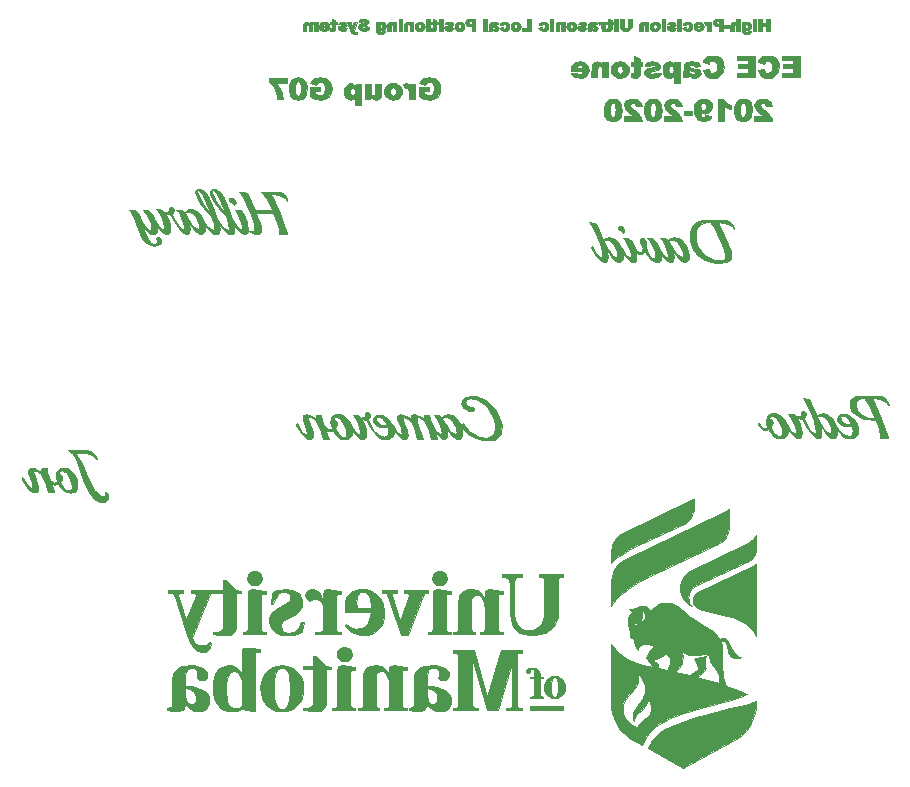
<source format=gbr>
G04 #@! TF.GenerationSoftware,KiCad,Pcbnew,(5.1.4)-1*
G04 #@! TF.CreationDate,2020-01-10T00:36:40-06:00*
G04 #@! TF.ProjectId,Capstone,43617073-746f-46e6-952e-6b696361645f,rev?*
G04 #@! TF.SameCoordinates,Original*
G04 #@! TF.FileFunction,Legend,Bot*
G04 #@! TF.FilePolarity,Positive*
%FSLAX46Y46*%
G04 Gerber Fmt 4.6, Leading zero omitted, Abs format (unit mm)*
G04 Created by KiCad (PCBNEW (5.1.4)-1) date 2020-01-10 00:36:40*
%MOMM*%
%LPD*%
G04 APERTURE LIST*
%ADD10C,0.001000*%
G04 APERTURE END LIST*
D10*
G36*
X120333090Y-97330405D02*
G01*
X120071260Y-97330405D01*
X120071260Y-97437203D01*
X119957570Y-97342119D01*
X119818390Y-97313869D01*
X119679890Y-97344876D01*
X119596520Y-97437204D01*
X119475940Y-97340052D01*
X119341590Y-97313869D01*
X119236690Y-97331439D01*
X119157620Y-97384149D01*
X119108010Y-97473550D01*
X119091480Y-97602568D01*
X119091480Y-98062144D01*
X119372600Y-98062144D01*
X119372600Y-97645288D01*
X119391890Y-97571563D01*
X119423590Y-97543141D01*
X119506960Y-97542624D01*
X119542100Y-97569495D01*
X119564840Y-97616176D01*
X119572420Y-98062144D01*
X119853540Y-98062144D01*
X119859050Y-97593611D01*
X119890060Y-97549514D01*
X119941730Y-97532288D01*
X119985660Y-97541418D01*
X120020980Y-97568806D01*
X120044230Y-97617038D01*
X120051980Y-98062144D01*
X120333100Y-98062144D01*
X120333090Y-97330405D01*
G37*
X120333090Y-97330405D02*
X120071260Y-97330405D01*
X120071260Y-97437203D01*
X119957570Y-97342119D01*
X119818390Y-97313869D01*
X119679890Y-97344876D01*
X119596520Y-97437204D01*
X119475940Y-97340052D01*
X119341590Y-97313869D01*
X119236690Y-97331439D01*
X119157620Y-97384149D01*
X119108010Y-97473550D01*
X119091480Y-97602568D01*
X119091480Y-98062144D01*
X119372600Y-98062144D01*
X119372600Y-97645288D01*
X119391890Y-97571563D01*
X119423590Y-97543141D01*
X119506960Y-97542624D01*
X119542100Y-97569495D01*
X119564840Y-97616176D01*
X119572420Y-98062144D01*
X119853540Y-98062144D01*
X119859050Y-97593611D01*
X119890060Y-97549514D01*
X119941730Y-97532288D01*
X119985660Y-97541418D01*
X120020980Y-97568806D01*
X120044230Y-97617038D01*
X120051980Y-98062144D01*
X120333100Y-98062144D01*
X120333090Y-97330405D01*
G36*
X120465370Y-97765865D02*
G01*
X121027610Y-97765865D01*
X121026950Y-97631506D01*
X120750650Y-97631507D01*
X120765810Y-97561743D01*
X120794750Y-97515062D01*
X120835570Y-97488707D01*
X120887770Y-97479922D01*
X120947890Y-97493186D01*
X120994570Y-97532977D01*
X121026950Y-97631506D01*
X121027610Y-97765865D01*
X120991090Y-97866462D01*
X120944240Y-97902119D01*
X120884980Y-97914004D01*
X120806440Y-97893334D01*
X120757520Y-97847170D01*
X120481220Y-97872663D01*
X120551160Y-97967403D01*
X120634180Y-98031137D01*
X120743220Y-98066794D01*
X120891190Y-98078680D01*
X121021070Y-98068517D01*
X121119950Y-98038028D01*
X121196260Y-97984801D01*
X121258440Y-97907803D01*
X121299270Y-97810479D01*
X121312880Y-97697652D01*
X121285490Y-97542451D01*
X121203330Y-97419978D01*
X121072250Y-97340396D01*
X120899470Y-97313869D01*
X120758910Y-97325754D01*
X120651430Y-97361411D01*
X120571330Y-97419633D01*
X120512940Y-97499215D01*
X120477280Y-97603084D01*
X120465370Y-97765865D01*
G37*
X120465370Y-97765865D02*
X121027610Y-97765865D01*
X121026950Y-97631506D01*
X120750650Y-97631507D01*
X120765810Y-97561743D01*
X120794750Y-97515062D01*
X120835570Y-97488707D01*
X120887770Y-97479922D01*
X120947890Y-97493186D01*
X120994570Y-97532977D01*
X121026950Y-97631506D01*
X121027610Y-97765865D01*
X120991090Y-97866462D01*
X120944240Y-97902119D01*
X120884980Y-97914004D01*
X120806440Y-97893334D01*
X120757520Y-97847170D01*
X120481220Y-97872663D01*
X120551160Y-97967403D01*
X120634180Y-98031137D01*
X120743220Y-98066794D01*
X120891190Y-98078680D01*
X121021070Y-98068517D01*
X121119950Y-98038028D01*
X121196260Y-97984801D01*
X121258440Y-97907803D01*
X121299270Y-97810479D01*
X121312880Y-97697652D01*
X121285490Y-97542451D01*
X121203330Y-97419978D01*
X121072250Y-97340396D01*
X120899470Y-97313869D01*
X120758910Y-97325754D01*
X120651430Y-97361411D01*
X120571330Y-97419633D01*
X120512940Y-97499215D01*
X120477280Y-97603084D01*
X120465370Y-97765865D01*
G36*
X121565050Y-97052041D02*
G01*
X121565050Y-97330405D01*
X121410710Y-97330405D01*
X121410710Y-97535044D01*
X121565050Y-97535044D01*
X121556090Y-97856816D01*
X121537140Y-97874386D01*
X121421040Y-97862328D01*
X121400370Y-98055943D01*
X121594670Y-98078680D01*
X121749010Y-98051808D01*
X121822740Y-97970504D01*
X121840310Y-97898502D01*
X121846170Y-97535044D01*
X121949520Y-97535044D01*
X121949520Y-97330405D01*
X121846170Y-97330405D01*
X121846170Y-97196046D01*
X121565050Y-97052041D01*
G37*
X121565050Y-97052041D02*
X121565050Y-97330405D01*
X121410710Y-97330405D01*
X121410710Y-97535044D01*
X121565050Y-97535044D01*
X121556090Y-97856816D01*
X121537140Y-97874386D01*
X121421040Y-97862328D01*
X121400370Y-98055943D01*
X121594670Y-98078680D01*
X121749010Y-98051808D01*
X121822740Y-97970504D01*
X121840310Y-97898502D01*
X121846170Y-97535044D01*
X121949520Y-97535044D01*
X121949520Y-97330405D01*
X121846170Y-97330405D01*
X121846170Y-97196046D01*
X121565050Y-97052041D01*
G36*
X122815620Y-97859572D02*
G01*
X122537260Y-97833389D01*
X122489020Y-97904358D01*
X122406340Y-97925717D01*
X122318830Y-97901602D01*
X122294720Y-97856816D01*
X122326410Y-97809962D01*
X122650250Y-97734170D01*
X122702440Y-97704715D01*
X122774970Y-97605151D01*
X122784620Y-97542623D01*
X122774110Y-97475271D01*
X122742590Y-97417911D01*
X122626830Y-97340051D01*
X122429080Y-97313868D01*
X122236160Y-97333850D01*
X122132110Y-97395862D01*
X122062520Y-97509550D01*
X122328480Y-97535733D01*
X122362930Y-97484056D01*
X122442860Y-97462007D01*
X122512450Y-97479233D01*
X122533810Y-97519885D01*
X122506250Y-97560537D01*
X122178280Y-97629439D01*
X122074240Y-97710054D01*
X122037720Y-97825120D01*
X122076300Y-97948455D01*
X122125400Y-98002371D01*
X122196880Y-98044228D01*
X122293860Y-98070583D01*
X122420810Y-98079368D01*
X122592550Y-98065071D01*
X122706760Y-98022180D01*
X122776350Y-97952933D01*
X122815620Y-97859572D01*
G37*
X122815620Y-97859572D02*
X122537260Y-97833389D01*
X122489020Y-97904358D01*
X122406340Y-97925717D01*
X122318830Y-97901602D01*
X122294720Y-97856816D01*
X122326410Y-97809962D01*
X122650250Y-97734170D01*
X122702440Y-97704715D01*
X122774970Y-97605151D01*
X122784620Y-97542623D01*
X122774110Y-97475271D01*
X122742590Y-97417911D01*
X122626830Y-97340051D01*
X122429080Y-97313868D01*
X122236160Y-97333850D01*
X122132110Y-97395862D01*
X122062520Y-97509550D01*
X122328480Y-97535733D01*
X122362930Y-97484056D01*
X122442860Y-97462007D01*
X122512450Y-97479233D01*
X122533810Y-97519885D01*
X122506250Y-97560537D01*
X122178280Y-97629439D01*
X122074240Y-97710054D01*
X122037720Y-97825120D01*
X122076300Y-97948455D01*
X122125400Y-98002371D01*
X122196880Y-98044228D01*
X122293860Y-98070583D01*
X122420810Y-98079368D01*
X122592550Y-98065071D01*
X122706760Y-98022180D01*
X122776350Y-97952933D01*
X122815620Y-97859572D01*
G36*
X123709970Y-97330405D02*
G01*
X123413690Y-97330405D01*
X123262800Y-97817542D01*
X123122930Y-97330405D01*
X122846630Y-97330405D01*
X123186830Y-98224407D01*
X123237990Y-98292965D01*
X123330150Y-98342574D01*
X123460540Y-98359111D01*
X123647950Y-98342574D01*
X123670000Y-98146893D01*
X123534950Y-98166185D01*
X123455030Y-98143448D01*
X123402660Y-98062143D01*
X123709970Y-97330405D01*
G37*
X123709970Y-97330405D02*
X123413690Y-97330405D01*
X123262800Y-97817542D01*
X123122930Y-97330405D01*
X122846630Y-97330405D01*
X123186830Y-98224407D01*
X123237990Y-98292965D01*
X123330150Y-98342574D01*
X123460540Y-98359111D01*
X123647950Y-98342574D01*
X123670000Y-98146893D01*
X123534950Y-98166185D01*
X123455030Y-98143448D01*
X123402660Y-98062143D01*
X123709970Y-97330405D01*
G36*
X124684240Y-97727969D02*
G01*
X124387270Y-97709366D01*
X124348000Y-97819609D01*
X124289430Y-97865601D01*
X124210190Y-97880932D01*
X124107530Y-97849926D01*
X124071010Y-97776890D01*
X124105460Y-97706610D01*
X124162650Y-97676466D01*
X124441190Y-97594300D01*
X124558150Y-97525398D01*
X124624290Y-97438410D01*
X124646340Y-97330406D01*
X124635150Y-97254786D01*
X124601550Y-97183645D01*
X124544880Y-97121633D01*
X124465820Y-97074780D01*
X124358160Y-97044807D01*
X124217080Y-97034816D01*
X124046550Y-97052903D01*
X123922180Y-97107163D01*
X123840880Y-97200181D01*
X123800920Y-97335917D01*
X124095130Y-97353143D01*
X124113390Y-97294232D01*
X124144740Y-97253924D01*
X124248090Y-97222919D01*
X124330080Y-97246345D01*
X124357640Y-97302156D01*
X124334900Y-97345564D01*
X123937340Y-97472344D01*
X123860690Y-97522642D01*
X123808490Y-97583965D01*
X123778000Y-97654762D01*
X123767840Y-97733482D01*
X123781280Y-97826844D01*
X123821580Y-97912627D01*
X123886000Y-97984802D01*
X123971790Y-98037339D01*
X124080830Y-98068862D01*
X124215010Y-98079370D01*
X124433090Y-98054565D01*
X124512410Y-98023559D01*
X124571920Y-97980151D01*
X124649620Y-97867496D01*
X124684240Y-97727969D01*
G37*
X124684240Y-97727969D02*
X124387270Y-97709366D01*
X124348000Y-97819609D01*
X124289430Y-97865601D01*
X124210190Y-97880932D01*
X124107530Y-97849926D01*
X124071010Y-97776890D01*
X124105460Y-97706610D01*
X124162650Y-97676466D01*
X124441190Y-97594300D01*
X124558150Y-97525398D01*
X124624290Y-97438410D01*
X124646340Y-97330406D01*
X124635150Y-97254786D01*
X124601550Y-97183645D01*
X124544880Y-97121633D01*
X124465820Y-97074780D01*
X124358160Y-97044807D01*
X124217080Y-97034816D01*
X124046550Y-97052903D01*
X123922180Y-97107163D01*
X123840880Y-97200181D01*
X123800920Y-97335917D01*
X124095130Y-97353143D01*
X124113390Y-97294232D01*
X124144740Y-97253924D01*
X124248090Y-97222919D01*
X124330080Y-97246345D01*
X124357640Y-97302156D01*
X124334900Y-97345564D01*
X123937340Y-97472344D01*
X123860690Y-97522642D01*
X123808490Y-97583965D01*
X123778000Y-97654762D01*
X123767840Y-97733482D01*
X123781280Y-97826844D01*
X123821580Y-97912627D01*
X123886000Y-97984802D01*
X123971790Y-98037339D01*
X124080830Y-98068862D01*
X124215010Y-98079370D01*
X124433090Y-98054565D01*
X124512410Y-98023559D01*
X124571920Y-97980151D01*
X124649620Y-97867496D01*
X124684240Y-97727969D01*
G36*
X125553090Y-97330405D02*
G01*
X125290580Y-97330405D01*
X125290580Y-98021491D01*
X125319510Y-98184789D01*
X125397360Y-98286074D01*
X125520700Y-98341885D01*
X125691580Y-98359111D01*
X125877610Y-98342574D01*
X125994740Y-98292965D01*
X126056240Y-98215622D01*
X126075360Y-98078680D01*
X125803190Y-98109686D01*
X125771500Y-98162051D01*
X125693640Y-98183411D01*
X125640760Y-98175315D01*
X125603380Y-98151027D01*
X125580650Y-98106585D01*
X125573060Y-97927096D01*
X125646280Y-97831150D01*
X125606840Y-97801695D01*
X125579970Y-97751741D01*
X125580310Y-97611353D01*
X125608210Y-97559849D01*
X125649550Y-97527810D01*
X125699160Y-97517130D01*
X125747570Y-97526948D01*
X125785290Y-97556403D01*
X125809060Y-97607908D01*
X125816990Y-97685251D01*
X125808550Y-97754325D01*
X125783230Y-97803073D01*
X125744130Y-97831495D01*
X125646280Y-97831150D01*
X125573060Y-97927096D01*
X125655750Y-97998065D01*
X125795620Y-98032516D01*
X125928260Y-98000477D01*
X126032640Y-97904359D01*
X126080700Y-97798767D01*
X126096720Y-97663891D01*
X126076050Y-97513340D01*
X126014040Y-97403442D01*
X125918610Y-97336262D01*
X125797690Y-97313869D01*
X125657130Y-97342808D01*
X125553090Y-97438582D01*
X125553090Y-97330405D01*
G37*
X125553090Y-97330405D02*
X125290580Y-97330405D01*
X125290580Y-98021491D01*
X125319510Y-98184789D01*
X125397360Y-98286074D01*
X125520700Y-98341885D01*
X125691580Y-98359111D01*
X125877610Y-98342574D01*
X125994740Y-98292965D01*
X126056240Y-98215622D01*
X126075360Y-98078680D01*
X125803190Y-98109686D01*
X125771500Y-98162051D01*
X125693640Y-98183411D01*
X125640760Y-98175315D01*
X125603380Y-98151027D01*
X125580650Y-98106585D01*
X125573060Y-97927096D01*
X125646280Y-97831150D01*
X125606840Y-97801695D01*
X125579970Y-97751741D01*
X125580310Y-97611353D01*
X125608210Y-97559849D01*
X125649550Y-97527810D01*
X125699160Y-97517130D01*
X125747570Y-97526948D01*
X125785290Y-97556403D01*
X125809060Y-97607908D01*
X125816990Y-97685251D01*
X125808550Y-97754325D01*
X125783230Y-97803073D01*
X125744130Y-97831495D01*
X125646280Y-97831150D01*
X125573060Y-97927096D01*
X125655750Y-97998065D01*
X125795620Y-98032516D01*
X125928260Y-98000477D01*
X126032640Y-97904359D01*
X126080700Y-97798767D01*
X126096720Y-97663891D01*
X126076050Y-97513340D01*
X126014040Y-97403442D01*
X125918610Y-97336262D01*
X125797690Y-97313869D01*
X125657130Y-97342808D01*
X125553090Y-97438582D01*
X125553090Y-97330405D01*
G36*
X127004850Y-97330405D02*
G01*
X126743720Y-97330405D01*
X126743720Y-97449605D01*
X126625200Y-97345564D01*
X126479140Y-97313868D01*
X126375440Y-97331266D01*
X126297240Y-97383459D01*
X126247630Y-97471309D01*
X126231090Y-97597055D01*
X126231090Y-98062143D01*
X126512900Y-98062143D01*
X126519270Y-97601017D01*
X126569050Y-97540900D01*
X126656210Y-97543311D01*
X126692720Y-97572250D01*
X126716500Y-97626166D01*
X126724420Y-98062143D01*
X127004850Y-98062143D01*
X127004850Y-97330405D01*
G37*
X127004850Y-97330405D02*
X126743720Y-97330405D01*
X126743720Y-97449605D01*
X126625200Y-97345564D01*
X126479140Y-97313868D01*
X126375440Y-97331266D01*
X126297240Y-97383459D01*
X126247630Y-97471309D01*
X126231090Y-97597055D01*
X126231090Y-98062143D01*
X126512900Y-98062143D01*
X126519270Y-97601017D01*
X126569050Y-97540900D01*
X126656210Y-97543311D01*
X126692720Y-97572250D01*
X126716500Y-97626166D01*
X126724420Y-98062143D01*
X127004850Y-98062143D01*
X127004850Y-97330405D01*
G36*
X127465810Y-97330405D02*
G01*
X127185380Y-97330405D01*
X127185380Y-98062143D01*
X127465810Y-98062143D01*
X127465810Y-97330405D01*
G37*
X127465810Y-97330405D02*
X127185380Y-97330405D01*
X127185380Y-98062143D01*
X127465810Y-98062143D01*
X127465810Y-97330405D01*
G36*
X127465810Y-97052041D02*
G01*
X127185380Y-97052041D01*
X127185380Y-97242900D01*
X127465810Y-97242900D01*
X127465810Y-97052041D01*
G37*
X127465810Y-97052041D02*
X127185380Y-97052041D01*
X127185380Y-97242900D01*
X127465810Y-97242900D01*
X127465810Y-97052041D01*
G36*
X128418720Y-97330405D02*
G01*
X128157580Y-97330405D01*
X128157580Y-97449605D01*
X128039070Y-97345564D01*
X127893000Y-97313868D01*
X127789310Y-97331266D01*
X127711100Y-97383459D01*
X127661490Y-97471309D01*
X127644950Y-97597055D01*
X127644950Y-98062143D01*
X127926760Y-98062143D01*
X127933130Y-97601017D01*
X127982910Y-97540900D01*
X128070070Y-97543311D01*
X128106590Y-97572250D01*
X128130360Y-97626166D01*
X128138280Y-98062143D01*
X128418720Y-98062143D01*
X128418720Y-97330405D01*
G37*
X128418720Y-97330405D02*
X128157580Y-97330405D01*
X128157580Y-97449605D01*
X128039070Y-97345564D01*
X127893000Y-97313868D01*
X127789310Y-97331266D01*
X127711100Y-97383459D01*
X127661490Y-97471309D01*
X127644950Y-97597055D01*
X127644950Y-98062143D01*
X127926760Y-98062143D01*
X127933130Y-97601017D01*
X127982910Y-97540900D01*
X128070070Y-97543311D01*
X128106590Y-97572250D01*
X128130360Y-97626166D01*
X128138280Y-98062143D01*
X128418720Y-98062143D01*
X128418720Y-97330405D01*
G36*
X129395750Y-97698341D02*
G01*
X129367510Y-97545724D01*
X129282760Y-97422734D01*
X129149950Y-97341085D01*
X128977520Y-97313869D01*
X128874340Y-97321836D01*
X128708290Y-97385570D01*
X128645410Y-97441337D01*
X128577720Y-97555887D01*
X128555150Y-97694207D01*
X128583230Y-97847859D01*
X128667460Y-97971193D01*
X128800620Y-98051808D01*
X128976840Y-98078680D01*
X128975450Y-97889199D01*
X128920330Y-97877658D01*
X128876230Y-97843035D01*
X128846780Y-97782918D01*
X128846780Y-97612041D01*
X128876230Y-97553647D01*
X128920160Y-97518507D01*
X128973380Y-97506793D01*
X129029370Y-97518679D01*
X129074670Y-97554336D01*
X129104650Y-97613591D01*
X129114640Y-97697652D01*
X129104820Y-97782746D01*
X129075360Y-97842346D01*
X129030400Y-97877486D01*
X128975450Y-97889199D01*
X128976840Y-98078680D01*
X129136340Y-98056287D01*
X129262090Y-97989108D01*
X129362340Y-97860950D01*
X129395750Y-97698341D01*
G37*
X129395750Y-97698341D02*
X129367510Y-97545724D01*
X129282760Y-97422734D01*
X129149950Y-97341085D01*
X128977520Y-97313869D01*
X128874340Y-97321836D01*
X128708290Y-97385570D01*
X128645410Y-97441337D01*
X128577720Y-97555887D01*
X128555150Y-97694207D01*
X128583230Y-97847859D01*
X128667460Y-97971193D01*
X128800620Y-98051808D01*
X128976840Y-98078680D01*
X128975450Y-97889199D01*
X128920330Y-97877658D01*
X128876230Y-97843035D01*
X128846780Y-97782918D01*
X128846780Y-97612041D01*
X128876230Y-97553647D01*
X128920160Y-97518507D01*
X128973380Y-97506793D01*
X129029370Y-97518679D01*
X129074670Y-97554336D01*
X129104650Y-97613591D01*
X129114640Y-97697652D01*
X129104820Y-97782746D01*
X129075360Y-97842346D01*
X129030400Y-97877486D01*
X128975450Y-97889199D01*
X128976840Y-98078680D01*
X129136340Y-98056287D01*
X129262090Y-97989108D01*
X129362340Y-97860950D01*
X129395750Y-97698341D01*
G36*
X129822250Y-97330405D02*
G01*
X129541820Y-97330405D01*
X129541820Y-98062143D01*
X129822250Y-98062143D01*
X129822250Y-97330405D01*
G37*
X129822250Y-97330405D02*
X129541820Y-97330405D01*
X129541820Y-98062143D01*
X129822250Y-98062143D01*
X129822250Y-97330405D01*
G36*
X129822250Y-97052041D02*
G01*
X129541820Y-97052041D01*
X129541820Y-97242900D01*
X129822250Y-97242900D01*
X129822250Y-97052041D01*
G37*
X129822250Y-97052041D02*
X129541820Y-97052041D01*
X129541820Y-97242900D01*
X129822250Y-97242900D01*
X129822250Y-97052041D01*
G36*
X130119910Y-97052041D02*
G01*
X130119910Y-97330405D01*
X129965570Y-97330405D01*
X129965570Y-97535044D01*
X130119910Y-97535044D01*
X130110950Y-97856816D01*
X130092000Y-97874386D01*
X129975900Y-97862328D01*
X129955230Y-98055943D01*
X130149530Y-98078680D01*
X130303880Y-98051808D01*
X130377600Y-97970504D01*
X130395170Y-97898502D01*
X130401030Y-97535044D01*
X130504390Y-97535044D01*
X130504390Y-97330405D01*
X130401030Y-97330405D01*
X130401030Y-97196046D01*
X130119910Y-97052041D01*
G37*
X130119910Y-97052041D02*
X130119910Y-97330405D01*
X129965570Y-97330405D01*
X129965570Y-97535044D01*
X130119910Y-97535044D01*
X130110950Y-97856816D01*
X130092000Y-97874386D01*
X129975900Y-97862328D01*
X129955230Y-98055943D01*
X130149530Y-98078680D01*
X130303880Y-98051808D01*
X130377600Y-97970504D01*
X130395170Y-97898502D01*
X130401030Y-97535044D01*
X130504390Y-97535044D01*
X130504390Y-97330405D01*
X130401030Y-97330405D01*
X130401030Y-97196046D01*
X130119910Y-97052041D01*
G36*
X130919170Y-97330405D02*
G01*
X130638740Y-97330405D01*
X130638740Y-98062143D01*
X130919170Y-98062143D01*
X130919170Y-97330405D01*
G37*
X130919170Y-97330405D02*
X130638740Y-97330405D01*
X130638740Y-98062143D01*
X130919170Y-98062143D01*
X130919170Y-97330405D01*
G36*
X130919170Y-97052041D02*
G01*
X130638740Y-97052041D01*
X130638740Y-97242900D01*
X130919170Y-97242900D01*
X130919170Y-97052041D01*
G37*
X130919170Y-97052041D02*
X130638740Y-97052041D01*
X130638740Y-97242900D01*
X130919170Y-97242900D01*
X130919170Y-97052041D01*
G36*
X131841770Y-97859572D02*
G01*
X131563410Y-97833389D01*
X131515180Y-97904358D01*
X131432500Y-97925717D01*
X131344990Y-97901602D01*
X131320880Y-97856816D01*
X131352560Y-97809962D01*
X131676400Y-97734170D01*
X131728590Y-97704715D01*
X131801120Y-97605151D01*
X131810760Y-97542623D01*
X131800260Y-97475271D01*
X131768740Y-97417911D01*
X131652980Y-97340051D01*
X131455230Y-97313868D01*
X131262300Y-97333850D01*
X131158270Y-97395862D01*
X131088670Y-97509550D01*
X131354630Y-97535733D01*
X131389090Y-97484056D01*
X131469010Y-97462007D01*
X131538600Y-97479233D01*
X131559960Y-97519885D01*
X131532400Y-97560537D01*
X131204430Y-97629439D01*
X131100390Y-97710054D01*
X131063870Y-97825120D01*
X131102460Y-97948455D01*
X131151550Y-98002371D01*
X131223040Y-98044228D01*
X131320010Y-98070583D01*
X131446960Y-98079368D01*
X131618700Y-98065071D01*
X131732910Y-98022180D01*
X131802500Y-97952933D01*
X131841770Y-97859572D01*
G37*
X131841770Y-97859572D02*
X131563410Y-97833389D01*
X131515180Y-97904358D01*
X131432500Y-97925717D01*
X131344990Y-97901602D01*
X131320880Y-97856816D01*
X131352560Y-97809962D01*
X131676400Y-97734170D01*
X131728590Y-97704715D01*
X131801120Y-97605151D01*
X131810760Y-97542623D01*
X131800260Y-97475271D01*
X131768740Y-97417911D01*
X131652980Y-97340051D01*
X131455230Y-97313868D01*
X131262300Y-97333850D01*
X131158270Y-97395862D01*
X131088670Y-97509550D01*
X131354630Y-97535733D01*
X131389090Y-97484056D01*
X131469010Y-97462007D01*
X131538600Y-97479233D01*
X131559960Y-97519885D01*
X131532400Y-97560537D01*
X131204430Y-97629439D01*
X131100390Y-97710054D01*
X131063870Y-97825120D01*
X131102460Y-97948455D01*
X131151550Y-98002371D01*
X131223040Y-98044228D01*
X131320010Y-98070583D01*
X131446960Y-98079368D01*
X131618700Y-98065071D01*
X131732910Y-98022180D01*
X131802500Y-97952933D01*
X131841770Y-97859572D01*
G36*
X132769190Y-97698341D02*
G01*
X132740940Y-97545724D01*
X132656190Y-97422734D01*
X132523380Y-97341085D01*
X132350950Y-97313869D01*
X132247770Y-97321836D01*
X132081720Y-97385570D01*
X132018850Y-97441337D01*
X131951150Y-97555887D01*
X131928590Y-97694207D01*
X131956660Y-97847859D01*
X132040900Y-97971193D01*
X132174050Y-98051808D01*
X132350270Y-98078680D01*
X132348880Y-97889199D01*
X132293760Y-97877658D01*
X132249670Y-97843035D01*
X132220210Y-97782918D01*
X132220210Y-97612041D01*
X132249670Y-97553647D01*
X132293590Y-97518507D01*
X132346820Y-97506793D01*
X132402800Y-97518679D01*
X132448100Y-97554336D01*
X132478080Y-97613591D01*
X132488070Y-97697652D01*
X132478250Y-97782746D01*
X132448790Y-97842346D01*
X132403830Y-97877486D01*
X132348880Y-97889199D01*
X132350270Y-98078680D01*
X132509780Y-98056287D01*
X132635520Y-97989108D01*
X132735770Y-97860950D01*
X132769190Y-97698341D01*
G37*
X132769190Y-97698341D02*
X132740940Y-97545724D01*
X132656190Y-97422734D01*
X132523380Y-97341085D01*
X132350950Y-97313869D01*
X132247770Y-97321836D01*
X132081720Y-97385570D01*
X132018850Y-97441337D01*
X131951150Y-97555887D01*
X131928590Y-97694207D01*
X131956660Y-97847859D01*
X132040900Y-97971193D01*
X132174050Y-98051808D01*
X132350270Y-98078680D01*
X132348880Y-97889199D01*
X132293760Y-97877658D01*
X132249670Y-97843035D01*
X132220210Y-97782918D01*
X132220210Y-97612041D01*
X132249670Y-97553647D01*
X132293590Y-97518507D01*
X132346820Y-97506793D01*
X132402800Y-97518679D01*
X132448100Y-97554336D01*
X132478080Y-97613591D01*
X132488070Y-97697652D01*
X132478250Y-97782746D01*
X132448790Y-97842346D01*
X132403830Y-97877486D01*
X132348880Y-97889199D01*
X132350270Y-98078680D01*
X132509780Y-98056287D01*
X132635520Y-97989108D01*
X132735770Y-97860950D01*
X132769190Y-97698341D01*
G36*
X133701430Y-97052041D02*
G01*
X133182600Y-97052041D01*
X133034460Y-97072195D01*
X132929050Y-97132657D01*
X132865480Y-97230325D01*
X132844290Y-97362100D01*
X132867380Y-97498354D01*
X132936630Y-97601190D01*
X133052550Y-97665785D01*
X133217060Y-97687317D01*
X133387930Y-97687317D01*
X133387930Y-97482678D01*
X133234630Y-97474927D01*
X133184670Y-97451673D01*
X133157290Y-97415672D01*
X133148150Y-97371058D01*
X133179840Y-97290443D01*
X133225490Y-97265638D01*
X133387930Y-97257370D01*
X133387930Y-97482678D01*
X133387930Y-97687317D01*
X133387930Y-98062143D01*
X133701430Y-98062143D01*
X133701430Y-97052041D01*
G37*
X133701430Y-97052041D02*
X133182600Y-97052041D01*
X133034460Y-97072195D01*
X132929050Y-97132657D01*
X132865480Y-97230325D01*
X132844290Y-97362100D01*
X132867380Y-97498354D01*
X132936630Y-97601190D01*
X133052550Y-97665785D01*
X133217060Y-97687317D01*
X133387930Y-97687317D01*
X133387930Y-97482678D01*
X133234630Y-97474927D01*
X133184670Y-97451673D01*
X133157290Y-97415672D01*
X133148150Y-97371058D01*
X133179840Y-97290443D01*
X133225490Y-97265638D01*
X133387930Y-97257370D01*
X133387930Y-97482678D01*
X133387930Y-97687317D01*
X133387930Y-98062143D01*
X133701430Y-98062143D01*
X133701430Y-97052041D01*
G36*
X134651590Y-97052041D02*
G01*
X134370470Y-97052041D01*
X134370470Y-98062143D01*
X134651590Y-98062143D01*
X134651590Y-97052041D01*
G37*
X134651590Y-97052041D02*
X134370470Y-97052041D01*
X134370470Y-98062143D01*
X134651590Y-98062143D01*
X134651590Y-97052041D01*
G36*
X135348190Y-97567428D02*
G01*
X135616220Y-97539178D01*
X135572810Y-97428935D01*
X135490130Y-97358655D01*
X135384020Y-97325582D01*
X135237950Y-97313869D01*
X135035380Y-97328338D01*
X134907910Y-97386905D01*
X134851410Y-97475099D01*
X134830740Y-97583275D01*
X134824540Y-97987730D01*
X134795600Y-98062144D01*
X135058800Y-98062144D01*
X135089120Y-97972571D01*
X135179380Y-97900223D01*
X135122190Y-97845102D01*
X135104960Y-97714878D01*
X135333720Y-97796182D01*
X135357140Y-97847858D01*
X135334410Y-97902291D01*
X135266190Y-97922961D01*
X135179380Y-97900223D01*
X135089120Y-97972571D01*
X135198680Y-98048363D01*
X135371620Y-98078680D01*
X135486860Y-98063521D01*
X135570750Y-98018046D01*
X135621390Y-97950350D01*
X135638270Y-97868529D01*
X135626040Y-97792564D01*
X135589350Y-97731414D01*
X135519760Y-97684561D01*
X135104970Y-97573629D01*
X135126330Y-97501281D01*
X135201430Y-97480611D01*
X135304790Y-97502660D01*
X135348190Y-97567428D01*
G37*
X135348190Y-97567428D02*
X135616220Y-97539178D01*
X135572810Y-97428935D01*
X135490130Y-97358655D01*
X135384020Y-97325582D01*
X135237950Y-97313869D01*
X135035380Y-97328338D01*
X134907910Y-97386905D01*
X134851410Y-97475099D01*
X134830740Y-97583275D01*
X134824540Y-97987730D01*
X134795600Y-98062144D01*
X135058800Y-98062144D01*
X135089120Y-97972571D01*
X135179380Y-97900223D01*
X135122190Y-97845102D01*
X135104960Y-97714878D01*
X135333720Y-97796182D01*
X135357140Y-97847858D01*
X135334410Y-97902291D01*
X135266190Y-97922961D01*
X135179380Y-97900223D01*
X135089120Y-97972571D01*
X135198680Y-98048363D01*
X135371620Y-98078680D01*
X135486860Y-98063521D01*
X135570750Y-98018046D01*
X135621390Y-97950350D01*
X135638270Y-97868529D01*
X135626040Y-97792564D01*
X135589350Y-97731414D01*
X135519760Y-97684561D01*
X135104970Y-97573629D01*
X135126330Y-97501281D01*
X135201430Y-97480611D01*
X135304790Y-97502660D01*
X135348190Y-97567428D01*
G36*
X136000690Y-97776201D02*
G01*
X135734040Y-97806517D01*
X135806390Y-97951211D01*
X135935230Y-98045607D01*
X136023780Y-98070928D01*
X136133670Y-98079369D01*
X136327980Y-98058010D01*
X136460960Y-97987730D01*
X136548460Y-97873353D01*
X136572240Y-97797216D01*
X136570510Y-97596195D01*
X136541570Y-97511617D01*
X136464400Y-97413088D01*
X136363800Y-97347631D01*
X136270270Y-97322309D01*
X136153650Y-97313868D01*
X135995860Y-97329888D01*
X135880800Y-97377947D01*
X135800520Y-97456840D01*
X135748510Y-97565360D01*
X136012400Y-97600500D01*
X136057880Y-97530220D01*
X136145380Y-97506104D01*
X136208430Y-97518679D01*
X136258380Y-97556403D01*
X136290420Y-97618931D01*
X136301100Y-97707298D01*
X136290420Y-97786707D01*
X136258380Y-97844413D01*
X136209810Y-97879553D01*
X136149520Y-97891266D01*
X136057190Y-97863016D01*
X136000690Y-97776201D01*
G37*
X136000690Y-97776201D02*
X135734040Y-97806517D01*
X135806390Y-97951211D01*
X135935230Y-98045607D01*
X136023780Y-98070928D01*
X136133670Y-98079369D01*
X136327980Y-98058010D01*
X136460960Y-97987730D01*
X136548460Y-97873353D01*
X136572240Y-97797216D01*
X136570510Y-97596195D01*
X136541570Y-97511617D01*
X136464400Y-97413088D01*
X136363800Y-97347631D01*
X136270270Y-97322309D01*
X136153650Y-97313868D01*
X135995860Y-97329888D01*
X135880800Y-97377947D01*
X135800520Y-97456840D01*
X135748510Y-97565360D01*
X136012400Y-97600500D01*
X136057880Y-97530220D01*
X136145380Y-97506104D01*
X136208430Y-97518679D01*
X136258380Y-97556403D01*
X136290420Y-97618931D01*
X136301100Y-97707298D01*
X136290420Y-97786707D01*
X136258380Y-97844413D01*
X136209810Y-97879553D01*
X136149520Y-97891266D01*
X136057190Y-97863016D01*
X136000690Y-97776201D01*
G36*
X137523420Y-97698341D02*
G01*
X137495180Y-97545724D01*
X137410430Y-97422734D01*
X137277620Y-97341085D01*
X137105190Y-97313869D01*
X137002010Y-97321836D01*
X136835960Y-97385570D01*
X136773090Y-97441337D01*
X136705390Y-97555887D01*
X136682820Y-97694207D01*
X136710900Y-97847859D01*
X136795130Y-97971193D01*
X136928290Y-98051808D01*
X137104510Y-98078680D01*
X137103120Y-97889199D01*
X137048000Y-97877658D01*
X137003910Y-97843035D01*
X136974450Y-97782918D01*
X136974450Y-97612041D01*
X137003910Y-97553647D01*
X137047830Y-97518507D01*
X137101050Y-97506793D01*
X137157040Y-97518679D01*
X137202340Y-97554336D01*
X137232320Y-97613591D01*
X137242310Y-97697652D01*
X137232490Y-97782746D01*
X137203030Y-97842346D01*
X137158070Y-97877486D01*
X137103120Y-97889199D01*
X137104510Y-98078680D01*
X137264010Y-98056287D01*
X137389760Y-97989108D01*
X137490010Y-97860950D01*
X137523420Y-97698341D01*
G37*
X137523420Y-97698341D02*
X137495180Y-97545724D01*
X137410430Y-97422734D01*
X137277620Y-97341085D01*
X137105190Y-97313869D01*
X137002010Y-97321836D01*
X136835960Y-97385570D01*
X136773090Y-97441337D01*
X136705390Y-97555887D01*
X136682820Y-97694207D01*
X136710900Y-97847859D01*
X136795130Y-97971193D01*
X136928290Y-98051808D01*
X137104510Y-98078680D01*
X137103120Y-97889199D01*
X137048000Y-97877658D01*
X137003910Y-97843035D01*
X136974450Y-97782918D01*
X136974450Y-97612041D01*
X137003910Y-97553647D01*
X137047830Y-97518507D01*
X137101050Y-97506793D01*
X137157040Y-97518679D01*
X137202340Y-97554336D01*
X137232320Y-97613591D01*
X137242310Y-97697652D01*
X137232490Y-97782746D01*
X137203030Y-97842346D01*
X137158070Y-97877486D01*
X137103120Y-97889199D01*
X137104510Y-98078680D01*
X137264010Y-98056287D01*
X137389760Y-97989108D01*
X137490010Y-97860950D01*
X137523420Y-97698341D01*
G36*
X138412950Y-97052041D02*
G01*
X138100820Y-97052041D01*
X138100820Y-97813408D01*
X137613680Y-97813408D01*
X137613680Y-98062143D01*
X138412950Y-98062143D01*
X138412950Y-97052041D01*
G37*
X138412950Y-97052041D02*
X138100820Y-97052041D01*
X138100820Y-97813408D01*
X137613680Y-97813408D01*
X137613680Y-98062143D01*
X138412950Y-98062143D01*
X138412950Y-97052041D01*
G36*
X139299720Y-97776201D02*
G01*
X139033060Y-97806517D01*
X139105410Y-97951211D01*
X139234260Y-98045607D01*
X139322790Y-98070928D01*
X139432690Y-98079369D01*
X139626990Y-98058010D01*
X139759970Y-97987730D01*
X139847480Y-97873353D01*
X139871250Y-97797216D01*
X139869520Y-97596195D01*
X139840580Y-97511617D01*
X139763420Y-97413088D01*
X139662810Y-97347631D01*
X139569280Y-97322309D01*
X139452670Y-97313868D01*
X139294880Y-97329888D01*
X139179810Y-97377947D01*
X139099540Y-97456840D01*
X139047520Y-97565360D01*
X139311420Y-97600500D01*
X139356890Y-97530220D01*
X139444400Y-97506104D01*
X139507450Y-97518679D01*
X139557400Y-97556403D01*
X139589440Y-97618931D01*
X139600120Y-97707298D01*
X139589440Y-97786707D01*
X139557400Y-97844413D01*
X139508820Y-97879553D01*
X139448530Y-97891266D01*
X139356200Y-97863016D01*
X139299720Y-97776201D01*
G37*
X139299720Y-97776201D02*
X139033060Y-97806517D01*
X139105410Y-97951211D01*
X139234260Y-98045607D01*
X139322790Y-98070928D01*
X139432690Y-98079369D01*
X139626990Y-98058010D01*
X139759970Y-97987730D01*
X139847480Y-97873353D01*
X139871250Y-97797216D01*
X139869520Y-97596195D01*
X139840580Y-97511617D01*
X139763420Y-97413088D01*
X139662810Y-97347631D01*
X139569280Y-97322309D01*
X139452670Y-97313868D01*
X139294880Y-97329888D01*
X139179810Y-97377947D01*
X139099540Y-97456840D01*
X139047520Y-97565360D01*
X139311420Y-97600500D01*
X139356890Y-97530220D01*
X139444400Y-97506104D01*
X139507450Y-97518679D01*
X139557400Y-97556403D01*
X139589440Y-97618931D01*
X139600120Y-97707298D01*
X139589440Y-97786707D01*
X139557400Y-97844413D01*
X139508820Y-97879553D01*
X139448530Y-97891266D01*
X139356200Y-97863016D01*
X139299720Y-97776201D01*
G36*
X140306370Y-97330405D02*
G01*
X140025940Y-97330405D01*
X140025940Y-98062143D01*
X140306370Y-98062143D01*
X140306370Y-97330405D01*
G37*
X140306370Y-97330405D02*
X140025940Y-97330405D01*
X140025940Y-98062143D01*
X140306370Y-98062143D01*
X140306370Y-97330405D01*
G36*
X140306370Y-97052041D02*
G01*
X140025940Y-97052041D01*
X140025940Y-97242900D01*
X140306370Y-97242900D01*
X140306370Y-97052041D01*
G37*
X140306370Y-97052041D02*
X140025940Y-97052041D01*
X140025940Y-97242900D01*
X140306370Y-97242900D01*
X140306370Y-97052041D01*
G36*
X141259290Y-97330405D02*
G01*
X140998150Y-97330405D01*
X140998150Y-97449605D01*
X140879630Y-97345564D01*
X140733570Y-97313868D01*
X140629870Y-97331266D01*
X140551670Y-97383459D01*
X140502050Y-97471309D01*
X140485520Y-97597055D01*
X140485520Y-98062143D01*
X140767330Y-98062143D01*
X140773700Y-97601017D01*
X140823480Y-97540900D01*
X140910640Y-97543311D01*
X140947150Y-97572250D01*
X140970930Y-97626166D01*
X140978850Y-98062143D01*
X141259280Y-98062143D01*
X141259290Y-97330405D01*
G37*
X141259290Y-97330405D02*
X140998150Y-97330405D01*
X140998150Y-97449605D01*
X140879630Y-97345564D01*
X140733570Y-97313868D01*
X140629870Y-97331266D01*
X140551670Y-97383459D01*
X140502050Y-97471309D01*
X140485520Y-97597055D01*
X140485520Y-98062143D01*
X140767330Y-98062143D01*
X140773700Y-97601017D01*
X140823480Y-97540900D01*
X140910640Y-97543311D01*
X140947150Y-97572250D01*
X140970930Y-97626166D01*
X140978850Y-98062143D01*
X141259280Y-98062143D01*
X141259290Y-97330405D01*
G36*
X142236310Y-97698341D02*
G01*
X142208070Y-97545724D01*
X142123320Y-97422734D01*
X141990510Y-97341085D01*
X141818080Y-97313869D01*
X141714900Y-97321836D01*
X141548840Y-97385570D01*
X141485970Y-97441337D01*
X141418280Y-97555887D01*
X141395710Y-97694207D01*
X141423790Y-97847859D01*
X141508020Y-97971193D01*
X141641180Y-98051808D01*
X141817390Y-98078680D01*
X141816010Y-97889199D01*
X141760890Y-97877658D01*
X141716790Y-97843035D01*
X141687340Y-97782918D01*
X141687340Y-97612041D01*
X141716790Y-97553647D01*
X141760720Y-97518507D01*
X141813940Y-97506793D01*
X141869930Y-97518679D01*
X141915230Y-97554336D01*
X141945200Y-97613591D01*
X141955200Y-97697652D01*
X141945370Y-97782746D01*
X141915920Y-97842346D01*
X141870960Y-97877486D01*
X141816010Y-97889199D01*
X141817390Y-98078680D01*
X141976900Y-98056287D01*
X142102650Y-97989108D01*
X142202900Y-97860950D01*
X142236310Y-97698341D01*
G37*
X142236310Y-97698341D02*
X142208070Y-97545724D01*
X142123320Y-97422734D01*
X141990510Y-97341085D01*
X141818080Y-97313869D01*
X141714900Y-97321836D01*
X141548840Y-97385570D01*
X141485970Y-97441337D01*
X141418280Y-97555887D01*
X141395710Y-97694207D01*
X141423790Y-97847859D01*
X141508020Y-97971193D01*
X141641180Y-98051808D01*
X141817390Y-98078680D01*
X141816010Y-97889199D01*
X141760890Y-97877658D01*
X141716790Y-97843035D01*
X141687340Y-97782918D01*
X141687340Y-97612041D01*
X141716790Y-97553647D01*
X141760720Y-97518507D01*
X141813940Y-97506793D01*
X141869930Y-97518679D01*
X141915230Y-97554336D01*
X141945200Y-97613591D01*
X141955200Y-97697652D01*
X141945370Y-97782746D01*
X141915920Y-97842346D01*
X141870960Y-97877486D01*
X141816010Y-97889199D01*
X141817390Y-98078680D01*
X141976900Y-98056287D01*
X142102650Y-97989108D01*
X142202900Y-97860950D01*
X142236310Y-97698341D01*
G36*
X143114120Y-97859572D02*
G01*
X142835760Y-97833389D01*
X142787530Y-97904358D01*
X142704850Y-97925717D01*
X142617340Y-97901602D01*
X142593230Y-97856816D01*
X142624920Y-97809962D01*
X142948760Y-97734170D01*
X143000950Y-97704715D01*
X143073470Y-97605151D01*
X143083120Y-97542623D01*
X143072610Y-97475271D01*
X143041090Y-97417911D01*
X142925330Y-97340051D01*
X142727590Y-97313868D01*
X142534660Y-97333850D01*
X142430620Y-97395862D01*
X142361030Y-97509550D01*
X142626990Y-97535733D01*
X142661440Y-97484056D01*
X142741360Y-97462007D01*
X142810960Y-97479233D01*
X142832320Y-97519885D01*
X142804760Y-97560537D01*
X142476780Y-97629439D01*
X142372740Y-97710054D01*
X142336220Y-97825120D01*
X142374810Y-97948455D01*
X142423900Y-98002371D01*
X142495390Y-98044228D01*
X142592370Y-98070583D01*
X142719320Y-98079368D01*
X142891060Y-98065071D01*
X143005260Y-98022180D01*
X143074850Y-97952933D01*
X143114120Y-97859572D01*
G37*
X143114120Y-97859572D02*
X142835760Y-97833389D01*
X142787530Y-97904358D01*
X142704850Y-97925717D01*
X142617340Y-97901602D01*
X142593230Y-97856816D01*
X142624920Y-97809962D01*
X142948760Y-97734170D01*
X143000950Y-97704715D01*
X143073470Y-97605151D01*
X143083120Y-97542623D01*
X143072610Y-97475271D01*
X143041090Y-97417911D01*
X142925330Y-97340051D01*
X142727590Y-97313868D01*
X142534660Y-97333850D01*
X142430620Y-97395862D01*
X142361030Y-97509550D01*
X142626990Y-97535733D01*
X142661440Y-97484056D01*
X142741360Y-97462007D01*
X142810960Y-97479233D01*
X142832320Y-97519885D01*
X142804760Y-97560537D01*
X142476780Y-97629439D01*
X142372740Y-97710054D01*
X142336220Y-97825120D01*
X142374810Y-97948455D01*
X142423900Y-98002371D01*
X142495390Y-98044228D01*
X142592370Y-98070583D01*
X142719320Y-98079368D01*
X142891060Y-98065071D01*
X143005260Y-98022180D01*
X143074850Y-97952933D01*
X143114120Y-97859572D01*
G36*
X143751470Y-97567428D02*
G01*
X144019500Y-97539178D01*
X143976090Y-97428935D01*
X143893410Y-97358655D01*
X143787300Y-97325582D01*
X143641220Y-97313869D01*
X143438650Y-97328338D01*
X143311190Y-97386905D01*
X143254690Y-97475099D01*
X143234020Y-97583275D01*
X143227810Y-97987730D01*
X143198880Y-98062144D01*
X143462080Y-98062144D01*
X143492400Y-97972571D01*
X143582660Y-97900223D01*
X143525470Y-97845102D01*
X143508240Y-97714878D01*
X143737000Y-97796182D01*
X143760420Y-97847858D01*
X143737690Y-97902291D01*
X143669470Y-97922961D01*
X143582660Y-97900223D01*
X143492400Y-97972571D01*
X143601950Y-98048363D01*
X143774900Y-98078680D01*
X143890140Y-98063521D01*
X143974030Y-98018046D01*
X144024670Y-97950350D01*
X144041550Y-97868529D01*
X144029320Y-97792564D01*
X143992630Y-97731414D01*
X143923040Y-97684561D01*
X143508250Y-97573629D01*
X143529610Y-97501281D01*
X143604710Y-97480611D01*
X143708070Y-97502660D01*
X143751470Y-97567428D01*
G37*
X143751470Y-97567428D02*
X144019500Y-97539178D01*
X143976090Y-97428935D01*
X143893410Y-97358655D01*
X143787300Y-97325582D01*
X143641220Y-97313869D01*
X143438650Y-97328338D01*
X143311190Y-97386905D01*
X143254690Y-97475099D01*
X143234020Y-97583275D01*
X143227810Y-97987730D01*
X143198880Y-98062144D01*
X143462080Y-98062144D01*
X143492400Y-97972571D01*
X143582660Y-97900223D01*
X143525470Y-97845102D01*
X143508240Y-97714878D01*
X143737000Y-97796182D01*
X143760420Y-97847858D01*
X143737690Y-97902291D01*
X143669470Y-97922961D01*
X143582660Y-97900223D01*
X143492400Y-97972571D01*
X143601950Y-98048363D01*
X143774900Y-98078680D01*
X143890140Y-98063521D01*
X143974030Y-98018046D01*
X144024670Y-97950350D01*
X144041550Y-97868529D01*
X144029320Y-97792564D01*
X143992630Y-97731414D01*
X143923040Y-97684561D01*
X143508250Y-97573629D01*
X143529610Y-97501281D01*
X143604710Y-97480611D01*
X143708070Y-97502660D01*
X143751470Y-97567428D01*
G36*
X144654770Y-97330405D02*
G01*
X144392260Y-97330405D01*
X144392260Y-97450294D01*
X144314400Y-97343496D01*
X144214490Y-97313868D01*
X144078750Y-97352453D01*
X144165570Y-97552269D01*
X144244110Y-97531598D01*
X144293030Y-97542967D01*
X144329550Y-97577074D01*
X144362110Y-97669058D01*
X144372960Y-98062143D01*
X144654770Y-98062143D01*
X144654770Y-97330405D01*
G37*
X144654770Y-97330405D02*
X144392260Y-97330405D01*
X144392260Y-97450294D01*
X144314400Y-97343496D01*
X144214490Y-97313868D01*
X144078750Y-97352453D01*
X144165570Y-97552269D01*
X144244110Y-97531598D01*
X144293030Y-97542967D01*
X144329550Y-97577074D01*
X144362110Y-97669058D01*
X144372960Y-98062143D01*
X144654770Y-98062143D01*
X144654770Y-97330405D01*
G36*
X144944850Y-97052041D02*
G01*
X144944850Y-97330405D01*
X144790510Y-97330405D01*
X144790510Y-97535044D01*
X144944850Y-97535044D01*
X144935890Y-97856816D01*
X144916940Y-97874386D01*
X144800840Y-97862328D01*
X144780170Y-98055943D01*
X144974470Y-98078680D01*
X145128810Y-98051808D01*
X145202540Y-97970504D01*
X145220110Y-97898502D01*
X145225970Y-97535044D01*
X145329320Y-97535044D01*
X145329320Y-97330405D01*
X145225970Y-97330405D01*
X145225970Y-97196046D01*
X144944850Y-97052041D01*
G37*
X144944850Y-97052041D02*
X144944850Y-97330405D01*
X144790510Y-97330405D01*
X144790510Y-97535044D01*
X144944850Y-97535044D01*
X144935890Y-97856816D01*
X144916940Y-97874386D01*
X144800840Y-97862328D01*
X144780170Y-98055943D01*
X144974470Y-98078680D01*
X145128810Y-98051808D01*
X145202540Y-97970504D01*
X145220110Y-97898502D01*
X145225970Y-97535044D01*
X145329320Y-97535044D01*
X145329320Y-97330405D01*
X145225970Y-97330405D01*
X145225970Y-97196046D01*
X144944850Y-97052041D01*
G36*
X145744800Y-97052041D02*
G01*
X145463680Y-97052041D01*
X145463680Y-98062143D01*
X145744800Y-98062143D01*
X145744800Y-97052041D01*
G37*
X145744800Y-97052041D02*
X145463680Y-97052041D01*
X145463680Y-98062143D01*
X145744800Y-98062143D01*
X145744800Y-97052041D01*
G36*
X146255360Y-97052041D02*
G01*
X145943920Y-97052041D01*
X145943920Y-97654244D01*
X145972170Y-97823743D01*
X146007830Y-97898157D01*
X146120480Y-98013395D01*
X146284470Y-98071617D01*
X146564040Y-98069723D01*
X146709430Y-98029071D01*
X146816910Y-97941565D01*
X146883060Y-97825121D01*
X146912000Y-97654244D01*
X146912000Y-97052042D01*
X146600560Y-97052042D01*
X146600560Y-97668714D01*
X146589190Y-97742439D01*
X146555080Y-97798249D01*
X146500140Y-97832872D01*
X146427620Y-97844414D01*
X146355790Y-97833045D01*
X146301530Y-97798938D01*
X146266910Y-97743300D01*
X146255360Y-97668714D01*
X146255360Y-97052041D01*
G37*
X146255360Y-97052041D02*
X145943920Y-97052041D01*
X145943920Y-97654244D01*
X145972170Y-97823743D01*
X146007830Y-97898157D01*
X146120480Y-98013395D01*
X146284470Y-98071617D01*
X146564040Y-98069723D01*
X146709430Y-98029071D01*
X146816910Y-97941565D01*
X146883060Y-97825121D01*
X146912000Y-97654244D01*
X146912000Y-97052042D01*
X146600560Y-97052042D01*
X146600560Y-97668714D01*
X146589190Y-97742439D01*
X146555080Y-97798249D01*
X146500140Y-97832872D01*
X146427620Y-97844414D01*
X146355790Y-97833045D01*
X146301530Y-97798938D01*
X146266910Y-97743300D01*
X146255360Y-97668714D01*
X146255360Y-97052041D01*
G36*
X148345160Y-97330405D02*
G01*
X148084020Y-97330405D01*
X148084020Y-97449605D01*
X147965510Y-97345564D01*
X147819440Y-97313868D01*
X147715740Y-97331266D01*
X147637530Y-97383459D01*
X147587920Y-97471309D01*
X147571390Y-97597055D01*
X147571390Y-98062143D01*
X147853200Y-98062143D01*
X147859570Y-97601017D01*
X147909350Y-97540900D01*
X147996510Y-97543311D01*
X148033020Y-97572250D01*
X148056800Y-97626166D01*
X148064720Y-98062143D01*
X148345150Y-98062143D01*
X148345160Y-97330405D01*
G37*
X148345160Y-97330405D02*
X148084020Y-97330405D01*
X148084020Y-97449605D01*
X147965510Y-97345564D01*
X147819440Y-97313868D01*
X147715740Y-97331266D01*
X147637530Y-97383459D01*
X147587920Y-97471309D01*
X147571390Y-97597055D01*
X147571390Y-98062143D01*
X147853200Y-98062143D01*
X147859570Y-97601017D01*
X147909350Y-97540900D01*
X147996510Y-97543311D01*
X148033020Y-97572250D01*
X148056800Y-97626166D01*
X148064720Y-98062143D01*
X148345150Y-98062143D01*
X148345160Y-97330405D01*
G36*
X149322190Y-97698341D02*
G01*
X149293940Y-97545724D01*
X149209190Y-97422734D01*
X149076380Y-97341085D01*
X148903950Y-97313869D01*
X148800770Y-97321836D01*
X148634720Y-97385570D01*
X148571850Y-97441337D01*
X148504150Y-97555887D01*
X148481590Y-97694207D01*
X148509670Y-97847859D01*
X148593900Y-97971193D01*
X148727050Y-98051808D01*
X148903270Y-98078680D01*
X148901880Y-97889199D01*
X148846760Y-97877658D01*
X148802660Y-97843035D01*
X148773210Y-97782918D01*
X148773210Y-97612041D01*
X148802660Y-97553647D01*
X148846590Y-97518507D01*
X148899810Y-97506793D01*
X148955800Y-97518679D01*
X149001100Y-97554336D01*
X149031070Y-97613591D01*
X149041060Y-97697652D01*
X149031240Y-97782746D01*
X149001790Y-97842346D01*
X148956830Y-97877486D01*
X148901880Y-97889199D01*
X148903270Y-98078680D01*
X149062770Y-98056287D01*
X149188520Y-97989108D01*
X149288770Y-97860950D01*
X149322190Y-97698341D01*
G37*
X149322190Y-97698341D02*
X149293940Y-97545724D01*
X149209190Y-97422734D01*
X149076380Y-97341085D01*
X148903950Y-97313869D01*
X148800770Y-97321836D01*
X148634720Y-97385570D01*
X148571850Y-97441337D01*
X148504150Y-97555887D01*
X148481590Y-97694207D01*
X148509670Y-97847859D01*
X148593900Y-97971193D01*
X148727050Y-98051808D01*
X148903270Y-98078680D01*
X148901880Y-97889199D01*
X148846760Y-97877658D01*
X148802660Y-97843035D01*
X148773210Y-97782918D01*
X148773210Y-97612041D01*
X148802660Y-97553647D01*
X148846590Y-97518507D01*
X148899810Y-97506793D01*
X148955800Y-97518679D01*
X149001100Y-97554336D01*
X149031070Y-97613591D01*
X149041060Y-97697652D01*
X149031240Y-97782746D01*
X149001790Y-97842346D01*
X148956830Y-97877486D01*
X148901880Y-97889199D01*
X148903270Y-98078680D01*
X149062770Y-98056287D01*
X149188520Y-97989108D01*
X149288770Y-97860950D01*
X149322190Y-97698341D01*
G36*
X149748690Y-97330405D02*
G01*
X149468260Y-97330405D01*
X149468260Y-98062143D01*
X149748690Y-98062143D01*
X149748690Y-97330405D01*
G37*
X149748690Y-97330405D02*
X149468260Y-97330405D01*
X149468260Y-98062143D01*
X149748690Y-98062143D01*
X149748690Y-97330405D01*
G36*
X149748690Y-97052041D02*
G01*
X149468260Y-97052041D01*
X149468260Y-97242900D01*
X149748690Y-97242900D01*
X149748690Y-97052041D01*
G37*
X149748690Y-97052041D02*
X149468260Y-97052041D01*
X149468260Y-97242900D01*
X149748690Y-97242900D01*
X149748690Y-97052041D01*
G36*
X150671280Y-97859572D02*
G01*
X150392920Y-97833389D01*
X150344690Y-97904358D01*
X150262010Y-97925717D01*
X150174500Y-97901602D01*
X150150390Y-97856816D01*
X150182080Y-97809962D01*
X150505920Y-97734170D01*
X150558110Y-97704715D01*
X150630630Y-97605151D01*
X150640280Y-97542623D01*
X150629770Y-97475271D01*
X150598250Y-97417911D01*
X150482490Y-97340051D01*
X150284740Y-97313868D01*
X150091820Y-97333850D01*
X149987780Y-97395862D01*
X149918180Y-97509550D01*
X150184150Y-97535733D01*
X150218600Y-97484056D01*
X150298520Y-97462007D01*
X150368120Y-97479233D01*
X150389470Y-97519885D01*
X150361920Y-97560537D01*
X150033940Y-97629439D01*
X149929900Y-97710054D01*
X149893380Y-97825120D01*
X149931970Y-97948455D01*
X149981060Y-98002371D01*
X150052550Y-98044228D01*
X150149530Y-98070583D01*
X150276480Y-98079368D01*
X150448220Y-98065071D01*
X150562420Y-98022180D01*
X150632020Y-97952933D01*
X150671280Y-97859572D01*
G37*
X150671280Y-97859572D02*
X150392920Y-97833389D01*
X150344690Y-97904358D01*
X150262010Y-97925717D01*
X150174500Y-97901602D01*
X150150390Y-97856816D01*
X150182080Y-97809962D01*
X150505920Y-97734170D01*
X150558110Y-97704715D01*
X150630630Y-97605151D01*
X150640280Y-97542623D01*
X150629770Y-97475271D01*
X150598250Y-97417911D01*
X150482490Y-97340051D01*
X150284740Y-97313868D01*
X150091820Y-97333850D01*
X149987780Y-97395862D01*
X149918180Y-97509550D01*
X150184150Y-97535733D01*
X150218600Y-97484056D01*
X150298520Y-97462007D01*
X150368120Y-97479233D01*
X150389470Y-97519885D01*
X150361920Y-97560537D01*
X150033940Y-97629439D01*
X149929900Y-97710054D01*
X149893380Y-97825120D01*
X149931970Y-97948455D01*
X149981060Y-98002371D01*
X150052550Y-98044228D01*
X150149530Y-98070583D01*
X150276480Y-98079368D01*
X150448220Y-98065071D01*
X150562420Y-98022180D01*
X150632020Y-97952933D01*
X150671280Y-97859572D01*
G36*
X151082630Y-97330405D02*
G01*
X150802200Y-97330405D01*
X150802200Y-98062143D01*
X151082630Y-98062143D01*
X151082630Y-97330405D01*
G37*
X151082630Y-97330405D02*
X150802200Y-97330405D01*
X150802200Y-98062143D01*
X151082630Y-98062143D01*
X151082630Y-97330405D01*
G36*
X151082630Y-97052041D02*
G01*
X150802200Y-97052041D01*
X150802200Y-97242900D01*
X151082630Y-97242900D01*
X151082630Y-97052041D01*
G37*
X151082630Y-97052041D02*
X150802200Y-97052041D01*
X150802200Y-97242900D01*
X151082630Y-97242900D01*
X151082630Y-97052041D01*
G36*
X151489840Y-97776201D02*
G01*
X151223190Y-97806517D01*
X151295530Y-97951211D01*
X151424380Y-98045607D01*
X151512920Y-98070928D01*
X151622820Y-98079369D01*
X151817120Y-98058010D01*
X151950100Y-97987730D01*
X152037610Y-97873353D01*
X152061380Y-97797216D01*
X152059650Y-97596195D01*
X152030710Y-97511617D01*
X151953540Y-97413088D01*
X151852940Y-97347631D01*
X151759410Y-97322309D01*
X151642790Y-97313868D01*
X151485010Y-97329888D01*
X151369940Y-97377947D01*
X151289670Y-97456840D01*
X151237650Y-97565360D01*
X151501540Y-97600500D01*
X151547020Y-97530220D01*
X151634520Y-97506104D01*
X151697570Y-97518679D01*
X151747520Y-97556403D01*
X151779560Y-97618931D01*
X151790240Y-97707298D01*
X151779560Y-97786707D01*
X151747520Y-97844413D01*
X151698950Y-97879553D01*
X151638660Y-97891266D01*
X151546330Y-97863016D01*
X151489840Y-97776201D01*
G37*
X151489840Y-97776201D02*
X151223190Y-97806517D01*
X151295530Y-97951211D01*
X151424380Y-98045607D01*
X151512920Y-98070928D01*
X151622820Y-98079369D01*
X151817120Y-98058010D01*
X151950100Y-97987730D01*
X152037610Y-97873353D01*
X152061380Y-97797216D01*
X152059650Y-97596195D01*
X152030710Y-97511617D01*
X151953540Y-97413088D01*
X151852940Y-97347631D01*
X151759410Y-97322309D01*
X151642790Y-97313868D01*
X151485010Y-97329888D01*
X151369940Y-97377947D01*
X151289670Y-97456840D01*
X151237650Y-97565360D01*
X151501540Y-97600500D01*
X151547020Y-97530220D01*
X151634520Y-97506104D01*
X151697570Y-97518679D01*
X151747520Y-97556403D01*
X151779560Y-97618931D01*
X151790240Y-97707298D01*
X151779560Y-97786707D01*
X151747520Y-97844413D01*
X151698950Y-97879553D01*
X151638660Y-97891266D01*
X151546330Y-97863016D01*
X151489840Y-97776201D01*
G36*
X152165770Y-97765865D02*
G01*
X152728010Y-97765865D01*
X152727320Y-97631506D01*
X152451020Y-97631507D01*
X152466180Y-97561743D01*
X152495120Y-97515062D01*
X152535940Y-97488707D01*
X152588140Y-97479922D01*
X152648250Y-97493186D01*
X152694930Y-97532977D01*
X152727320Y-97631506D01*
X152728010Y-97765865D01*
X152691490Y-97866462D01*
X152644640Y-97902119D01*
X152585380Y-97914004D01*
X152506830Y-97893334D01*
X152457910Y-97847170D01*
X152181620Y-97872663D01*
X152251550Y-97967403D01*
X152334580Y-98031137D01*
X152443620Y-98066794D01*
X152591580Y-98078680D01*
X152721460Y-98068517D01*
X152820340Y-98038028D01*
X152896650Y-97984801D01*
X152958830Y-97907803D01*
X152999660Y-97810479D01*
X153013260Y-97697652D01*
X152985870Y-97542451D01*
X152903710Y-97419978D01*
X152772620Y-97340396D01*
X152599850Y-97313869D01*
X152459290Y-97325754D01*
X152351810Y-97361411D01*
X152271710Y-97419633D01*
X152213310Y-97499215D01*
X152177650Y-97603084D01*
X152165770Y-97765865D01*
G37*
X152165770Y-97765865D02*
X152728010Y-97765865D01*
X152727320Y-97631506D01*
X152451020Y-97631507D01*
X152466180Y-97561743D01*
X152495120Y-97515062D01*
X152535940Y-97488707D01*
X152588140Y-97479922D01*
X152648250Y-97493186D01*
X152694930Y-97532977D01*
X152727320Y-97631506D01*
X152728010Y-97765865D01*
X152691490Y-97866462D01*
X152644640Y-97902119D01*
X152585380Y-97914004D01*
X152506830Y-97893334D01*
X152457910Y-97847170D01*
X152181620Y-97872663D01*
X152251550Y-97967403D01*
X152334580Y-98031137D01*
X152443620Y-98066794D01*
X152591580Y-98078680D01*
X152721460Y-98068517D01*
X152820340Y-98038028D01*
X152896650Y-97984801D01*
X152958830Y-97907803D01*
X152999660Y-97810479D01*
X153013260Y-97697652D01*
X152985870Y-97542451D01*
X152903710Y-97419978D01*
X152772620Y-97340396D01*
X152599850Y-97313869D01*
X152459290Y-97325754D01*
X152351810Y-97361411D01*
X152271710Y-97419633D01*
X152213310Y-97499215D01*
X152177650Y-97603084D01*
X152165770Y-97765865D01*
G36*
X153623040Y-97330405D02*
G01*
X153360530Y-97330405D01*
X153360530Y-97450294D01*
X153282670Y-97343496D01*
X153182760Y-97313868D01*
X153047020Y-97352453D01*
X153133840Y-97552269D01*
X153212390Y-97531598D01*
X153261310Y-97542967D01*
X153297830Y-97577074D01*
X153330380Y-97669058D01*
X153341230Y-98062143D01*
X153623040Y-98062143D01*
X153623040Y-97330405D01*
G37*
X153623040Y-97330405D02*
X153360530Y-97330405D01*
X153360530Y-97450294D01*
X153282670Y-97343496D01*
X153182760Y-97313868D01*
X153047020Y-97352453D01*
X153133840Y-97552269D01*
X153212390Y-97531598D01*
X153261310Y-97542967D01*
X153297830Y-97577074D01*
X153330380Y-97669058D01*
X153341230Y-98062143D01*
X153623040Y-98062143D01*
X153623040Y-97330405D01*
G36*
X154628320Y-97052041D02*
G01*
X154109490Y-97052041D01*
X153961350Y-97072195D01*
X153855930Y-97132657D01*
X153792370Y-97230325D01*
X153771180Y-97362100D01*
X153794270Y-97498354D01*
X153863510Y-97601190D01*
X153979440Y-97665785D01*
X154143940Y-97687317D01*
X154314820Y-97687317D01*
X154314820Y-97482678D01*
X154161510Y-97474927D01*
X154111560Y-97451673D01*
X154084170Y-97415672D01*
X154075040Y-97371058D01*
X154106730Y-97290443D01*
X154152380Y-97265638D01*
X154314810Y-97257370D01*
X154314820Y-97482678D01*
X154314820Y-97687317D01*
X154314820Y-98062143D01*
X154628320Y-98062143D01*
X154628320Y-97052041D01*
G37*
X154628320Y-97052041D02*
X154109490Y-97052041D01*
X153961350Y-97072195D01*
X153855930Y-97132657D01*
X153792370Y-97230325D01*
X153771180Y-97362100D01*
X153794270Y-97498354D01*
X153863510Y-97601190D01*
X153979440Y-97665785D01*
X154143940Y-97687317D01*
X154314820Y-97687317D01*
X154314820Y-97482678D01*
X154161510Y-97474927D01*
X154111560Y-97451673D01*
X154084170Y-97415672D01*
X154075040Y-97371058D01*
X154106730Y-97290443D01*
X154152380Y-97265638D01*
X154314810Y-97257370D01*
X154314820Y-97482678D01*
X154314820Y-97687317D01*
X154314820Y-98062143D01*
X154628320Y-98062143D01*
X154628320Y-97052041D01*
G36*
X155170580Y-97585342D02*
G01*
X154762680Y-97585342D01*
X154762680Y-97802383D01*
X155170580Y-97802383D01*
X155170580Y-97585342D01*
G37*
X155170580Y-97585342D02*
X154762680Y-97585342D01*
X154762680Y-97802383D01*
X155170580Y-97802383D01*
X155170580Y-97585342D01*
G36*
X156059410Y-97052041D02*
G01*
X155778980Y-97052041D01*
X155778980Y-97424112D01*
X155665300Y-97339362D01*
X155531620Y-97313869D01*
X155429480Y-97331266D01*
X155351790Y-97383460D01*
X155302180Y-97471654D01*
X155285650Y-97597055D01*
X155285650Y-98062143D01*
X155567450Y-98062143D01*
X155573820Y-97601017D01*
X155623600Y-97540900D01*
X155710760Y-97543312D01*
X155747280Y-97572250D01*
X155771050Y-97626166D01*
X155778970Y-98062143D01*
X156059400Y-98062143D01*
X156059410Y-97052041D01*
G37*
X156059410Y-97052041D02*
X155778980Y-97052041D01*
X155778980Y-97424112D01*
X155665300Y-97339362D01*
X155531620Y-97313869D01*
X155429480Y-97331266D01*
X155351790Y-97383460D01*
X155302180Y-97471654D01*
X155285650Y-97597055D01*
X155285650Y-98062143D01*
X155567450Y-98062143D01*
X155573820Y-97601017D01*
X155623600Y-97540900D01*
X155710760Y-97543312D01*
X155747280Y-97572250D01*
X155771050Y-97626166D01*
X155778970Y-98062143D01*
X156059400Y-98062143D01*
X156059410Y-97052041D01*
G36*
X156492810Y-97330405D02*
G01*
X156230290Y-97330405D01*
X156230290Y-98021491D01*
X156259220Y-98184789D01*
X156337080Y-98286074D01*
X156460420Y-98341885D01*
X156631290Y-98359111D01*
X156817330Y-98342574D01*
X156934460Y-98292965D01*
X156995960Y-98215622D01*
X157015070Y-98078680D01*
X156742910Y-98109686D01*
X156711220Y-98162051D01*
X156633360Y-98183411D01*
X156580480Y-98175315D01*
X156543100Y-98151027D01*
X156520360Y-98106585D01*
X156512780Y-97927096D01*
X156586000Y-97831150D01*
X156546560Y-97801695D01*
X156519680Y-97751741D01*
X156520020Y-97611353D01*
X156547930Y-97559849D01*
X156589270Y-97527810D01*
X156638880Y-97517130D01*
X156687290Y-97526948D01*
X156725010Y-97556403D01*
X156748780Y-97607908D01*
X156756710Y-97685251D01*
X156748260Y-97754325D01*
X156722940Y-97803073D01*
X156683840Y-97831495D01*
X156586000Y-97831150D01*
X156512780Y-97927096D01*
X156595460Y-97998065D01*
X156735330Y-98032516D01*
X156867970Y-98000477D01*
X156972350Y-97904359D01*
X157020410Y-97798767D01*
X157036430Y-97663891D01*
X157015760Y-97513340D01*
X156953750Y-97403442D01*
X156858320Y-97336262D01*
X156737400Y-97313869D01*
X156596840Y-97342808D01*
X156492800Y-97438582D01*
X156492810Y-97330405D01*
G37*
X156492810Y-97330405D02*
X156230290Y-97330405D01*
X156230290Y-98021491D01*
X156259220Y-98184789D01*
X156337080Y-98286074D01*
X156460420Y-98341885D01*
X156631290Y-98359111D01*
X156817330Y-98342574D01*
X156934460Y-98292965D01*
X156995960Y-98215622D01*
X157015070Y-98078680D01*
X156742910Y-98109686D01*
X156711220Y-98162051D01*
X156633360Y-98183411D01*
X156580480Y-98175315D01*
X156543100Y-98151027D01*
X156520360Y-98106585D01*
X156512780Y-97927096D01*
X156586000Y-97831150D01*
X156546560Y-97801695D01*
X156519680Y-97751741D01*
X156520020Y-97611353D01*
X156547930Y-97559849D01*
X156589270Y-97527810D01*
X156638880Y-97517130D01*
X156687290Y-97526948D01*
X156725010Y-97556403D01*
X156748780Y-97607908D01*
X156756710Y-97685251D01*
X156748260Y-97754325D01*
X156722940Y-97803073D01*
X156683840Y-97831495D01*
X156586000Y-97831150D01*
X156512780Y-97927096D01*
X156595460Y-97998065D01*
X156735330Y-98032516D01*
X156867970Y-98000477D01*
X156972350Y-97904359D01*
X157020410Y-97798767D01*
X157036430Y-97663891D01*
X157015760Y-97513340D01*
X156953750Y-97403442D01*
X156858320Y-97336262D01*
X156737400Y-97313869D01*
X156596840Y-97342808D01*
X156492800Y-97438582D01*
X156492810Y-97330405D01*
G36*
X157462950Y-97330405D02*
G01*
X157182520Y-97330405D01*
X157182520Y-98062143D01*
X157462950Y-98062143D01*
X157462950Y-97330405D01*
G37*
X157462950Y-97330405D02*
X157182520Y-97330405D01*
X157182520Y-98062143D01*
X157462950Y-98062143D01*
X157462950Y-97330405D01*
G36*
X157462950Y-97052041D02*
G01*
X157182520Y-97052041D01*
X157182520Y-97242900D01*
X157462950Y-97242900D01*
X157462950Y-97052041D01*
G37*
X157462950Y-97052041D02*
X157182520Y-97052041D01*
X157182520Y-97242900D01*
X157462950Y-97242900D01*
X157462950Y-97052041D01*
G36*
X158630150Y-97052041D02*
G01*
X158318020Y-97052041D01*
X158318020Y-97405508D01*
X157976960Y-97405508D01*
X157976960Y-97052041D01*
X157663450Y-97052041D01*
X157663450Y-98062143D01*
X157976960Y-98062143D01*
X157976960Y-97653555D01*
X158318020Y-97653555D01*
X158318020Y-98062143D01*
X158630150Y-98062143D01*
X158630150Y-97052041D01*
G37*
X158630150Y-97052041D02*
X158318020Y-97052041D01*
X158318020Y-97405508D01*
X157976960Y-97405508D01*
X157976960Y-97052041D01*
X157663450Y-97052041D01*
X157663450Y-98062143D01*
X157976960Y-98062143D01*
X157976960Y-97653555D01*
X158318020Y-97653555D01*
X158318020Y-98062143D01*
X158630150Y-98062143D01*
X158630150Y-97052041D01*
G36*
X117704840Y-102051747D02*
G01*
X116230200Y-102051747D01*
X116230200Y-102392812D01*
X116406630Y-102573575D01*
X116551420Y-102768603D01*
X116691260Y-103028122D01*
X116798240Y-103315547D01*
X116858390Y-103571345D01*
X116894970Y-103869931D01*
X117398500Y-103869931D01*
X117321920Y-103460654D01*
X117211220Y-103123310D01*
X117046270Y-102811391D01*
X116806900Y-102478388D01*
X117704830Y-102478388D01*
X117704840Y-102051747D01*
G37*
X117704840Y-102051747D02*
X116230200Y-102051747D01*
X116230200Y-102392812D01*
X116406630Y-102573575D01*
X116551420Y-102768603D01*
X116691260Y-103028122D01*
X116798240Y-103315547D01*
X116858390Y-103571345D01*
X116894970Y-103869931D01*
X117398500Y-103869931D01*
X117321920Y-103460654D01*
X117211220Y-103123310D01*
X117046270Y-102811391D01*
X116806900Y-102478388D01*
X117704830Y-102478388D01*
X117704840Y-102051747D01*
G36*
X119410170Y-102953398D02*
G01*
X119398540Y-102713645D01*
X119363660Y-102512805D01*
X119305520Y-102350877D01*
X119224130Y-102227861D01*
X119118330Y-102137247D01*
X118988180Y-102072522D01*
X118833700Y-102033687D01*
X118654870Y-102020742D01*
X118672210Y-102356847D01*
X118780110Y-102388783D01*
X118853290Y-102484591D01*
X118895140Y-102665355D01*
X118909110Y-102954639D01*
X118893920Y-103247024D01*
X118848340Y-103429648D01*
X118772680Y-103524527D01*
X118669740Y-103556152D01*
X118598120Y-103542820D01*
X118537040Y-103502822D01*
X118487730Y-103432750D01*
X118453940Y-103331671D01*
X118426660Y-102968282D01*
X118442160Y-102665666D01*
X118488670Y-102482111D01*
X118564940Y-102388163D01*
X118672210Y-102356847D01*
X118654870Y-102020742D01*
X118487750Y-102032215D01*
X118353490Y-102066631D01*
X118246520Y-102118411D01*
X118161250Y-102184453D01*
X118044670Y-102337002D01*
X117975220Y-102523037D01*
X117937080Y-102730776D01*
X117924370Y-102947197D01*
X117934840Y-103178036D01*
X117966230Y-103375698D01*
X118018550Y-103540184D01*
X118091800Y-103671494D01*
X118190630Y-103771875D01*
X118319690Y-103843576D01*
X118478990Y-103886597D01*
X118668510Y-103900937D01*
X118875940Y-103882644D01*
X119039340Y-103827763D01*
X119168020Y-103737536D01*
X119271260Y-103613203D01*
X119329860Y-103494451D01*
X119374200Y-103339111D01*
X119410170Y-102953398D01*
G37*
X119410170Y-102953398D02*
X119398540Y-102713645D01*
X119363660Y-102512805D01*
X119305520Y-102350877D01*
X119224130Y-102227861D01*
X119118330Y-102137247D01*
X118988180Y-102072522D01*
X118833700Y-102033687D01*
X118654870Y-102020742D01*
X118672210Y-102356847D01*
X118780110Y-102388783D01*
X118853290Y-102484591D01*
X118895140Y-102665355D01*
X118909110Y-102954639D01*
X118893920Y-103247024D01*
X118848340Y-103429648D01*
X118772680Y-103524527D01*
X118669740Y-103556152D01*
X118598120Y-103542820D01*
X118537040Y-103502822D01*
X118487730Y-103432750D01*
X118453940Y-103331671D01*
X118426660Y-102968282D01*
X118442160Y-102665666D01*
X118488670Y-102482111D01*
X118564940Y-102388163D01*
X118672210Y-102356847D01*
X118654870Y-102020742D01*
X118487750Y-102032215D01*
X118353490Y-102066631D01*
X118246520Y-102118411D01*
X118161250Y-102184453D01*
X118044670Y-102337002D01*
X117975220Y-102523037D01*
X117937080Y-102730776D01*
X117924370Y-102947197D01*
X117934840Y-103178036D01*
X117966230Y-103375698D01*
X118018550Y-103540184D01*
X118091800Y-103671494D01*
X118190630Y-103771875D01*
X118319690Y-103843576D01*
X118478990Y-103886597D01*
X118668510Y-103900937D01*
X118875940Y-103882644D01*
X119039340Y-103827763D01*
X119168020Y-103737536D01*
X119271260Y-103613203D01*
X119329860Y-103494451D01*
X119374200Y-103339111D01*
X119410170Y-102953398D01*
G36*
X120532580Y-103211366D02*
G01*
X120532580Y-102833095D01*
X119664420Y-102833095D01*
X119664420Y-103608241D01*
X119899440Y-103751178D01*
X120105940Y-103840165D01*
X120314910Y-103885744D01*
X120559860Y-103900937D01*
X120853790Y-103873342D01*
X121088200Y-103790556D01*
X121268960Y-103653200D01*
X121404460Y-103461894D01*
X121488180Y-103227489D01*
X121516080Y-102960839D01*
X121485380Y-102682716D01*
X121393300Y-102443662D01*
X121241990Y-102249565D01*
X121033630Y-102108799D01*
X120816900Y-102042756D01*
X120536300Y-102020742D01*
X120273060Y-102034385D01*
X120086090Y-102075313D01*
X119949050Y-102145076D01*
X119838040Y-102245225D01*
X119751220Y-102374829D01*
X119689210Y-102535439D01*
X120231190Y-102632178D01*
X120276460Y-102541331D01*
X120345290Y-102474668D01*
X120435830Y-102433740D01*
X120548690Y-102420097D01*
X120714880Y-102452344D01*
X120843860Y-102549082D01*
X120891600Y-102622334D01*
X120946180Y-102825111D01*
X120946100Y-103091685D01*
X120890910Y-103302525D01*
X120842620Y-103376319D01*
X120709290Y-103471196D01*
X120532560Y-103502822D01*
X120352720Y-103475537D01*
X120156770Y-103382520D01*
X120156770Y-103211367D01*
X120532580Y-103211366D01*
G37*
X120532580Y-103211366D02*
X120532580Y-102833095D01*
X119664420Y-102833095D01*
X119664420Y-103608241D01*
X119899440Y-103751178D01*
X120105940Y-103840165D01*
X120314910Y-103885744D01*
X120559860Y-103900937D01*
X120853790Y-103873342D01*
X121088200Y-103790556D01*
X121268960Y-103653200D01*
X121404460Y-103461894D01*
X121488180Y-103227489D01*
X121516080Y-102960839D01*
X121485380Y-102682716D01*
X121393300Y-102443662D01*
X121241990Y-102249565D01*
X121033630Y-102108799D01*
X120816900Y-102042756D01*
X120536300Y-102020742D01*
X120273060Y-102034385D01*
X120086090Y-102075313D01*
X119949050Y-102145076D01*
X119838040Y-102245225D01*
X119751220Y-102374829D01*
X119689210Y-102535439D01*
X120231190Y-102632178D01*
X120276460Y-102541331D01*
X120345290Y-102474668D01*
X120435830Y-102433740D01*
X120548690Y-102420097D01*
X120714880Y-102452344D01*
X120843860Y-102549082D01*
X120891600Y-102622334D01*
X120946180Y-102825111D01*
X120946100Y-103091685D01*
X120890910Y-103302525D01*
X120842620Y-103376319D01*
X120709290Y-103471196D01*
X120532560Y-103502822D01*
X120352720Y-103475537D01*
X120156770Y-103382520D01*
X120156770Y-103211367D01*
X120532580Y-103211366D01*
G36*
X124022600Y-104370986D02*
G01*
X124022600Y-102552803D01*
X123550070Y-102552803D01*
X123550070Y-102747519D01*
X123379530Y-102912779D01*
X123452090Y-102969520D01*
X123500460Y-103068738D01*
X123516580Y-103215087D01*
X123500150Y-103351203D01*
X123450850Y-103447012D01*
X123376440Y-103503753D01*
X123284660Y-103522666D01*
X123203730Y-103504683D01*
X123137070Y-103450732D01*
X123092420Y-103352443D01*
X123077540Y-103203925D01*
X123093040Y-103065328D01*
X123139550Y-102969520D01*
X123208380Y-102912779D01*
X123290850Y-102893866D01*
X123379530Y-102912779D01*
X123550070Y-102747519D01*
X123456120Y-102644579D01*
X123370230Y-102581327D01*
X123253960Y-102537609D01*
X123125910Y-102523036D01*
X123001340Y-102535671D01*
X122891810Y-102573575D01*
X122797320Y-102636750D01*
X122717870Y-102725194D01*
X122654390Y-102832242D01*
X122609040Y-102951228D01*
X122581840Y-103082150D01*
X122582610Y-103379651D01*
X122612140Y-103514915D01*
X122661360Y-103630798D01*
X122730270Y-103727304D01*
X122814220Y-103802726D01*
X122908550Y-103856599D01*
X123013280Y-103888923D01*
X123128390Y-103899696D01*
X123240010Y-103889774D01*
X123341710Y-103860009D01*
X123432240Y-103810710D01*
X123512860Y-103742187D01*
X123512860Y-104370986D01*
X124022600Y-104370986D01*
G37*
X124022600Y-104370986D02*
X124022600Y-102552803D01*
X123550070Y-102552803D01*
X123550070Y-102747519D01*
X123379530Y-102912779D01*
X123452090Y-102969520D01*
X123500460Y-103068738D01*
X123516580Y-103215087D01*
X123500150Y-103351203D01*
X123450850Y-103447012D01*
X123376440Y-103503753D01*
X123284660Y-103522666D01*
X123203730Y-103504683D01*
X123137070Y-103450732D01*
X123092420Y-103352443D01*
X123077540Y-103203925D01*
X123093040Y-103065328D01*
X123139550Y-102969520D01*
X123208380Y-102912779D01*
X123290850Y-102893866D01*
X123379530Y-102912779D01*
X123550070Y-102747519D01*
X123456120Y-102644579D01*
X123370230Y-102581327D01*
X123253960Y-102537609D01*
X123125910Y-102523036D01*
X123001340Y-102535671D01*
X122891810Y-102573575D01*
X122797320Y-102636750D01*
X122717870Y-102725194D01*
X122654390Y-102832242D01*
X122609040Y-102951228D01*
X122581840Y-103082150D01*
X122582610Y-103379651D01*
X122612140Y-103514915D01*
X122661360Y-103630798D01*
X122730270Y-103727304D01*
X122814220Y-103802726D01*
X122908550Y-103856599D01*
X123013280Y-103888923D01*
X123128390Y-103899696D01*
X123240010Y-103889774D01*
X123341710Y-103860009D01*
X123432240Y-103810710D01*
X123512860Y-103742187D01*
X123512860Y-104370986D01*
X124022600Y-104370986D01*
G36*
X124333900Y-103869931D02*
G01*
X124805190Y-103869931D01*
X124805190Y-103656611D01*
X124911230Y-103769162D01*
X125018510Y-103843886D01*
X125137570Y-103885744D01*
X125281440Y-103899696D01*
X125467470Y-103868690D01*
X125608860Y-103775672D01*
X125660410Y-103704669D01*
X125719320Y-103512432D01*
X125726680Y-102552802D01*
X125219420Y-102552802D01*
X125219420Y-103277099D01*
X125207950Y-103383139D01*
X125173540Y-103453212D01*
X125118350Y-103492278D01*
X125044550Y-103505301D01*
X124962390Y-103487938D01*
X124896960Y-103435848D01*
X124853240Y-103338800D01*
X124838670Y-103186562D01*
X124838670Y-102552802D01*
X124333900Y-102552802D01*
X124333900Y-103869931D01*
G37*
X124333900Y-103869931D02*
X124805190Y-103869931D01*
X124805190Y-103656611D01*
X124911230Y-103769162D01*
X125018510Y-103843886D01*
X125137570Y-103885744D01*
X125281440Y-103899696D01*
X125467470Y-103868690D01*
X125608860Y-103775672D01*
X125660410Y-103704669D01*
X125719320Y-103512432D01*
X125726680Y-102552802D01*
X125219420Y-102552802D01*
X125219420Y-103277099D01*
X125207950Y-103383139D01*
X125173540Y-103453212D01*
X125118350Y-103492278D01*
X125044550Y-103505301D01*
X124962390Y-103487938D01*
X124896960Y-103435848D01*
X124853240Y-103338800D01*
X124838670Y-103186562D01*
X124838670Y-102552802D01*
X124333900Y-102552802D01*
X124333900Y-103869931D01*
G36*
X127480370Y-103215087D02*
G01*
X127467660Y-103071065D01*
X127429520Y-102940375D01*
X127365960Y-102823018D01*
X127276970Y-102718994D01*
X127166360Y-102633262D01*
X127037920Y-102572025D01*
X126891650Y-102535284D01*
X126727550Y-102523036D01*
X126541820Y-102537376D01*
X126380280Y-102580397D01*
X126242930Y-102652098D01*
X126129760Y-102752480D01*
X126058670Y-102850226D01*
X126007900Y-102958669D01*
X125977440Y-103077808D01*
X125967280Y-103207645D01*
X125979920Y-103352753D01*
X126017820Y-103484218D01*
X126081000Y-103602040D01*
X126169440Y-103706220D01*
X126279590Y-103790866D01*
X126409120Y-103851327D01*
X126558020Y-103887604D01*
X126726310Y-103899696D01*
X126723820Y-103558632D01*
X126624610Y-103537858D01*
X126545230Y-103475536D01*
X126492210Y-103367326D01*
X126474540Y-103208886D01*
X126492210Y-103059748D01*
X126545230Y-102954638D01*
X126624290Y-102891386D01*
X126720100Y-102870302D01*
X126820870Y-102891696D01*
X126902420Y-102955879D01*
X126956360Y-103062539D01*
X126974350Y-103213847D01*
X126956680Y-103367016D01*
X126903660Y-103474296D01*
X126822730Y-103537548D01*
X126723820Y-103558632D01*
X126726310Y-103899696D01*
X126877460Y-103889620D01*
X127013420Y-103859389D01*
X127134190Y-103809005D01*
X127239760Y-103738466D01*
X127345030Y-103630876D01*
X127420210Y-103507782D01*
X127465330Y-103369185D01*
X127480370Y-103215087D01*
G37*
X127480370Y-103215087D02*
X127467660Y-103071065D01*
X127429520Y-102940375D01*
X127365960Y-102823018D01*
X127276970Y-102718994D01*
X127166360Y-102633262D01*
X127037920Y-102572025D01*
X126891650Y-102535284D01*
X126727550Y-102523036D01*
X126541820Y-102537376D01*
X126380280Y-102580397D01*
X126242930Y-102652098D01*
X126129760Y-102752480D01*
X126058670Y-102850226D01*
X126007900Y-102958669D01*
X125977440Y-103077808D01*
X125967280Y-103207645D01*
X125979920Y-103352753D01*
X126017820Y-103484218D01*
X126081000Y-103602040D01*
X126169440Y-103706220D01*
X126279590Y-103790866D01*
X126409120Y-103851327D01*
X126558020Y-103887604D01*
X126726310Y-103899696D01*
X126723820Y-103558632D01*
X126624610Y-103537858D01*
X126545230Y-103475536D01*
X126492210Y-103367326D01*
X126474540Y-103208886D01*
X126492210Y-103059748D01*
X126545230Y-102954638D01*
X126624290Y-102891386D01*
X126720100Y-102870302D01*
X126820870Y-102891696D01*
X126902420Y-102955879D01*
X126956360Y-103062539D01*
X126974350Y-103213847D01*
X126956680Y-103367016D01*
X126903660Y-103474296D01*
X126822730Y-103537548D01*
X126723820Y-103558632D01*
X126726310Y-103899696D01*
X126877460Y-103889620D01*
X127013420Y-103859389D01*
X127134190Y-103809005D01*
X127239760Y-103738466D01*
X127345030Y-103630876D01*
X127420210Y-103507782D01*
X127465330Y-103369185D01*
X127480370Y-103215087D01*
G36*
X128579220Y-102552803D02*
G01*
X128106690Y-102552803D01*
X128106690Y-102768603D01*
X128037550Y-102650471D01*
X127966540Y-102576366D01*
X127885000Y-102536369D01*
X127786710Y-102523036D01*
X127669820Y-102540399D01*
X127542380Y-102592489D01*
X127698650Y-102952157D01*
X127840040Y-102914950D01*
X127928100Y-102935413D01*
X127993830Y-102996805D01*
X128052430Y-103162376D01*
X128071960Y-103428407D01*
X128071960Y-103869930D01*
X128579220Y-103869930D01*
X128579220Y-102552803D01*
G37*
X128579220Y-102552803D02*
X128106690Y-102552803D01*
X128106690Y-102768603D01*
X128037550Y-102650471D01*
X127966540Y-102576366D01*
X127885000Y-102536369D01*
X127786710Y-102523036D01*
X127669820Y-102540399D01*
X127542380Y-102592489D01*
X127698650Y-102952157D01*
X127840040Y-102914950D01*
X127928100Y-102935413D01*
X127993830Y-102996805D01*
X128052430Y-103162376D01*
X128071960Y-103428407D01*
X128071960Y-103869930D01*
X128579220Y-103869930D01*
X128579220Y-102552803D01*
G36*
X129754960Y-103211366D02*
G01*
X129754960Y-102833095D01*
X128886800Y-102833095D01*
X128886800Y-103608241D01*
X129121820Y-103751178D01*
X129328330Y-103840165D01*
X129537310Y-103885744D01*
X129782250Y-103900937D01*
X130076190Y-103873342D01*
X130310590Y-103790556D01*
X130491350Y-103653200D01*
X130626850Y-103461894D01*
X130710570Y-103227489D01*
X130738470Y-102960839D01*
X130707780Y-102682716D01*
X130615690Y-102443662D01*
X130464380Y-102249565D01*
X130256030Y-102108799D01*
X130039290Y-102042756D01*
X129758690Y-102020742D01*
X129495450Y-102034385D01*
X129308490Y-102075313D01*
X129171440Y-102145076D01*
X129060440Y-102245225D01*
X128973620Y-102374829D01*
X128911610Y-102535439D01*
X129453590Y-102632178D01*
X129498860Y-102541331D01*
X129567690Y-102474668D01*
X129658230Y-102433740D01*
X129771090Y-102420097D01*
X129937290Y-102452344D01*
X130066270Y-102549082D01*
X130114020Y-102622334D01*
X130168590Y-102825111D01*
X130168510Y-103091685D01*
X130113320Y-103302525D01*
X130065030Y-103376319D01*
X129931700Y-103471196D01*
X129754970Y-103502822D01*
X129575140Y-103475537D01*
X129379180Y-103382520D01*
X129379180Y-103211367D01*
X129754960Y-103211366D01*
G37*
X129754960Y-103211366D02*
X129754960Y-102833095D01*
X128886800Y-102833095D01*
X128886800Y-103608241D01*
X129121820Y-103751178D01*
X129328330Y-103840165D01*
X129537310Y-103885744D01*
X129782250Y-103900937D01*
X130076190Y-103873342D01*
X130310590Y-103790556D01*
X130491350Y-103653200D01*
X130626850Y-103461894D01*
X130710570Y-103227489D01*
X130738470Y-102960839D01*
X130707780Y-102682716D01*
X130615690Y-102443662D01*
X130464380Y-102249565D01*
X130256030Y-102108799D01*
X130039290Y-102042756D01*
X129758690Y-102020742D01*
X129495450Y-102034385D01*
X129308490Y-102075313D01*
X129171440Y-102145076D01*
X129060440Y-102245225D01*
X128973620Y-102374829D01*
X128911610Y-102535439D01*
X129453590Y-102632178D01*
X129498860Y-102541331D01*
X129567690Y-102474668D01*
X129658230Y-102433740D01*
X129771090Y-102420097D01*
X129937290Y-102452344D01*
X130066270Y-102549082D01*
X130114020Y-102622334D01*
X130168590Y-102825111D01*
X130168510Y-103091685D01*
X130113320Y-103302525D01*
X130065030Y-103376319D01*
X129931700Y-103471196D01*
X129754970Y-103502822D01*
X129575140Y-103475537D01*
X129379180Y-103382520D01*
X129379180Y-103211367D01*
X129754960Y-103211366D01*
G36*
X146066480Y-104768680D02*
G01*
X146054850Y-104528927D01*
X146019970Y-104328086D01*
X145961840Y-104166160D01*
X145880450Y-104043145D01*
X145774640Y-103952531D01*
X145644490Y-103887806D01*
X145490000Y-103848971D01*
X145311180Y-103836026D01*
X145328550Y-104172133D01*
X145436450Y-104204065D01*
X145509620Y-104299872D01*
X145551480Y-104480637D01*
X145565420Y-104769922D01*
X145550230Y-105062307D01*
X145504650Y-105244931D01*
X145429000Y-105339810D01*
X145326060Y-105371440D01*
X145254440Y-105358110D01*
X145193360Y-105318110D01*
X145144060Y-105248035D01*
X145110260Y-105146956D01*
X145082980Y-104783568D01*
X145098480Y-104480951D01*
X145144990Y-104297397D01*
X145221260Y-104203449D01*
X145328550Y-104172133D01*
X145311180Y-103836026D01*
X145144060Y-103847499D01*
X145009800Y-103881915D01*
X144902830Y-103933695D01*
X144817560Y-103999736D01*
X144700980Y-104152285D01*
X144631530Y-104338319D01*
X144593390Y-104546059D01*
X144580680Y-104762480D01*
X144591150Y-104993319D01*
X144622540Y-105190981D01*
X144674860Y-105355470D01*
X144748110Y-105486780D01*
X144846940Y-105587160D01*
X144976010Y-105658860D01*
X145135300Y-105701880D01*
X145324820Y-105716220D01*
X145532250Y-105697930D01*
X145695650Y-105643050D01*
X145824320Y-105552820D01*
X145927570Y-105428490D01*
X145986170Y-105309730D01*
X146030510Y-105154395D01*
X146066480Y-104768680D01*
G37*
X146066480Y-104768680D02*
X146054850Y-104528927D01*
X146019970Y-104328086D01*
X145961840Y-104166160D01*
X145880450Y-104043145D01*
X145774640Y-103952531D01*
X145644490Y-103887806D01*
X145490000Y-103848971D01*
X145311180Y-103836026D01*
X145328550Y-104172133D01*
X145436450Y-104204065D01*
X145509620Y-104299872D01*
X145551480Y-104480637D01*
X145565420Y-104769922D01*
X145550230Y-105062307D01*
X145504650Y-105244931D01*
X145429000Y-105339810D01*
X145326060Y-105371440D01*
X145254440Y-105358110D01*
X145193360Y-105318110D01*
X145144060Y-105248035D01*
X145110260Y-105146956D01*
X145082980Y-104783568D01*
X145098480Y-104480951D01*
X145144990Y-104297397D01*
X145221260Y-104203449D01*
X145328550Y-104172133D01*
X145311180Y-103836026D01*
X145144060Y-103847499D01*
X145009800Y-103881915D01*
X144902830Y-103933695D01*
X144817560Y-103999736D01*
X144700980Y-104152285D01*
X144631530Y-104338319D01*
X144593390Y-104546059D01*
X144580680Y-104762480D01*
X144591150Y-104993319D01*
X144622540Y-105190981D01*
X144674860Y-105355470D01*
X144748110Y-105486780D01*
X144846940Y-105587160D01*
X144976010Y-105658860D01*
X145135300Y-105701880D01*
X145324820Y-105716220D01*
X145532250Y-105697930D01*
X145695650Y-105643050D01*
X145824320Y-105552820D01*
X145927570Y-105428490D01*
X145986170Y-105309730D01*
X146030510Y-105154395D01*
X146066480Y-104768680D01*
G36*
X146284760Y-105685210D02*
G01*
X147800330Y-105685210D01*
X147747930Y-105467550D01*
X147642820Y-105263530D01*
X147452440Y-105047423D01*
X146964720Y-104650859D01*
X146862720Y-104545438D01*
X146816210Y-104462031D01*
X146800700Y-104382968D01*
X146816210Y-104306073D01*
X146862720Y-104241582D01*
X146931550Y-104196934D01*
X147016500Y-104182052D01*
X147104560Y-104197244D01*
X147175250Y-104242822D01*
X147226100Y-104326847D01*
X147257110Y-104457381D01*
X147763120Y-104416453D01*
X147720960Y-104226699D01*
X147653980Y-104084073D01*
X147558490Y-103978034D01*
X147430740Y-103900519D01*
X147258040Y-103852150D01*
X147030150Y-103836027D01*
X146793260Y-103851220D01*
X146615910Y-103896799D01*
X146483200Y-103974003D01*
X146382750Y-104084073D01*
X146318570Y-104217087D01*
X146297170Y-104365605D01*
X146321670Y-104528075D01*
X146395150Y-104683105D01*
X146531890Y-104841855D01*
X146953260Y-105163076D01*
X147073560Y-105273460D01*
X146284770Y-105273460D01*
X146284760Y-105685210D01*
G37*
X146284760Y-105685210D02*
X147800330Y-105685210D01*
X147747930Y-105467550D01*
X147642820Y-105263530D01*
X147452440Y-105047423D01*
X146964720Y-104650859D01*
X146862720Y-104545438D01*
X146816210Y-104462031D01*
X146800700Y-104382968D01*
X146816210Y-104306073D01*
X146862720Y-104241582D01*
X146931550Y-104196934D01*
X147016500Y-104182052D01*
X147104560Y-104197244D01*
X147175250Y-104242822D01*
X147226100Y-104326847D01*
X147257110Y-104457381D01*
X147763120Y-104416453D01*
X147720960Y-104226699D01*
X147653980Y-104084073D01*
X147558490Y-103978034D01*
X147430740Y-103900519D01*
X147258040Y-103852150D01*
X147030150Y-103836027D01*
X146793260Y-103851220D01*
X146615910Y-103896799D01*
X146483200Y-103974003D01*
X146382750Y-104084073D01*
X146318570Y-104217087D01*
X146297170Y-104365605D01*
X146321670Y-104528075D01*
X146395150Y-104683105D01*
X146531890Y-104841855D01*
X146953260Y-105163076D01*
X147073560Y-105273460D01*
X146284770Y-105273460D01*
X146284760Y-105685210D01*
G36*
X149459760Y-104768680D02*
G01*
X149448140Y-104528927D01*
X149413250Y-104328086D01*
X149355120Y-104166160D01*
X149273730Y-104043145D01*
X149167920Y-103952531D01*
X149037770Y-103887806D01*
X148883290Y-103848971D01*
X148704460Y-103836026D01*
X148721820Y-104172133D01*
X148829720Y-104204065D01*
X148902890Y-104299872D01*
X148944750Y-104480637D01*
X148958700Y-104769922D01*
X148943510Y-105062307D01*
X148897930Y-105244931D01*
X148822280Y-105339810D01*
X148719340Y-105371440D01*
X148647720Y-105358110D01*
X148586630Y-105318110D01*
X148537330Y-105248035D01*
X148503540Y-105146956D01*
X148476250Y-104783568D01*
X148491760Y-104480951D01*
X148538260Y-104297397D01*
X148614540Y-104203449D01*
X148721820Y-104172133D01*
X148704460Y-103836026D01*
X148537340Y-103847499D01*
X148403080Y-103881915D01*
X148296110Y-103933695D01*
X148210850Y-103999736D01*
X148094260Y-104152285D01*
X148024810Y-104338319D01*
X147986670Y-104546059D01*
X147973960Y-104762480D01*
X147984430Y-104993319D01*
X148015820Y-105190981D01*
X148068140Y-105355470D01*
X148141390Y-105486780D01*
X148240220Y-105587160D01*
X148369290Y-105658860D01*
X148528580Y-105701880D01*
X148718100Y-105716220D01*
X148925530Y-105697930D01*
X149088930Y-105643050D01*
X149217610Y-105552820D01*
X149320850Y-105428490D01*
X149379460Y-105309730D01*
X149423790Y-105154395D01*
X149459760Y-104768680D01*
G37*
X149459760Y-104768680D02*
X149448140Y-104528927D01*
X149413250Y-104328086D01*
X149355120Y-104166160D01*
X149273730Y-104043145D01*
X149167920Y-103952531D01*
X149037770Y-103887806D01*
X148883290Y-103848971D01*
X148704460Y-103836026D01*
X148721820Y-104172133D01*
X148829720Y-104204065D01*
X148902890Y-104299872D01*
X148944750Y-104480637D01*
X148958700Y-104769922D01*
X148943510Y-105062307D01*
X148897930Y-105244931D01*
X148822280Y-105339810D01*
X148719340Y-105371440D01*
X148647720Y-105358110D01*
X148586630Y-105318110D01*
X148537330Y-105248035D01*
X148503540Y-105146956D01*
X148476250Y-104783568D01*
X148491760Y-104480951D01*
X148538260Y-104297397D01*
X148614540Y-104203449D01*
X148721820Y-104172133D01*
X148704460Y-103836026D01*
X148537340Y-103847499D01*
X148403080Y-103881915D01*
X148296110Y-103933695D01*
X148210850Y-103999736D01*
X148094260Y-104152285D01*
X148024810Y-104338319D01*
X147986670Y-104546059D01*
X147973960Y-104762480D01*
X147984430Y-104993319D01*
X148015820Y-105190981D01*
X148068140Y-105355470D01*
X148141390Y-105486780D01*
X148240220Y-105587160D01*
X148369290Y-105658860D01*
X148528580Y-105701880D01*
X148718100Y-105716220D01*
X148925530Y-105697930D01*
X149088930Y-105643050D01*
X149217610Y-105552820D01*
X149320850Y-105428490D01*
X149379460Y-105309730D01*
X149423790Y-105154395D01*
X149459760Y-104768680D01*
G36*
X149678040Y-105685210D02*
G01*
X151193610Y-105685210D01*
X151141210Y-105467550D01*
X151036100Y-105263530D01*
X150845720Y-105047423D01*
X150358000Y-104650859D01*
X150255990Y-104545438D01*
X150209480Y-104462031D01*
X150193980Y-104382968D01*
X150209480Y-104306073D01*
X150255990Y-104241582D01*
X150324830Y-104196934D01*
X150409780Y-104182052D01*
X150497840Y-104197244D01*
X150568530Y-104242822D01*
X150619380Y-104326847D01*
X150650390Y-104457381D01*
X151156400Y-104416453D01*
X151114240Y-104226699D01*
X151047260Y-104084073D01*
X150951760Y-103978034D01*
X150824020Y-103900519D01*
X150651320Y-103852150D01*
X150423420Y-103836027D01*
X150186540Y-103851220D01*
X150009190Y-103896799D01*
X149876480Y-103974003D01*
X149776020Y-104084073D01*
X149711840Y-104217087D01*
X149690450Y-104365605D01*
X149714940Y-104528075D01*
X149788420Y-104683105D01*
X149925160Y-104841855D01*
X150346530Y-105163076D01*
X150466830Y-105273460D01*
X149678040Y-105273460D01*
X149678040Y-105685210D01*
G37*
X149678040Y-105685210D02*
X151193610Y-105685210D01*
X151141210Y-105467550D01*
X151036100Y-105263530D01*
X150845720Y-105047423D01*
X150358000Y-104650859D01*
X150255990Y-104545438D01*
X150209480Y-104462031D01*
X150193980Y-104382968D01*
X150209480Y-104306073D01*
X150255990Y-104241582D01*
X150324830Y-104196934D01*
X150409780Y-104182052D01*
X150497840Y-104197244D01*
X150568530Y-104242822D01*
X150619380Y-104326847D01*
X150650390Y-104457381D01*
X151156400Y-104416453D01*
X151114240Y-104226699D01*
X151047260Y-104084073D01*
X150951760Y-103978034D01*
X150824020Y-103900519D01*
X150651320Y-103852150D01*
X150423420Y-103836027D01*
X150186540Y-103851220D01*
X150009190Y-103896799D01*
X149876480Y-103974003D01*
X149776020Y-104084073D01*
X149711840Y-104217087D01*
X149690450Y-104365605D01*
X149714940Y-104528075D01*
X149788420Y-104683105D01*
X149925160Y-104841855D01*
X150346530Y-105163076D01*
X150466830Y-105273460D01*
X149678040Y-105273460D01*
X149678040Y-105685210D01*
G36*
X152053090Y-104826971D02*
G01*
X151318870Y-104826971D01*
X151318870Y-105217645D01*
X152053090Y-105217645D01*
X152053090Y-104826971D01*
G37*
X152053090Y-104826971D02*
X151318870Y-104826971D01*
X151318870Y-105217645D01*
X152053090Y-105217645D01*
X152053090Y-104826971D01*
G36*
X153679040Y-105277180D02*
G01*
X153176740Y-105213924D01*
X153150080Y-105303840D01*
X153109770Y-105362750D01*
X153057370Y-105395310D01*
X152994430Y-105406160D01*
X152886220Y-105375470D01*
X152804670Y-105283380D01*
X152761260Y-105142306D01*
X152730260Y-104900151D01*
X152899240Y-104747910D01*
X152819560Y-104689309D01*
X152766540Y-104594431D01*
X152748870Y-104466067D01*
X152767470Y-104334601D01*
X152823280Y-104235385D01*
X152905750Y-104172133D01*
X153004350Y-104151050D01*
X153096440Y-104169963D01*
X153171780Y-104226703D01*
X153221090Y-104321270D01*
X153237520Y-104453666D01*
X153220470Y-104588230D01*
X153169300Y-104686829D01*
X153091480Y-104747291D01*
X152996910Y-104767444D01*
X152899240Y-104747910D01*
X152730260Y-104900151D01*
X152822040Y-104980765D01*
X152916290Y-105036576D01*
X153019230Y-105069132D01*
X153137060Y-105079984D01*
X153254490Y-105069132D01*
X153362470Y-105036576D01*
X153460990Y-104982315D01*
X153550050Y-104906352D01*
X153623310Y-104813800D01*
X153675630Y-104709774D01*
X153707020Y-104594278D01*
X153717480Y-104467309D01*
X153696090Y-104294296D01*
X153631910Y-104137408D01*
X153530210Y-104006875D01*
X153396260Y-103912928D01*
X153226970Y-103855257D01*
X153019230Y-103836033D01*
X152773360Y-103859597D01*
X152581430Y-103930290D01*
X152433230Y-104051212D01*
X152318510Y-104227944D01*
X152244090Y-104464209D01*
X152219280Y-104766205D01*
X152232230Y-104995958D01*
X152271070Y-105192845D01*
X152335790Y-105356870D01*
X152426410Y-105488020D01*
X152539960Y-105587860D01*
X152673520Y-105659180D01*
X152827080Y-105701960D01*
X153000630Y-105716230D01*
X153194730Y-105703820D01*
X153342940Y-105666620D01*
X153457660Y-105604290D01*
X153551300Y-105519030D01*
X153624780Y-105410200D01*
X153679040Y-105277180D01*
G37*
X153679040Y-105277180D02*
X153176740Y-105213924D01*
X153150080Y-105303840D01*
X153109770Y-105362750D01*
X153057370Y-105395310D01*
X152994430Y-105406160D01*
X152886220Y-105375470D01*
X152804670Y-105283380D01*
X152761260Y-105142306D01*
X152730260Y-104900151D01*
X152899240Y-104747910D01*
X152819560Y-104689309D01*
X152766540Y-104594431D01*
X152748870Y-104466067D01*
X152767470Y-104334601D01*
X152823280Y-104235385D01*
X152905750Y-104172133D01*
X153004350Y-104151050D01*
X153096440Y-104169963D01*
X153171780Y-104226703D01*
X153221090Y-104321270D01*
X153237520Y-104453666D01*
X153220470Y-104588230D01*
X153169300Y-104686829D01*
X153091480Y-104747291D01*
X152996910Y-104767444D01*
X152899240Y-104747910D01*
X152730260Y-104900151D01*
X152822040Y-104980765D01*
X152916290Y-105036576D01*
X153019230Y-105069132D01*
X153137060Y-105079984D01*
X153254490Y-105069132D01*
X153362470Y-105036576D01*
X153460990Y-104982315D01*
X153550050Y-104906352D01*
X153623310Y-104813800D01*
X153675630Y-104709774D01*
X153707020Y-104594278D01*
X153717480Y-104467309D01*
X153696090Y-104294296D01*
X153631910Y-104137408D01*
X153530210Y-104006875D01*
X153396260Y-103912928D01*
X153226970Y-103855257D01*
X153019230Y-103836033D01*
X152773360Y-103859597D01*
X152581430Y-103930290D01*
X152433230Y-104051212D01*
X152318510Y-104227944D01*
X152244090Y-104464209D01*
X152219280Y-104766205D01*
X152232230Y-104995958D01*
X152271070Y-105192845D01*
X152335790Y-105356870D01*
X152426410Y-105488020D01*
X152539960Y-105587860D01*
X152673520Y-105659180D01*
X152827080Y-105701960D01*
X153000630Y-105716230D01*
X153194730Y-105703820D01*
X153342940Y-105666620D01*
X153457660Y-105604290D01*
X153551300Y-105519030D01*
X153624780Y-105410200D01*
X153679040Y-105277180D01*
G36*
X154253270Y-103836026D02*
G01*
X154253270Y-105685210D01*
X154764240Y-105685210D01*
X154764240Y-104473505D01*
X155004850Y-104626053D01*
X155295070Y-104737674D01*
X155295070Y-104323436D01*
X155065930Y-104231969D01*
X154894470Y-104123759D01*
X154767340Y-103993535D01*
X154671230Y-103836025D01*
X154253270Y-103836026D01*
G37*
X154253270Y-103836026D02*
X154253270Y-105685210D01*
X154764240Y-105685210D01*
X154764240Y-104473505D01*
X155004850Y-104626053D01*
X155295070Y-104737674D01*
X155295070Y-104323436D01*
X155065930Y-104231969D01*
X154894470Y-104123759D01*
X154767340Y-103993535D01*
X154671230Y-103836025D01*
X154253270Y-103836026D01*
G36*
X157094640Y-104768680D02*
G01*
X157083020Y-104528927D01*
X157048140Y-104328086D01*
X156990000Y-104166160D01*
X156908610Y-104043145D01*
X156802800Y-103952531D01*
X156672650Y-103887806D01*
X156518170Y-103848971D01*
X156339340Y-103836026D01*
X156356700Y-104172133D01*
X156464600Y-104204065D01*
X156537770Y-104299872D01*
X156579630Y-104480637D01*
X156593590Y-104769922D01*
X156578390Y-105062307D01*
X156532810Y-105244931D01*
X156457160Y-105339810D01*
X156354220Y-105371440D01*
X156282600Y-105358110D01*
X156221510Y-105318110D01*
X156172220Y-105248035D01*
X156138420Y-105146956D01*
X156111130Y-104783568D01*
X156126640Y-104480951D01*
X156173140Y-104297397D01*
X156249420Y-104203449D01*
X156356700Y-104172133D01*
X156339340Y-103836026D01*
X156172220Y-103847499D01*
X156037960Y-103881915D01*
X155930990Y-103933695D01*
X155845730Y-103999736D01*
X155729150Y-104152285D01*
X155659690Y-104338319D01*
X155621560Y-104546059D01*
X155608840Y-104762480D01*
X155619310Y-104993319D01*
X155650700Y-105190981D01*
X155703020Y-105355470D01*
X155776270Y-105486780D01*
X155875110Y-105587160D01*
X156004170Y-105658860D01*
X156163460Y-105701880D01*
X156352980Y-105716220D01*
X156560410Y-105697930D01*
X156723810Y-105643050D01*
X156852490Y-105552820D01*
X156955740Y-105428490D01*
X157014340Y-105309730D01*
X157058680Y-105154395D01*
X157094640Y-104768680D01*
G37*
X157094640Y-104768680D02*
X157083020Y-104528927D01*
X157048140Y-104328086D01*
X156990000Y-104166160D01*
X156908610Y-104043145D01*
X156802800Y-103952531D01*
X156672650Y-103887806D01*
X156518170Y-103848971D01*
X156339340Y-103836026D01*
X156356700Y-104172133D01*
X156464600Y-104204065D01*
X156537770Y-104299872D01*
X156579630Y-104480637D01*
X156593590Y-104769922D01*
X156578390Y-105062307D01*
X156532810Y-105244931D01*
X156457160Y-105339810D01*
X156354220Y-105371440D01*
X156282600Y-105358110D01*
X156221510Y-105318110D01*
X156172220Y-105248035D01*
X156138420Y-105146956D01*
X156111130Y-104783568D01*
X156126640Y-104480951D01*
X156173140Y-104297397D01*
X156249420Y-104203449D01*
X156356700Y-104172133D01*
X156339340Y-103836026D01*
X156172220Y-103847499D01*
X156037960Y-103881915D01*
X155930990Y-103933695D01*
X155845730Y-103999736D01*
X155729150Y-104152285D01*
X155659690Y-104338319D01*
X155621560Y-104546059D01*
X155608840Y-104762480D01*
X155619310Y-104993319D01*
X155650700Y-105190981D01*
X155703020Y-105355470D01*
X155776270Y-105486780D01*
X155875110Y-105587160D01*
X156004170Y-105658860D01*
X156163460Y-105701880D01*
X156352980Y-105716220D01*
X156560410Y-105697930D01*
X156723810Y-105643050D01*
X156852490Y-105552820D01*
X156955740Y-105428490D01*
X157014340Y-105309730D01*
X157058680Y-105154395D01*
X157094640Y-104768680D01*
G36*
X157312930Y-105685210D02*
G01*
X158828490Y-105685210D01*
X158776090Y-105467550D01*
X158670980Y-105263530D01*
X158480610Y-105047423D01*
X157992890Y-104650859D01*
X157890880Y-104545438D01*
X157844370Y-104462031D01*
X157828860Y-104382968D01*
X157844370Y-104306073D01*
X157890880Y-104241582D01*
X157959710Y-104196934D01*
X158044670Y-104182052D01*
X158132720Y-104197244D01*
X158203410Y-104242822D01*
X158254260Y-104326847D01*
X158285270Y-104457381D01*
X158791290Y-104416453D01*
X158749120Y-104226699D01*
X158682150Y-104084073D01*
X158586650Y-103978034D01*
X158458900Y-103900519D01*
X158286200Y-103852150D01*
X158058310Y-103836027D01*
X157821420Y-103851220D01*
X157644070Y-103896799D01*
X157511360Y-103974003D01*
X157410900Y-104084073D01*
X157346720Y-104217087D01*
X157325330Y-104365605D01*
X157349820Y-104528075D01*
X157423310Y-104683105D01*
X157560040Y-104841855D01*
X157981410Y-105163076D01*
X158101710Y-105273460D01*
X157312920Y-105273460D01*
X157312930Y-105685210D01*
G37*
X157312930Y-105685210D02*
X158828490Y-105685210D01*
X158776090Y-105467550D01*
X158670980Y-105263530D01*
X158480610Y-105047423D01*
X157992890Y-104650859D01*
X157890880Y-104545438D01*
X157844370Y-104462031D01*
X157828860Y-104382968D01*
X157844370Y-104306073D01*
X157890880Y-104241582D01*
X157959710Y-104196934D01*
X158044670Y-104182052D01*
X158132720Y-104197244D01*
X158203410Y-104242822D01*
X158254260Y-104326847D01*
X158285270Y-104457381D01*
X158791290Y-104416453D01*
X158749120Y-104226699D01*
X158682150Y-104084073D01*
X158586650Y-103978034D01*
X158458900Y-103900519D01*
X158286200Y-103852150D01*
X158058310Y-103836027D01*
X157821420Y-103851220D01*
X157644070Y-103896799D01*
X157511360Y-103974003D01*
X157410900Y-104084073D01*
X157346720Y-104217087D01*
X157325330Y-104365605D01*
X157349820Y-104528075D01*
X157423310Y-104683105D01*
X157560040Y-104841855D01*
X157981410Y-105163076D01*
X158101710Y-105273460D01*
X157312920Y-105273460D01*
X157312930Y-105685210D01*
G36*
X141756070Y-101486695D02*
G01*
X142768100Y-101486695D01*
X142766870Y-101244850D01*
X142269530Y-101244850D01*
X142296810Y-101119276D01*
X142348910Y-101035250D01*
X142422390Y-100987811D01*
X142516340Y-100971998D01*
X142624550Y-100995872D01*
X142708580Y-101067496D01*
X142746090Y-101141600D01*
X142766870Y-101244850D01*
X142768100Y-101486695D01*
X142744850Y-101592735D01*
X142702370Y-101667769D01*
X142618030Y-101731951D01*
X142511370Y-101753345D01*
X142369980Y-101716138D01*
X142281930Y-101633043D01*
X141784590Y-101678932D01*
X141910480Y-101849464D01*
X142059930Y-101964185D01*
X142256190Y-102028368D01*
X142522530Y-102049762D01*
X142756320Y-102031468D01*
X142934290Y-101976588D01*
X143071640Y-101880779D01*
X143183570Y-101742183D01*
X143257060Y-101567000D01*
X143281550Y-101363912D01*
X143269230Y-101216866D01*
X143232250Y-101084549D01*
X143170630Y-100966959D01*
X143084360Y-100864098D01*
X142975760Y-100780537D01*
X142848400Y-100720850D01*
X142702290Y-100685039D01*
X142537420Y-100673101D01*
X142284410Y-100694496D01*
X142090930Y-100758678D01*
X141946760Y-100863477D01*
X141841640Y-101006725D01*
X141777460Y-101193690D01*
X141756070Y-101486695D01*
G37*
X141756070Y-101486695D02*
X142768100Y-101486695D01*
X142766870Y-101244850D01*
X142269530Y-101244850D01*
X142296810Y-101119276D01*
X142348910Y-101035250D01*
X142422390Y-100987811D01*
X142516340Y-100971998D01*
X142624550Y-100995872D01*
X142708580Y-101067496D01*
X142746090Y-101141600D01*
X142766870Y-101244850D01*
X142768100Y-101486695D01*
X142744850Y-101592735D01*
X142702370Y-101667769D01*
X142618030Y-101731951D01*
X142511370Y-101753345D01*
X142369980Y-101716138D01*
X142281930Y-101633043D01*
X141784590Y-101678932D01*
X141910480Y-101849464D01*
X142059930Y-101964185D01*
X142256190Y-102028368D01*
X142522530Y-102049762D01*
X142756320Y-102031468D01*
X142934290Y-101976588D01*
X143071640Y-101880779D01*
X143183570Y-101742183D01*
X143257060Y-101567000D01*
X143281550Y-101363912D01*
X143269230Y-101216866D01*
X143232250Y-101084549D01*
X143170630Y-100966959D01*
X143084360Y-100864098D01*
X142975760Y-100780537D01*
X142848400Y-100720850D01*
X142702290Y-100685039D01*
X142537420Y-100673101D01*
X142284410Y-100694496D01*
X142090930Y-100758678D01*
X141946760Y-100863477D01*
X141841640Y-101006725D01*
X141777460Y-101193690D01*
X141756070Y-101486695D01*
G36*
X144914950Y-100702867D02*
G01*
X144444900Y-100702867D01*
X144444900Y-100917427D01*
X144338860Y-100804876D01*
X144231580Y-100730152D01*
X144111890Y-100687364D01*
X143968650Y-100673101D01*
X143869580Y-100680930D01*
X143705870Y-100743562D01*
X143589130Y-100868903D01*
X143529600Y-101061139D01*
X143522160Y-102019995D01*
X144029420Y-102019995D01*
X144029420Y-101295698D01*
X144040890Y-101189968D01*
X144075310Y-101120825D01*
X144130500Y-101081758D01*
X144204290Y-101068735D01*
X144287390Y-101086099D01*
X144353120Y-101138189D01*
X144395910Y-101235237D01*
X144410170Y-101387475D01*
X144410170Y-102019995D01*
X144914950Y-102019995D01*
X144914950Y-100702867D01*
G37*
X144914950Y-100702867D02*
X144444900Y-100702867D01*
X144444900Y-100917427D01*
X144338860Y-100804876D01*
X144231580Y-100730152D01*
X144111890Y-100687364D01*
X143968650Y-100673101D01*
X143869580Y-100680930D01*
X143705870Y-100743562D01*
X143589130Y-100868903D01*
X143529600Y-101061139D01*
X143522160Y-102019995D01*
X144029420Y-102019995D01*
X144029420Y-101295698D01*
X144040890Y-101189968D01*
X144075310Y-101120825D01*
X144130500Y-101081758D01*
X144204290Y-101068735D01*
X144287390Y-101086099D01*
X144353120Y-101138189D01*
X144395910Y-101235237D01*
X144410170Y-101387475D01*
X144410170Y-102019995D01*
X144914950Y-102019995D01*
X144914950Y-100702867D01*
G36*
X146673600Y-101365152D02*
G01*
X146660890Y-101221130D01*
X146622750Y-101090440D01*
X146559190Y-100973083D01*
X146470200Y-100869058D01*
X146359590Y-100783327D01*
X146231150Y-100722091D01*
X146084880Y-100685349D01*
X145920780Y-100673101D01*
X145735050Y-100687441D01*
X145573520Y-100730462D01*
X145436160Y-100802163D01*
X145322990Y-100902544D01*
X145251910Y-101000290D01*
X145201130Y-101108734D01*
X145170670Y-101227874D01*
X145160520Y-101357711D01*
X145173150Y-101502819D01*
X145211050Y-101634283D01*
X145274230Y-101752106D01*
X145362670Y-101856285D01*
X145472820Y-101940931D01*
X145602350Y-102001392D01*
X145751260Y-102037670D01*
X145919540Y-102049762D01*
X145917050Y-101708697D01*
X145817840Y-101687923D01*
X145738460Y-101625601D01*
X145685440Y-101517391D01*
X145667770Y-101358951D01*
X145685440Y-101209812D01*
X145738460Y-101104702D01*
X145817520Y-101041451D01*
X145913330Y-101020367D01*
X146014100Y-101041761D01*
X146095650Y-101105943D01*
X146149600Y-101212603D01*
X146167590Y-101363912D01*
X146149910Y-101517081D01*
X146096890Y-101624361D01*
X146015970Y-101687613D01*
X145917050Y-101708697D01*
X145919540Y-102049762D01*
X146070690Y-102039685D01*
X146206650Y-102009454D01*
X146327420Y-101959070D01*
X146433000Y-101888532D01*
X146538260Y-101780941D01*
X146613450Y-101657848D01*
X146658560Y-101519251D01*
X146673600Y-101365152D01*
G37*
X146673600Y-101365152D02*
X146660890Y-101221130D01*
X146622750Y-101090440D01*
X146559190Y-100973083D01*
X146470200Y-100869058D01*
X146359590Y-100783327D01*
X146231150Y-100722091D01*
X146084880Y-100685349D01*
X145920780Y-100673101D01*
X145735050Y-100687441D01*
X145573520Y-100730462D01*
X145436160Y-100802163D01*
X145322990Y-100902544D01*
X145251910Y-101000290D01*
X145201130Y-101108734D01*
X145170670Y-101227874D01*
X145160520Y-101357711D01*
X145173150Y-101502819D01*
X145211050Y-101634283D01*
X145274230Y-101752106D01*
X145362670Y-101856285D01*
X145472820Y-101940931D01*
X145602350Y-102001392D01*
X145751260Y-102037670D01*
X145919540Y-102049762D01*
X145917050Y-101708697D01*
X145817840Y-101687923D01*
X145738460Y-101625601D01*
X145685440Y-101517391D01*
X145667770Y-101358951D01*
X145685440Y-101209812D01*
X145738460Y-101104702D01*
X145817520Y-101041451D01*
X145913330Y-101020367D01*
X146014100Y-101041761D01*
X146095650Y-101105943D01*
X146149600Y-101212603D01*
X146167590Y-101363912D01*
X146149910Y-101517081D01*
X146096890Y-101624361D01*
X146015970Y-101687613D01*
X145917050Y-101708697D01*
X145919540Y-102049762D01*
X146070690Y-102039685D01*
X146206650Y-102009454D01*
X146327420Y-101959070D01*
X146433000Y-101888532D01*
X146538260Y-101780941D01*
X146613450Y-101657848D01*
X146658560Y-101519251D01*
X146673600Y-101365152D01*
G36*
X147128770Y-100201812D02*
G01*
X147128770Y-100702867D01*
X146850950Y-100702867D01*
X146850950Y-101071216D01*
X147128770Y-101071216D01*
X147128770Y-101538785D01*
X147112640Y-101650406D01*
X147078540Y-101682032D01*
X147025830Y-101692575D01*
X146869560Y-101660328D01*
X146832350Y-102008834D01*
X147182100Y-102049762D01*
X147345810Y-102037670D01*
X147459910Y-102001392D01*
X147537740Y-101940621D01*
X147592610Y-101855045D01*
X147624240Y-101725441D01*
X147634780Y-101071218D01*
X147820820Y-101071218D01*
X147820820Y-100702868D01*
X147634780Y-100702868D01*
X147634780Y-100461022D01*
X147128770Y-100201812D01*
G37*
X147128770Y-100201812D02*
X147128770Y-100702867D01*
X146850950Y-100702867D01*
X146850950Y-101071216D01*
X147128770Y-101071216D01*
X147128770Y-101538785D01*
X147112640Y-101650406D01*
X147078540Y-101682032D01*
X147025830Y-101692575D01*
X146869560Y-101660328D01*
X146832350Y-102008834D01*
X147182100Y-102049762D01*
X147345810Y-102037670D01*
X147459910Y-102001392D01*
X147537740Y-101940621D01*
X147592610Y-101855045D01*
X147624240Y-101725441D01*
X147634780Y-101071218D01*
X147820820Y-101071218D01*
X147820820Y-100702868D01*
X147634780Y-100702868D01*
X147634780Y-100461022D01*
X147128770Y-100201812D01*
G36*
X149379790Y-101655366D02*
G01*
X148878740Y-101608238D01*
X148841530Y-101684822D01*
X148791920Y-101735982D01*
X148726810Y-101764817D01*
X148643100Y-101774429D01*
X148552870Y-101763577D01*
X148485580Y-101731021D01*
X148453030Y-101694744D01*
X148442180Y-101650406D01*
X148456440Y-101602037D01*
X148499230Y-101566070D01*
X149082140Y-101429644D01*
X149176090Y-101376624D01*
X149254530Y-101296939D01*
X149306620Y-101197410D01*
X149323980Y-101084859D01*
X149305070Y-100963626D01*
X149248330Y-100860377D01*
X149158410Y-100778211D01*
X149039970Y-100720231D01*
X148884630Y-100684884D01*
X148684020Y-100673102D01*
X148479380Y-100682094D01*
X148336750Y-100709069D01*
X148233510Y-100754958D01*
X148149480Y-100820690D01*
X148080340Y-100909677D01*
X148024220Y-101025329D01*
X148502950Y-101072458D01*
X148564960Y-100979441D01*
X148630690Y-100949675D01*
X148782930Y-100947504D01*
X148834090Y-100970758D01*
X148862930Y-101003934D01*
X148872540Y-101043932D01*
X148860130Y-101086410D01*
X148822920Y-101117106D01*
X148387600Y-101195861D01*
X148232580Y-101241129D01*
X148124360Y-101302831D01*
X148045300Y-101386237D01*
X147996000Y-101485145D01*
X147979560Y-101593356D01*
X147996930Y-101705907D01*
X148049020Y-101815357D01*
X148137380Y-101912405D01*
X148266060Y-101987750D01*
X148440620Y-102035188D01*
X148669130Y-102051001D01*
X148978260Y-102025266D01*
X149093990Y-101993098D01*
X149183830Y-101948061D01*
X149309100Y-101823419D01*
X149379790Y-101655366D01*
G37*
X149379790Y-101655366D02*
X148878740Y-101608238D01*
X148841530Y-101684822D01*
X148791920Y-101735982D01*
X148726810Y-101764817D01*
X148643100Y-101774429D01*
X148552870Y-101763577D01*
X148485580Y-101731021D01*
X148453030Y-101694744D01*
X148442180Y-101650406D01*
X148456440Y-101602037D01*
X148499230Y-101566070D01*
X149082140Y-101429644D01*
X149176090Y-101376624D01*
X149254530Y-101296939D01*
X149306620Y-101197410D01*
X149323980Y-101084859D01*
X149305070Y-100963626D01*
X149248330Y-100860377D01*
X149158410Y-100778211D01*
X149039970Y-100720231D01*
X148884630Y-100684884D01*
X148684020Y-100673102D01*
X148479380Y-100682094D01*
X148336750Y-100709069D01*
X148233510Y-100754958D01*
X148149480Y-100820690D01*
X148080340Y-100909677D01*
X148024220Y-101025329D01*
X148502950Y-101072458D01*
X148564960Y-100979441D01*
X148630690Y-100949675D01*
X148782930Y-100947504D01*
X148834090Y-100970758D01*
X148862930Y-101003934D01*
X148872540Y-101043932D01*
X148860130Y-101086410D01*
X148822920Y-101117106D01*
X148387600Y-101195861D01*
X148232580Y-101241129D01*
X148124360Y-101302831D01*
X148045300Y-101386237D01*
X147996000Y-101485145D01*
X147979560Y-101593356D01*
X147996930Y-101705907D01*
X148049020Y-101815357D01*
X148137380Y-101912405D01*
X148266060Y-101987750D01*
X148440620Y-102035188D01*
X148669130Y-102051001D01*
X148978260Y-102025266D01*
X149093990Y-101993098D01*
X149183830Y-101948061D01*
X149309100Y-101823419D01*
X149379790Y-101655366D01*
G36*
X150984660Y-102521050D02*
G01*
X150984660Y-100702867D01*
X150512130Y-100702867D01*
X150512130Y-100897583D01*
X150341600Y-101062845D01*
X150414150Y-101119585D01*
X150462520Y-101218804D01*
X150478650Y-101365152D01*
X150462210Y-101501268D01*
X150412910Y-101597076D01*
X150338500Y-101653816D01*
X150246720Y-101672729D01*
X150165800Y-101654747D01*
X150099140Y-101600796D01*
X150054490Y-101502508D01*
X150039600Y-101353990D01*
X150055110Y-101215393D01*
X150101610Y-101119585D01*
X150170450Y-101062845D01*
X150252920Y-101043931D01*
X150341600Y-101062845D01*
X150512130Y-100897583D01*
X150418180Y-100794644D01*
X150332290Y-100731392D01*
X150216020Y-100687674D01*
X150087970Y-100673101D01*
X149963400Y-100685736D01*
X149853870Y-100723641D01*
X149759380Y-100786815D01*
X149679930Y-100875259D01*
X149616450Y-100982307D01*
X149571100Y-101101292D01*
X149543890Y-101232214D01*
X149544670Y-101529716D01*
X149574200Y-101664979D01*
X149623430Y-101780863D01*
X149692340Y-101877369D01*
X149776290Y-101952791D01*
X149870620Y-102006664D01*
X149975340Y-102038987D01*
X150090450Y-102049761D01*
X150202070Y-102039839D01*
X150303770Y-102010074D01*
X150394310Y-101960774D01*
X150474920Y-101892251D01*
X150474920Y-102521050D01*
X150984660Y-102521050D01*
G37*
X150984660Y-102521050D02*
X150984660Y-100702867D01*
X150512130Y-100702867D01*
X150512130Y-100897583D01*
X150341600Y-101062845D01*
X150414150Y-101119585D01*
X150462520Y-101218804D01*
X150478650Y-101365152D01*
X150462210Y-101501268D01*
X150412910Y-101597076D01*
X150338500Y-101653816D01*
X150246720Y-101672729D01*
X150165800Y-101654747D01*
X150099140Y-101600796D01*
X150054490Y-101502508D01*
X150039600Y-101353990D01*
X150055110Y-101215393D01*
X150101610Y-101119585D01*
X150170450Y-101062845D01*
X150252920Y-101043931D01*
X150341600Y-101062845D01*
X150512130Y-100897583D01*
X150418180Y-100794644D01*
X150332290Y-100731392D01*
X150216020Y-100687674D01*
X150087970Y-100673101D01*
X149963400Y-100685736D01*
X149853870Y-100723641D01*
X149759380Y-100786815D01*
X149679930Y-100875259D01*
X149616450Y-100982307D01*
X149571100Y-101101292D01*
X149543890Y-101232214D01*
X149544670Y-101529716D01*
X149574200Y-101664979D01*
X149623430Y-101780863D01*
X149692340Y-101877369D01*
X149776290Y-101952791D01*
X149870620Y-102006664D01*
X149975340Y-102038987D01*
X150090450Y-102049761D01*
X150202070Y-102039839D01*
X150303770Y-102010074D01*
X150394310Y-101960774D01*
X150474920Y-101892251D01*
X150474920Y-102521050D01*
X150984660Y-102521050D01*
G36*
X152248450Y-101129508D02*
G01*
X152730900Y-101078658D01*
X152697730Y-100965797D01*
X152652770Y-100880220D01*
X152589520Y-100812007D01*
X152503940Y-100753717D01*
X152312950Y-100694186D01*
X152050020Y-100673102D01*
X151685390Y-100699146D01*
X151559190Y-100737904D01*
X151455940Y-100804566D01*
X151398270Y-100872159D01*
X151326340Y-101062845D01*
X151305880Y-101886051D01*
X151253780Y-102019996D01*
X151727560Y-102019996D01*
X151764760Y-101943101D01*
X151782130Y-101858766D01*
X151882280Y-101683273D01*
X151841660Y-101629323D01*
X151818410Y-101561110D01*
X151810650Y-101394918D01*
X152153270Y-101501268D01*
X152222410Y-101541266D01*
X152254040Y-101584984D01*
X152264580Y-101634284D01*
X152254350Y-101688544D01*
X152223650Y-101732262D01*
X152171870Y-101760167D01*
X152019630Y-101759237D01*
X151882280Y-101683273D01*
X151782130Y-101858766D01*
X151881040Y-101940621D01*
X151979320Y-101995191D01*
X152124120Y-102036119D01*
X152290620Y-102049762D01*
X152498050Y-102022478D01*
X152649050Y-101940622D01*
X152740210Y-101818769D01*
X152770600Y-101671491D01*
X152748590Y-101534755D01*
X152682540Y-101424684D01*
X152557280Y-101340348D01*
X152357600Y-101280817D01*
X151989250Y-101201442D01*
X151810660Y-101140670D01*
X151820270Y-101061605D01*
X151849100Y-101010446D01*
X151902120Y-100982540D01*
X152092810Y-100983160D01*
X152170320Y-101012926D01*
X152214040Y-101057574D01*
X152248450Y-101129508D01*
G37*
X152248450Y-101129508D02*
X152730900Y-101078658D01*
X152697730Y-100965797D01*
X152652770Y-100880220D01*
X152589520Y-100812007D01*
X152503940Y-100753717D01*
X152312950Y-100694186D01*
X152050020Y-100673102D01*
X151685390Y-100699146D01*
X151559190Y-100737904D01*
X151455940Y-100804566D01*
X151398270Y-100872159D01*
X151326340Y-101062845D01*
X151305880Y-101886051D01*
X151253780Y-102019996D01*
X151727560Y-102019996D01*
X151764760Y-101943101D01*
X151782130Y-101858766D01*
X151882280Y-101683273D01*
X151841660Y-101629323D01*
X151818410Y-101561110D01*
X151810650Y-101394918D01*
X152153270Y-101501268D01*
X152222410Y-101541266D01*
X152254040Y-101584984D01*
X152264580Y-101634284D01*
X152254350Y-101688544D01*
X152223650Y-101732262D01*
X152171870Y-101760167D01*
X152019630Y-101759237D01*
X151882280Y-101683273D01*
X151782130Y-101858766D01*
X151881040Y-101940621D01*
X151979320Y-101995191D01*
X152124120Y-102036119D01*
X152290620Y-102049762D01*
X152498050Y-102022478D01*
X152649050Y-101940622D01*
X152740210Y-101818769D01*
X152770600Y-101671491D01*
X152748590Y-101534755D01*
X152682540Y-101424684D01*
X152557280Y-101340348D01*
X152357600Y-101280817D01*
X151989250Y-101201442D01*
X151810660Y-101140670D01*
X151820270Y-101061605D01*
X151849100Y-101010446D01*
X151902120Y-100982540D01*
X152092810Y-100983160D01*
X152170320Y-101012926D01*
X152214040Y-101057574D01*
X152248450Y-101129508D01*
G36*
X153439080Y-101277095D02*
G01*
X152946710Y-101425924D01*
X153010580Y-101615989D01*
X153102970Y-101771949D01*
X153222660Y-101893802D01*
X153368390Y-101981548D01*
X153547600Y-102034568D01*
X153770220Y-102052242D01*
X154039660Y-102030847D01*
X154255150Y-101966665D01*
X154345610Y-101915118D01*
X154507460Y-101763189D01*
X154638540Y-101546690D01*
X154681170Y-101415380D01*
X154715280Y-101107183D01*
X154700320Y-100894559D01*
X154655440Y-100708137D01*
X154580640Y-100547914D01*
X154475920Y-100413891D01*
X154343210Y-100307541D01*
X154185700Y-100231577D01*
X154003390Y-100185998D01*
X153796270Y-100170805D01*
X153489620Y-100205532D01*
X153363970Y-100248940D01*
X153256770Y-100309712D01*
X153164520Y-100388467D01*
X153084990Y-100485825D01*
X152964070Y-100736352D01*
X153460170Y-100846733D01*
X153514730Y-100725190D01*
X153567140Y-100668139D01*
X153702320Y-100599926D01*
X153872540Y-100600856D01*
X153951300Y-100629692D01*
X154018890Y-100677751D01*
X154075320Y-100745034D01*
X154133000Y-100891692D01*
X154152220Y-101103462D01*
X154129270Y-101358640D01*
X154060440Y-101518939D01*
X153950060Y-101602655D01*
X153802470Y-101630560D01*
X153661080Y-101607926D01*
X153559390Y-101540023D01*
X153487760Y-101429023D01*
X153439080Y-101277095D01*
G37*
X153439080Y-101277095D02*
X152946710Y-101425924D01*
X153010580Y-101615989D01*
X153102970Y-101771949D01*
X153222660Y-101893802D01*
X153368390Y-101981548D01*
X153547600Y-102034568D01*
X153770220Y-102052242D01*
X154039660Y-102030847D01*
X154255150Y-101966665D01*
X154345610Y-101915118D01*
X154507460Y-101763189D01*
X154638540Y-101546690D01*
X154681170Y-101415380D01*
X154715280Y-101107183D01*
X154700320Y-100894559D01*
X154655440Y-100708137D01*
X154580640Y-100547914D01*
X154475920Y-100413891D01*
X154343210Y-100307541D01*
X154185700Y-100231577D01*
X154003390Y-100185998D01*
X153796270Y-100170805D01*
X153489620Y-100205532D01*
X153363970Y-100248940D01*
X153256770Y-100309712D01*
X153164520Y-100388467D01*
X153084990Y-100485825D01*
X152964070Y-100736352D01*
X153460170Y-100846733D01*
X153514730Y-100725190D01*
X153567140Y-100668139D01*
X153702320Y-100599926D01*
X153872540Y-100600856D01*
X153951300Y-100629692D01*
X154018890Y-100677751D01*
X154075320Y-100745034D01*
X154133000Y-100891692D01*
X154152220Y-101103462D01*
X154129270Y-101358640D01*
X154060440Y-101518939D01*
X153950060Y-101602655D01*
X153802470Y-101630560D01*
X153661080Y-101607926D01*
X153559390Y-101540023D01*
X153487760Y-101429023D01*
X153439080Y-101277095D01*
G36*
X157334660Y-100201812D02*
G01*
X155829010Y-100201812D01*
X155829010Y-100590005D01*
X156771590Y-100590005D01*
X156771590Y-100878980D01*
X155897230Y-100878980D01*
X155897230Y-101249811D01*
X156771590Y-101249811D01*
X156771590Y-101608238D01*
X155801730Y-101608238D01*
X155801730Y-102019996D01*
X157334660Y-102019996D01*
X157334660Y-100201812D01*
G37*
X157334660Y-100201812D02*
X155829010Y-100201812D01*
X155829010Y-100590005D01*
X156771590Y-100590005D01*
X156771590Y-100878980D01*
X155897230Y-100878980D01*
X155897230Y-101249811D01*
X156771590Y-101249811D01*
X156771590Y-101608238D01*
X155801730Y-101608238D01*
X155801730Y-102019996D01*
X157334660Y-102019996D01*
X157334660Y-100201812D01*
G36*
X158097400Y-101277095D02*
G01*
X157605030Y-101425924D01*
X157668900Y-101615989D01*
X157761300Y-101771949D01*
X157880980Y-101893802D01*
X158026710Y-101981548D01*
X158205920Y-102034568D01*
X158428540Y-102052242D01*
X158697980Y-102030847D01*
X158913470Y-101966665D01*
X159003940Y-101915118D01*
X159165790Y-101763189D01*
X159296860Y-101546690D01*
X159339500Y-101415380D01*
X159373610Y-101107183D01*
X159358650Y-100894559D01*
X159313770Y-100708137D01*
X159238960Y-100547914D01*
X159134240Y-100413891D01*
X159001540Y-100307541D01*
X158844020Y-100231577D01*
X158661710Y-100185998D01*
X158454590Y-100170805D01*
X158147950Y-100205532D01*
X158022290Y-100248940D01*
X157915090Y-100309712D01*
X157822850Y-100388467D01*
X157743320Y-100485825D01*
X157622390Y-100736352D01*
X158118490Y-100846733D01*
X158173060Y-100725190D01*
X158225460Y-100668139D01*
X158360650Y-100599926D01*
X158530870Y-100600856D01*
X158609620Y-100629692D01*
X158677220Y-100677751D01*
X158733650Y-100745034D01*
X158791320Y-100891692D01*
X158810540Y-101103462D01*
X158787590Y-101358640D01*
X158718760Y-101518939D01*
X158608380Y-101602655D01*
X158460790Y-101630560D01*
X158319410Y-101607926D01*
X158217710Y-101540023D01*
X158146080Y-101429023D01*
X158097400Y-101277095D01*
G37*
X158097400Y-101277095D02*
X157605030Y-101425924D01*
X157668900Y-101615989D01*
X157761300Y-101771949D01*
X157880980Y-101893802D01*
X158026710Y-101981548D01*
X158205920Y-102034568D01*
X158428540Y-102052242D01*
X158697980Y-102030847D01*
X158913470Y-101966665D01*
X159003940Y-101915118D01*
X159165790Y-101763189D01*
X159296860Y-101546690D01*
X159339500Y-101415380D01*
X159373610Y-101107183D01*
X159358650Y-100894559D01*
X159313770Y-100708137D01*
X159238960Y-100547914D01*
X159134240Y-100413891D01*
X159001540Y-100307541D01*
X158844020Y-100231577D01*
X158661710Y-100185998D01*
X158454590Y-100170805D01*
X158147950Y-100205532D01*
X158022290Y-100248940D01*
X157915090Y-100309712D01*
X157822850Y-100388467D01*
X157743320Y-100485825D01*
X157622390Y-100736352D01*
X158118490Y-100846733D01*
X158173060Y-100725190D01*
X158225460Y-100668139D01*
X158360650Y-100599926D01*
X158530870Y-100600856D01*
X158609620Y-100629692D01*
X158677220Y-100677751D01*
X158733650Y-100745034D01*
X158791320Y-100891692D01*
X158810540Y-101103462D01*
X158787590Y-101358640D01*
X158718760Y-101518939D01*
X158608380Y-101602655D01*
X158460790Y-101630560D01*
X158319410Y-101607926D01*
X158217710Y-101540023D01*
X158146080Y-101429023D01*
X158097400Y-101277095D01*
G36*
X161144660Y-100201812D02*
G01*
X159639010Y-100201812D01*
X159639010Y-100590005D01*
X160581590Y-100590005D01*
X160581590Y-100878980D01*
X159707230Y-100878980D01*
X159707230Y-101249811D01*
X160581590Y-101249811D01*
X160581590Y-101608238D01*
X159611730Y-101608238D01*
X159611730Y-102019996D01*
X161144660Y-102019996D01*
X161144660Y-100201812D01*
G37*
X161144660Y-100201812D02*
X159639010Y-100201812D01*
X159639010Y-100590005D01*
X160581590Y-100590005D01*
X160581590Y-100878980D01*
X159707230Y-100878980D01*
X159707230Y-101249811D01*
X160581590Y-101249811D01*
X160581590Y-101608238D01*
X159611730Y-101608238D01*
X159611730Y-102019996D01*
X161144660Y-102019996D01*
X161144660Y-100201812D01*
G36*
X98774690Y-135067490D02*
G01*
X98950900Y-135082730D01*
X99118850Y-135128460D01*
X99278530Y-135204640D01*
X99430000Y-135311350D01*
X99565900Y-135439300D01*
X99683980Y-135579290D01*
X99784340Y-135731380D01*
X99929080Y-136062210D01*
X100000240Y-136389890D01*
X99999270Y-136698500D01*
X99969760Y-136826450D01*
X99920560Y-136934720D01*
X99851630Y-137023290D01*
X99764650Y-137089950D01*
X99666210Y-137137600D01*
X99556350Y-137166180D01*
X99435070Y-137175690D01*
X99246190Y-137162660D01*
X99075660Y-137123650D01*
X99150270Y-136968350D01*
X99257300Y-136982660D01*
X99372850Y-136956920D01*
X99455430Y-136895020D01*
X99504930Y-136796930D01*
X99521470Y-136662620D01*
X99509990Y-136505730D01*
X99475730Y-136340010D01*
X99338580Y-135981890D01*
X99169960Y-135684080D01*
X98999480Y-135471330D01*
X98913490Y-135396920D01*
X98740170Y-135311810D01*
X98652780Y-135301170D01*
X98553720Y-135318020D01*
X98480030Y-135368500D01*
X98431760Y-135452630D01*
X98408920Y-135570400D01*
X98553720Y-135590710D01*
X98642600Y-135651690D01*
X98695930Y-135746930D01*
X98713710Y-135870120D01*
X98702920Y-135977150D01*
X98670570Y-136074610D01*
X98616560Y-136162560D01*
X98541010Y-136240950D01*
X98683230Y-136508950D01*
X98855980Y-136754050D01*
X98949620Y-136854040D01*
X99047750Y-136925510D01*
X99150270Y-136968350D01*
X99075660Y-137123650D01*
X98923580Y-137058530D01*
X98789940Y-136967430D01*
X98553720Y-136721040D01*
X98353060Y-136398470D01*
X98219690Y-136470870D01*
X98063480Y-136495000D01*
X97885710Y-136455620D01*
X97742510Y-136369900D01*
X97899820Y-136775660D01*
X98011600Y-137135070D01*
X97518810Y-137135070D01*
X97269890Y-136312120D01*
X97107370Y-135946360D01*
X96914300Y-135631390D01*
X96802530Y-135492950D01*
X96680620Y-135392640D01*
X96548530Y-135327840D01*
X96416450Y-135306240D01*
X96313610Y-135332950D01*
X96287870Y-135366280D01*
X96279290Y-135412940D01*
X96299600Y-135509480D01*
X96585360Y-136338780D01*
X96656780Y-136628640D01*
X96680610Y-136835340D01*
X96661900Y-136979770D01*
X96605670Y-137082970D01*
X96512040Y-137144880D01*
X96380880Y-137165550D01*
X96209420Y-137126170D01*
X96020230Y-137008040D01*
X95833530Y-136837870D01*
X95669710Y-136642280D01*
X95324260Y-136113990D01*
X95286170Y-136026340D01*
X95281060Y-135863770D01*
X95303950Y-135839630D01*
X95715400Y-136464500D01*
X95803040Y-136559750D01*
X96017650Y-136721030D01*
X96096400Y-136743870D01*
X96164980Y-136713430D01*
X96187870Y-136621960D01*
X96131950Y-136334950D01*
X95837350Y-135514530D01*
X95811920Y-135341830D01*
X95830000Y-135226230D01*
X95884310Y-135143700D01*
X95974800Y-135094150D01*
X96101460Y-135077660D01*
X96317050Y-135103030D01*
X96532030Y-135179260D01*
X96746330Y-135306220D01*
X96960010Y-135484050D01*
X96904150Y-135235120D01*
X96916820Y-135180500D01*
X96954950Y-135138590D01*
X97037480Y-135111920D01*
X97396890Y-135103030D01*
X97381650Y-135179260D01*
X97427380Y-135466270D01*
X97554970Y-135879780D01*
X97679300Y-136078730D01*
X97801880Y-136216810D01*
X97928230Y-136299700D01*
X98058400Y-136327340D01*
X98184130Y-136300630D01*
X98276830Y-136220630D01*
X98196840Y-135957760D01*
X98170170Y-135707540D01*
X98179590Y-135557520D01*
X98207950Y-135427510D01*
X98255190Y-135317540D01*
X98321290Y-135227520D01*
X98406290Y-135157500D01*
X98510220Y-135107480D01*
X98633000Y-135077500D01*
X98774690Y-135067490D01*
G37*
X98774690Y-135067490D02*
X98950900Y-135082730D01*
X99118850Y-135128460D01*
X99278530Y-135204640D01*
X99430000Y-135311350D01*
X99565900Y-135439300D01*
X99683980Y-135579290D01*
X99784340Y-135731380D01*
X99929080Y-136062210D01*
X100000240Y-136389890D01*
X99999270Y-136698500D01*
X99969760Y-136826450D01*
X99920560Y-136934720D01*
X99851630Y-137023290D01*
X99764650Y-137089950D01*
X99666210Y-137137600D01*
X99556350Y-137166180D01*
X99435070Y-137175690D01*
X99246190Y-137162660D01*
X99075660Y-137123650D01*
X99150270Y-136968350D01*
X99257300Y-136982660D01*
X99372850Y-136956920D01*
X99455430Y-136895020D01*
X99504930Y-136796930D01*
X99521470Y-136662620D01*
X99509990Y-136505730D01*
X99475730Y-136340010D01*
X99338580Y-135981890D01*
X99169960Y-135684080D01*
X98999480Y-135471330D01*
X98913490Y-135396920D01*
X98740170Y-135311810D01*
X98652780Y-135301170D01*
X98553720Y-135318020D01*
X98480030Y-135368500D01*
X98431760Y-135452630D01*
X98408920Y-135570400D01*
X98553720Y-135590710D01*
X98642600Y-135651690D01*
X98695930Y-135746930D01*
X98713710Y-135870120D01*
X98702920Y-135977150D01*
X98670570Y-136074610D01*
X98616560Y-136162560D01*
X98541010Y-136240950D01*
X98683230Y-136508950D01*
X98855980Y-136754050D01*
X98949620Y-136854040D01*
X99047750Y-136925510D01*
X99150270Y-136968350D01*
X99075660Y-137123650D01*
X98923580Y-137058530D01*
X98789940Y-136967430D01*
X98553720Y-136721040D01*
X98353060Y-136398470D01*
X98219690Y-136470870D01*
X98063480Y-136495000D01*
X97885710Y-136455620D01*
X97742510Y-136369900D01*
X97899820Y-136775660D01*
X98011600Y-137135070D01*
X97518810Y-137135070D01*
X97269890Y-136312120D01*
X97107370Y-135946360D01*
X96914300Y-135631390D01*
X96802530Y-135492950D01*
X96680620Y-135392640D01*
X96548530Y-135327840D01*
X96416450Y-135306240D01*
X96313610Y-135332950D01*
X96287870Y-135366280D01*
X96279290Y-135412940D01*
X96299600Y-135509480D01*
X96585360Y-136338780D01*
X96656780Y-136628640D01*
X96680610Y-136835340D01*
X96661900Y-136979770D01*
X96605670Y-137082970D01*
X96512040Y-137144880D01*
X96380880Y-137165550D01*
X96209420Y-137126170D01*
X96020230Y-137008040D01*
X95833530Y-136837870D01*
X95669710Y-136642280D01*
X95324260Y-136113990D01*
X95286170Y-136026340D01*
X95281060Y-135863770D01*
X95303950Y-135839630D01*
X95715400Y-136464500D01*
X95803040Y-136559750D01*
X96017650Y-136721030D01*
X96096400Y-136743870D01*
X96164980Y-136713430D01*
X96187870Y-136621960D01*
X96131950Y-136334950D01*
X95837350Y-135514530D01*
X95811920Y-135341830D01*
X95830000Y-135226230D01*
X95884310Y-135143700D01*
X95974800Y-135094150D01*
X96101460Y-135077660D01*
X96317050Y-135103030D01*
X96532030Y-135179260D01*
X96746330Y-135306220D01*
X96960010Y-135484050D01*
X96904150Y-135235120D01*
X96916820Y-135180500D01*
X96954950Y-135138590D01*
X97037480Y-135111920D01*
X97396890Y-135103030D01*
X97381650Y-135179260D01*
X97427380Y-135466270D01*
X97554970Y-135879780D01*
X97679300Y-136078730D01*
X97801880Y-136216810D01*
X97928230Y-136299700D01*
X98058400Y-136327340D01*
X98184130Y-136300630D01*
X98276830Y-136220630D01*
X98196840Y-135957760D01*
X98170170Y-135707540D01*
X98179590Y-135557520D01*
X98207950Y-135427510D01*
X98255190Y-135317540D01*
X98321290Y-135227520D01*
X98406290Y-135157500D01*
X98510220Y-135107480D01*
X98633000Y-135077500D01*
X98774690Y-135067490D01*
G36*
X102369410Y-137150300D02*
G01*
X102355440Y-137303970D01*
X102298290Y-137389050D01*
X102218280Y-137442390D01*
X102120490Y-137460170D01*
X101962690Y-137426200D01*
X101796640Y-137324290D01*
X101622330Y-137154430D01*
X101439760Y-136916620D01*
X101248950Y-136610870D01*
X101049870Y-136237170D01*
X100842540Y-135795530D01*
X100560920Y-135113220D01*
X100367880Y-134706820D01*
X100215480Y-134432500D01*
X100032600Y-134158180D01*
X99842100Y-133934660D01*
X99677000Y-133822900D01*
X99881470Y-133792420D01*
X100200230Y-133782260D01*
X100599010Y-133822900D01*
X101043520Y-133944820D01*
X101250530Y-134030860D01*
X101409280Y-134126430D01*
X101519770Y-134231530D01*
X101602320Y-134361390D01*
X101636610Y-134344880D01*
X101648050Y-134295350D01*
X101637880Y-134244540D01*
X101519770Y-133996890D01*
X101358480Y-133812740D01*
X101178140Y-133689560D01*
X101002880Y-133624780D01*
X100804750Y-133598110D01*
X99184240Y-133594310D01*
X99600810Y-133944820D01*
X99720180Y-134099770D01*
X99844640Y-134320750D01*
X100083400Y-134879550D01*
X100586320Y-136322270D01*
X100799680Y-136815030D01*
X100912710Y-137033470D01*
X101197190Y-137475430D01*
X101348320Y-137648150D01*
X101521350Y-137801510D01*
X101700110Y-137911040D01*
X101884570Y-137976760D01*
X102074760Y-137998670D01*
X102289390Y-137964380D01*
X102378610Y-137921520D01*
X102520210Y-137789760D01*
X102566250Y-137706570D01*
X102593880Y-137611960D01*
X102603090Y-137505920D01*
X102589120Y-137396690D01*
X102547200Y-137282390D01*
X102474810Y-137190960D01*
X102369410Y-137150300D01*
G37*
X102369410Y-137150300D02*
X102355440Y-137303970D01*
X102298290Y-137389050D01*
X102218280Y-137442390D01*
X102120490Y-137460170D01*
X101962690Y-137426200D01*
X101796640Y-137324290D01*
X101622330Y-137154430D01*
X101439760Y-136916620D01*
X101248950Y-136610870D01*
X101049870Y-136237170D01*
X100842540Y-135795530D01*
X100560920Y-135113220D01*
X100367880Y-134706820D01*
X100215480Y-134432500D01*
X100032600Y-134158180D01*
X99842100Y-133934660D01*
X99677000Y-133822900D01*
X99881470Y-133792420D01*
X100200230Y-133782260D01*
X100599010Y-133822900D01*
X101043520Y-133944820D01*
X101250530Y-134030860D01*
X101409280Y-134126430D01*
X101519770Y-134231530D01*
X101602320Y-134361390D01*
X101636610Y-134344880D01*
X101648050Y-134295350D01*
X101637880Y-134244540D01*
X101519770Y-133996890D01*
X101358480Y-133812740D01*
X101178140Y-133689560D01*
X101002880Y-133624780D01*
X100804750Y-133598110D01*
X99184240Y-133594310D01*
X99600810Y-133944820D01*
X99720180Y-134099770D01*
X99844640Y-134320750D01*
X100083400Y-134879550D01*
X100586320Y-136322270D01*
X100799680Y-136815030D01*
X100912710Y-137033470D01*
X101197190Y-137475430D01*
X101348320Y-137648150D01*
X101521350Y-137801510D01*
X101700110Y-137911040D01*
X101884570Y-137976760D01*
X102074760Y-137998670D01*
X102289390Y-137964380D01*
X102378610Y-137921520D01*
X102520210Y-137789760D01*
X102566250Y-137706570D01*
X102593880Y-137611960D01*
X102603090Y-137505920D01*
X102589120Y-137396690D01*
X102547200Y-137282390D01*
X102474810Y-137190960D01*
X102369410Y-137150300D01*
G36*
X161404170Y-129203270D02*
G01*
X161871530Y-129233760D01*
X161942640Y-129262950D01*
X162003620Y-129320110D01*
X162064540Y-129416640D01*
X162623370Y-130696820D01*
X162648750Y-130757750D01*
X162954515Y-131353420D01*
X163231709Y-131778820D01*
X163359555Y-131927760D01*
X163480325Y-132034110D01*
X163593909Y-132097930D01*
X163700310Y-132119220D01*
X163753643Y-132109350D01*
X163791779Y-132079850D01*
X163822269Y-131961710D01*
X163787952Y-131715370D01*
X163685066Y-131433420D01*
X163521252Y-131147660D01*
X163314234Y-130900020D01*
X163197704Y-130797800D01*
X163081845Y-130724730D01*
X162966610Y-130680960D01*
X162851989Y-130666330D01*
X162730035Y-130689170D01*
X162648750Y-130757750D01*
X162623370Y-130696820D01*
X162700220Y-130599000D01*
X162803723Y-130529190D01*
X162933895Y-130487270D01*
X163090735Y-130473270D01*
X163255531Y-130489500D01*
X163414590Y-130538070D01*
X163567914Y-130619000D01*
X163715554Y-130732380D01*
X163852085Y-130866370D01*
X163972129Y-131014320D01*
X164075637Y-131176220D01*
X164286682Y-131581990D01*
X164459387Y-131834740D01*
X164634673Y-132029040D01*
X164845462Y-132205570D01*
X165066428Y-132327470D01*
X165282333Y-132368140D01*
X165440150Y-132341470D01*
X165552859Y-132261430D01*
X165620505Y-132128100D01*
X165643034Y-131941390D01*
X165618901Y-131728020D01*
X165546502Y-131484210D01*
X165416949Y-131526120D01*
X165231534Y-131540070D01*
X165054698Y-131529270D01*
X164889903Y-131496920D01*
X164737199Y-131442920D01*
X164596534Y-131367370D01*
X164478763Y-131274040D01*
X164394634Y-131166710D01*
X164344146Y-131045420D01*
X164327301Y-130910190D01*
X164361617Y-130755210D01*
X164464452Y-130625660D01*
X164624492Y-130534240D01*
X164676582Y-130665360D01*
X164632087Y-130693000D01*
X164605423Y-130739040D01*
X164596534Y-130803480D01*
X164618753Y-130910810D01*
X164665107Y-131014320D01*
X164735593Y-131114000D01*
X164830213Y-131209870D01*
X165034696Y-131350840D01*
X165134072Y-131386080D01*
X165231532Y-131397860D01*
X165376329Y-131372430D01*
X165412502Y-131340710D01*
X165424597Y-131296260D01*
X165409352Y-131214300D01*
X165287448Y-131016230D01*
X165061673Y-130793350D01*
X164948346Y-130717120D01*
X164840703Y-130671390D01*
X164738799Y-130656150D01*
X164676582Y-130665360D01*
X164624492Y-130534240D01*
X164830217Y-130503750D01*
X165076300Y-130531400D01*
X165306466Y-130614230D01*
X165520768Y-130752370D01*
X165719207Y-130945740D01*
X165885915Y-131171460D01*
X166004977Y-131406750D01*
X166076393Y-131651530D01*
X166100216Y-131905830D01*
X166087867Y-132065200D01*
X166050710Y-132203030D01*
X165988803Y-132319240D01*
X165902089Y-132413810D01*
X165795430Y-132484970D01*
X165673526Y-132535770D01*
X165536376Y-132566260D01*
X165383929Y-132576390D01*
X165221719Y-132561820D01*
X165060127Y-132518000D01*
X164899155Y-132444980D01*
X164738801Y-132342710D01*
X164610542Y-132229690D01*
X164479697Y-132083660D01*
X164295471Y-131831990D01*
X164315006Y-132073480D01*
X164293714Y-132277960D01*
X164229894Y-132424000D01*
X164123543Y-132511640D01*
X163974663Y-132540830D01*
X163824802Y-132519540D01*
X163674942Y-132455780D01*
X163525079Y-132349370D01*
X163375217Y-132200500D01*
X163091977Y-131829660D01*
X162841815Y-131397850D01*
X162952296Y-131818190D01*
X162989145Y-132154760D01*
X162972299Y-132330360D01*
X162921811Y-132455780D01*
X162837682Y-132531020D01*
X162719910Y-132556080D01*
X162553510Y-132516700D01*
X162369390Y-132398620D01*
X162190280Y-132234750D01*
X162039180Y-132058220D01*
X161856600Y-131800410D01*
X161623540Y-131423230D01*
X161345420Y-130889820D01*
X161228580Y-130915250D01*
X161050820Y-130879690D01*
X160873000Y-130772980D01*
X161064770Y-131119730D01*
X161203210Y-131479140D01*
X161287030Y-131825830D01*
X161314930Y-132134450D01*
X161296850Y-132321100D01*
X161242580Y-132454480D01*
X161152100Y-132534470D01*
X161025390Y-132561140D01*
X160853930Y-132521760D01*
X160664740Y-132403680D01*
X160476740Y-132233510D01*
X160319280Y-132048090D01*
X160142450Y-131776580D01*
X160142070Y-132089020D01*
X160112560Y-132216960D01*
X160063360Y-132325230D01*
X159994480Y-132413800D01*
X159907450Y-132480510D01*
X159809010Y-132528110D01*
X159699200Y-132556680D01*
X159577910Y-132566250D01*
X159388980Y-132553220D01*
X159218500Y-132514160D01*
X159293080Y-132358940D01*
X159400110Y-132373210D01*
X159515650Y-132347470D01*
X159598230Y-132285560D01*
X159647740Y-132187480D01*
X159664280Y-132053170D01*
X159652850Y-131896340D01*
X159618540Y-131730610D01*
X159481390Y-131372440D01*
X159312770Y-131074630D01*
X159142290Y-130861930D01*
X159056350Y-130787470D01*
X158882980Y-130702360D01*
X158795600Y-130691710D01*
X158696530Y-130708550D01*
X158622840Y-130759040D01*
X158574630Y-130843170D01*
X158551730Y-130960990D01*
X158696530Y-130981300D01*
X158785420Y-131042230D01*
X158838750Y-131137520D01*
X158856530Y-131260670D01*
X158845780Y-131367690D01*
X158813370Y-131465150D01*
X158759370Y-131553100D01*
X158683820Y-131631550D01*
X158826090Y-131899490D01*
X158998790Y-132144590D01*
X159092430Y-132244630D01*
X159190560Y-132316050D01*
X159293080Y-132358940D01*
X159218500Y-132514160D01*
X159066420Y-132449040D01*
X158932730Y-132357940D01*
X158696520Y-132111540D01*
X158495860Y-131788980D01*
X158362480Y-131861380D01*
X158206320Y-131885510D01*
X158118680Y-131875640D01*
X157935790Y-131796940D01*
X157753840Y-131641650D01*
X157691930Y-131545170D01*
X157654780Y-131438460D01*
X157650030Y-131264460D01*
X157672920Y-131245450D01*
X157822110Y-131469250D01*
X157944690Y-131607390D01*
X158071040Y-131690220D01*
X158201210Y-131717870D01*
X158326940Y-131691200D01*
X158419650Y-131611160D01*
X158339650Y-131348280D01*
X158312990Y-131098110D01*
X158322450Y-130948100D01*
X158350760Y-130818080D01*
X158398000Y-130708060D01*
X158464090Y-130618040D01*
X158549150Y-130548020D01*
X158653020Y-130498040D01*
X158775800Y-130468020D01*
X158917500Y-130457990D01*
X159093720Y-130473240D01*
X159261670Y-130518970D01*
X159421400Y-130595200D01*
X159572810Y-130701850D01*
X159708720Y-130829810D01*
X159826850Y-130969850D01*
X159927150Y-131121930D01*
X160035210Y-131354370D01*
X160359890Y-131860080D01*
X160447540Y-131955370D01*
X160662150Y-132114120D01*
X160740900Y-132139490D01*
X160785350Y-132130290D01*
X160817120Y-132102650D01*
X160842490Y-131992160D01*
X160822180Y-131823280D01*
X160761210Y-131611160D01*
X160608810Y-131235260D01*
X160274830Y-130598970D01*
X160182120Y-130488490D01*
X160491970Y-130483420D01*
X160583130Y-130499280D01*
X160673610Y-130546930D01*
X160763430Y-130626310D01*
X160852670Y-130737410D01*
X161045680Y-130723450D01*
X161157460Y-130666300D01*
X161229860Y-130571060D01*
X161253990Y-130447860D01*
X161243810Y-130356400D01*
X161325100Y-130303070D01*
X161426700Y-130285290D01*
X161527050Y-130305600D01*
X161604510Y-130366570D01*
X161650250Y-130452920D01*
X161665440Y-130549460D01*
X161654020Y-130644070D01*
X161619760Y-130724690D01*
X161562600Y-130791400D01*
X161482560Y-130844110D01*
X161701050Y-131286050D01*
X162044230Y-131834700D01*
X162232180Y-132022650D01*
X162349020Y-132106470D01*
X162445550Y-132134430D01*
X162483330Y-132124250D01*
X162510350Y-132093760D01*
X162531900Y-131971860D01*
X162479870Y-131607380D01*
X162323650Y-131072690D01*
X162100150Y-130464350D01*
X161846110Y-129889030D01*
X161598470Y-129435680D01*
X161494660Y-129291860D01*
X161404170Y-129203270D01*
G37*
X161404170Y-129203270D02*
X161871530Y-129233760D01*
X161942640Y-129262950D01*
X162003620Y-129320110D01*
X162064540Y-129416640D01*
X162623370Y-130696820D01*
X162648750Y-130757750D01*
X162954515Y-131353420D01*
X163231709Y-131778820D01*
X163359555Y-131927760D01*
X163480325Y-132034110D01*
X163593909Y-132097930D01*
X163700310Y-132119220D01*
X163753643Y-132109350D01*
X163791779Y-132079850D01*
X163822269Y-131961710D01*
X163787952Y-131715370D01*
X163685066Y-131433420D01*
X163521252Y-131147660D01*
X163314234Y-130900020D01*
X163197704Y-130797800D01*
X163081845Y-130724730D01*
X162966610Y-130680960D01*
X162851989Y-130666330D01*
X162730035Y-130689170D01*
X162648750Y-130757750D01*
X162623370Y-130696820D01*
X162700220Y-130599000D01*
X162803723Y-130529190D01*
X162933895Y-130487270D01*
X163090735Y-130473270D01*
X163255531Y-130489500D01*
X163414590Y-130538070D01*
X163567914Y-130619000D01*
X163715554Y-130732380D01*
X163852085Y-130866370D01*
X163972129Y-131014320D01*
X164075637Y-131176220D01*
X164286682Y-131581990D01*
X164459387Y-131834740D01*
X164634673Y-132029040D01*
X164845462Y-132205570D01*
X165066428Y-132327470D01*
X165282333Y-132368140D01*
X165440150Y-132341470D01*
X165552859Y-132261430D01*
X165620505Y-132128100D01*
X165643034Y-131941390D01*
X165618901Y-131728020D01*
X165546502Y-131484210D01*
X165416949Y-131526120D01*
X165231534Y-131540070D01*
X165054698Y-131529270D01*
X164889903Y-131496920D01*
X164737199Y-131442920D01*
X164596534Y-131367370D01*
X164478763Y-131274040D01*
X164394634Y-131166710D01*
X164344146Y-131045420D01*
X164327301Y-130910190D01*
X164361617Y-130755210D01*
X164464452Y-130625660D01*
X164624492Y-130534240D01*
X164676582Y-130665360D01*
X164632087Y-130693000D01*
X164605423Y-130739040D01*
X164596534Y-130803480D01*
X164618753Y-130910810D01*
X164665107Y-131014320D01*
X164735593Y-131114000D01*
X164830213Y-131209870D01*
X165034696Y-131350840D01*
X165134072Y-131386080D01*
X165231532Y-131397860D01*
X165376329Y-131372430D01*
X165412502Y-131340710D01*
X165424597Y-131296260D01*
X165409352Y-131214300D01*
X165287448Y-131016230D01*
X165061673Y-130793350D01*
X164948346Y-130717120D01*
X164840703Y-130671390D01*
X164738799Y-130656150D01*
X164676582Y-130665360D01*
X164624492Y-130534240D01*
X164830217Y-130503750D01*
X165076300Y-130531400D01*
X165306466Y-130614230D01*
X165520768Y-130752370D01*
X165719207Y-130945740D01*
X165885915Y-131171460D01*
X166004977Y-131406750D01*
X166076393Y-131651530D01*
X166100216Y-131905830D01*
X166087867Y-132065200D01*
X166050710Y-132203030D01*
X165988803Y-132319240D01*
X165902089Y-132413810D01*
X165795430Y-132484970D01*
X165673526Y-132535770D01*
X165536376Y-132566260D01*
X165383929Y-132576390D01*
X165221719Y-132561820D01*
X165060127Y-132518000D01*
X164899155Y-132444980D01*
X164738801Y-132342710D01*
X164610542Y-132229690D01*
X164479697Y-132083660D01*
X164295471Y-131831990D01*
X164315006Y-132073480D01*
X164293714Y-132277960D01*
X164229894Y-132424000D01*
X164123543Y-132511640D01*
X163974663Y-132540830D01*
X163824802Y-132519540D01*
X163674942Y-132455780D01*
X163525079Y-132349370D01*
X163375217Y-132200500D01*
X163091977Y-131829660D01*
X162841815Y-131397850D01*
X162952296Y-131818190D01*
X162989145Y-132154760D01*
X162972299Y-132330360D01*
X162921811Y-132455780D01*
X162837682Y-132531020D01*
X162719910Y-132556080D01*
X162553510Y-132516700D01*
X162369390Y-132398620D01*
X162190280Y-132234750D01*
X162039180Y-132058220D01*
X161856600Y-131800410D01*
X161623540Y-131423230D01*
X161345420Y-130889820D01*
X161228580Y-130915250D01*
X161050820Y-130879690D01*
X160873000Y-130772980D01*
X161064770Y-131119730D01*
X161203210Y-131479140D01*
X161287030Y-131825830D01*
X161314930Y-132134450D01*
X161296850Y-132321100D01*
X161242580Y-132454480D01*
X161152100Y-132534470D01*
X161025390Y-132561140D01*
X160853930Y-132521760D01*
X160664740Y-132403680D01*
X160476740Y-132233510D01*
X160319280Y-132048090D01*
X160142450Y-131776580D01*
X160142070Y-132089020D01*
X160112560Y-132216960D01*
X160063360Y-132325230D01*
X159994480Y-132413800D01*
X159907450Y-132480510D01*
X159809010Y-132528110D01*
X159699200Y-132556680D01*
X159577910Y-132566250D01*
X159388980Y-132553220D01*
X159218500Y-132514160D01*
X159293080Y-132358940D01*
X159400110Y-132373210D01*
X159515650Y-132347470D01*
X159598230Y-132285560D01*
X159647740Y-132187480D01*
X159664280Y-132053170D01*
X159652850Y-131896340D01*
X159618540Y-131730610D01*
X159481390Y-131372440D01*
X159312770Y-131074630D01*
X159142290Y-130861930D01*
X159056350Y-130787470D01*
X158882980Y-130702360D01*
X158795600Y-130691710D01*
X158696530Y-130708550D01*
X158622840Y-130759040D01*
X158574630Y-130843170D01*
X158551730Y-130960990D01*
X158696530Y-130981300D01*
X158785420Y-131042230D01*
X158838750Y-131137520D01*
X158856530Y-131260670D01*
X158845780Y-131367690D01*
X158813370Y-131465150D01*
X158759370Y-131553100D01*
X158683820Y-131631550D01*
X158826090Y-131899490D01*
X158998790Y-132144590D01*
X159092430Y-132244630D01*
X159190560Y-132316050D01*
X159293080Y-132358940D01*
X159218500Y-132514160D01*
X159066420Y-132449040D01*
X158932730Y-132357940D01*
X158696520Y-132111540D01*
X158495860Y-131788980D01*
X158362480Y-131861380D01*
X158206320Y-131885510D01*
X158118680Y-131875640D01*
X157935790Y-131796940D01*
X157753840Y-131641650D01*
X157691930Y-131545170D01*
X157654780Y-131438460D01*
X157650030Y-131264460D01*
X157672920Y-131245450D01*
X157822110Y-131469250D01*
X157944690Y-131607390D01*
X158071040Y-131690220D01*
X158201210Y-131717870D01*
X158326940Y-131691200D01*
X158419650Y-131611160D01*
X158339650Y-131348280D01*
X158312990Y-131098110D01*
X158322450Y-130948100D01*
X158350760Y-130818080D01*
X158398000Y-130708060D01*
X158464090Y-130618040D01*
X158549150Y-130548020D01*
X158653020Y-130498040D01*
X158775800Y-130468020D01*
X158917500Y-130457990D01*
X159093720Y-130473240D01*
X159261670Y-130518970D01*
X159421400Y-130595200D01*
X159572810Y-130701850D01*
X159708720Y-130829810D01*
X159826850Y-130969850D01*
X159927150Y-131121930D01*
X160035210Y-131354370D01*
X160359890Y-131860080D01*
X160447540Y-131955370D01*
X160662150Y-132114120D01*
X160740900Y-132139490D01*
X160785350Y-132130290D01*
X160817120Y-132102650D01*
X160842490Y-131992160D01*
X160822180Y-131823280D01*
X160761210Y-131611160D01*
X160608810Y-131235260D01*
X160274830Y-130598970D01*
X160182120Y-130488490D01*
X160491970Y-130483420D01*
X160583130Y-130499280D01*
X160673610Y-130546930D01*
X160763430Y-130626310D01*
X160852670Y-130737410D01*
X161045680Y-130723450D01*
X161157460Y-130666300D01*
X161229860Y-130571060D01*
X161253990Y-130447860D01*
X161243810Y-130356400D01*
X161325100Y-130303070D01*
X161426700Y-130285290D01*
X161527050Y-130305600D01*
X161604510Y-130366570D01*
X161650250Y-130452920D01*
X161665440Y-130549460D01*
X161654020Y-130644070D01*
X161619760Y-130724690D01*
X161562600Y-130791400D01*
X161482560Y-130844110D01*
X161701050Y-131286050D01*
X162044230Y-131834700D01*
X162232180Y-132022650D01*
X162349020Y-132106470D01*
X162445550Y-132134430D01*
X162483330Y-132124250D01*
X162510350Y-132093760D01*
X162531900Y-131971860D01*
X162479870Y-131607380D01*
X162323650Y-131072690D01*
X162100150Y-130464350D01*
X161846110Y-129889030D01*
X161598470Y-129435680D01*
X161494660Y-129291860D01*
X161404170Y-129203270D01*
G36*
X165390218Y-129741770D02*
G01*
X165414983Y-129904330D01*
X165458798Y-130056730D01*
X165521662Y-130198970D01*
X165603578Y-130331050D01*
X165811857Y-130552030D01*
X166070937Y-130717130D01*
X166353512Y-130837140D01*
X166657677Y-130922870D01*
X166983432Y-130974300D01*
X167330777Y-130991450D01*
X167564457Y-130976210D01*
X167533977Y-130894910D01*
X167473016Y-130894920D01*
X167290454Y-130886980D01*
X166927234Y-130823480D01*
X166571952Y-130696160D01*
X166413837Y-130607890D01*
X166272231Y-130503120D01*
X166147136Y-130381830D01*
X166044902Y-130243720D01*
X165971877Y-130093540D01*
X165928062Y-129931300D01*
X165913457Y-129756990D01*
X165924411Y-129620540D01*
X165957273Y-129500770D01*
X166012042Y-129397660D01*
X166088718Y-129311220D01*
X166187302Y-129241450D01*
X166307793Y-129188350D01*
X166450192Y-129151920D01*
X166614497Y-129132150D01*
X166791028Y-129382980D01*
X166985337Y-129718890D01*
X167197427Y-130139900D01*
X167533977Y-130894910D01*
X167564457Y-130976210D01*
X167748925Y-131466110D01*
X167880687Y-131869010D01*
X167959745Y-132184930D01*
X167986097Y-132413850D01*
X167965777Y-132525610D01*
X168621097Y-132525610D01*
X168530292Y-132188420D01*
X168400117Y-131791550D01*
X168021657Y-130818730D01*
X167520007Y-129679540D01*
X167350145Y-129345210D01*
X167234257Y-129167730D01*
X167451110Y-129182650D01*
X167890530Y-129271550D01*
X168310900Y-129430930D01*
X168462347Y-129524590D01*
X168567440Y-129626510D01*
X168646497Y-129751920D01*
X168680787Y-129735410D01*
X168692218Y-129685880D01*
X168682058Y-129635080D01*
X168563947Y-129387430D01*
X168402657Y-129203290D01*
X168222317Y-129080090D01*
X168047057Y-129015320D01*
X167848937Y-128988660D01*
X166324937Y-128979760D01*
X166108085Y-128992150D01*
X165919807Y-129029290D01*
X165760104Y-129091210D01*
X165628977Y-129177880D01*
X165524520Y-129283290D01*
X165449907Y-129401410D01*
X165405139Y-129532220D01*
X165390218Y-129741770D01*
G37*
X165390218Y-129741770D02*
X165414983Y-129904330D01*
X165458798Y-130056730D01*
X165521662Y-130198970D01*
X165603578Y-130331050D01*
X165811857Y-130552030D01*
X166070937Y-130717130D01*
X166353512Y-130837140D01*
X166657677Y-130922870D01*
X166983432Y-130974300D01*
X167330777Y-130991450D01*
X167564457Y-130976210D01*
X167533977Y-130894910D01*
X167473016Y-130894920D01*
X167290454Y-130886980D01*
X166927234Y-130823480D01*
X166571952Y-130696160D01*
X166413837Y-130607890D01*
X166272231Y-130503120D01*
X166147136Y-130381830D01*
X166044902Y-130243720D01*
X165971877Y-130093540D01*
X165928062Y-129931300D01*
X165913457Y-129756990D01*
X165924411Y-129620540D01*
X165957273Y-129500770D01*
X166012042Y-129397660D01*
X166088718Y-129311220D01*
X166187302Y-129241450D01*
X166307793Y-129188350D01*
X166450192Y-129151920D01*
X166614497Y-129132150D01*
X166791028Y-129382980D01*
X166985337Y-129718890D01*
X167197427Y-130139900D01*
X167533977Y-130894910D01*
X167564457Y-130976210D01*
X167748925Y-131466110D01*
X167880687Y-131869010D01*
X167959745Y-132184930D01*
X167986097Y-132413850D01*
X167965777Y-132525610D01*
X168621097Y-132525610D01*
X168530292Y-132188420D01*
X168400117Y-131791550D01*
X168021657Y-130818730D01*
X167520007Y-129679540D01*
X167350145Y-129345210D01*
X167234257Y-129167730D01*
X167451110Y-129182650D01*
X167890530Y-129271550D01*
X168310900Y-129430930D01*
X168462347Y-129524590D01*
X168567440Y-129626510D01*
X168646497Y-129751920D01*
X168680787Y-129735410D01*
X168692218Y-129685880D01*
X168682058Y-129635080D01*
X168563947Y-129387430D01*
X168402657Y-129203290D01*
X168222317Y-129080090D01*
X168047057Y-129015320D01*
X167848937Y-128988660D01*
X166324937Y-128979760D01*
X166108085Y-128992150D01*
X165919807Y-129029290D01*
X165760104Y-129091210D01*
X165628977Y-129177880D01*
X165524520Y-129283290D01*
X165449907Y-129401410D01*
X165405139Y-129532220D01*
X165390218Y-129741770D01*
G36*
X111514880Y-111459340D02*
G01*
X111657100Y-111477730D01*
X111794250Y-111532970D01*
X111926330Y-111625060D01*
X112053350Y-111753990D01*
X112287030Y-112043540D01*
X112391150Y-112209880D01*
X112678170Y-112810620D01*
X112835680Y-113211940D01*
X113101400Y-113991740D01*
X113474700Y-114573350D01*
X113562350Y-114668640D01*
X113776960Y-114826100D01*
X113855710Y-114847700D01*
X113897930Y-114838500D01*
X113928110Y-114810860D01*
X113946200Y-114764810D01*
X113931930Y-114531440D01*
X113870950Y-114319360D01*
X113718560Y-113948530D01*
X113520430Y-113542140D01*
X113397240Y-113324950D01*
X113302000Y-113211930D01*
X113606790Y-113206870D01*
X113713460Y-113225890D01*
X113815100Y-113283050D01*
X113911580Y-113378290D01*
X114003050Y-113511660D01*
X114187490Y-113876750D01*
X114319260Y-114225420D01*
X114398330Y-114557490D01*
X114424680Y-114873080D01*
X114406910Y-115046450D01*
X114353580Y-115170270D01*
X114264640Y-115244580D01*
X114140200Y-115269330D01*
X113968740Y-115229950D01*
X113779500Y-115111870D01*
X113592840Y-114941650D01*
X113428980Y-114746100D01*
X113226560Y-114447310D01*
X113271620Y-114657170D01*
X113292860Y-114883250D01*
X113275080Y-115052180D01*
X113221760Y-115172800D01*
X113132870Y-115245200D01*
X113008380Y-115269330D01*
X112824260Y-115245200D01*
X112642620Y-115172800D01*
X112463560Y-115052180D01*
X112287040Y-114883250D01*
X112087670Y-114620370D01*
X111975020Y-114440950D01*
X112021470Y-114657170D01*
X112042710Y-114883250D01*
X112024930Y-115052180D01*
X111971610Y-115172800D01*
X111882720Y-115245200D01*
X111758230Y-115269330D01*
X111574110Y-115245200D01*
X111392470Y-115172800D01*
X111213410Y-115052180D01*
X111036880Y-114883250D01*
X110787540Y-114540790D01*
X110807800Y-114786720D01*
X110786510Y-114991210D01*
X110722690Y-115137240D01*
X110616330Y-115224880D01*
X110467460Y-115254080D01*
X110342910Y-115238060D01*
X110215690Y-115189950D01*
X110085720Y-115109800D01*
X109953060Y-114997550D01*
X109679690Y-114676850D01*
X109395580Y-114227940D01*
X109475570Y-114535260D01*
X109502240Y-114847690D01*
X109485080Y-115032130D01*
X109433670Y-115163900D01*
X109347930Y-115242970D01*
X109227940Y-115269320D01*
X109119310Y-115252890D01*
X109004390Y-115203590D01*
X108883110Y-115121420D01*
X108755460Y-115006440D01*
X108481160Y-114677830D01*
X108181440Y-114217760D01*
X107858050Y-113603070D01*
X107741210Y-113628490D01*
X107563440Y-113592940D01*
X107385630Y-113486220D01*
X107577400Y-113832970D01*
X107715840Y-114192380D01*
X107799660Y-114539080D01*
X107827570Y-114847690D01*
X107809490Y-115034350D01*
X107755220Y-115167720D01*
X107664740Y-115247720D01*
X107538030Y-115274380D01*
X107366570Y-115235000D01*
X107177370Y-115116920D01*
X106989380Y-114946750D01*
X106831920Y-114761340D01*
X106668310Y-114510140D01*
X106720460Y-114842570D01*
X106700150Y-115026740D01*
X106639170Y-115162660D01*
X106545230Y-115242650D01*
X106425850Y-115269320D01*
X106192180Y-115238820D01*
X106072800Y-115179140D01*
X105917820Y-115061050D01*
X105724810Y-114871820D01*
X105501260Y-114608880D01*
X105790850Y-115381090D01*
X105938800Y-115703340D01*
X106018960Y-115829950D01*
X106191660Y-116014070D01*
X106284210Y-116071640D01*
X106380900Y-116106160D01*
X106481710Y-116117680D01*
X106579480Y-116102440D01*
X106659530Y-116056700D01*
X106709040Y-115990660D01*
X106725570Y-115904310D01*
X106702670Y-115759510D01*
X106674100Y-115715690D01*
X106634100Y-115690940D01*
X106668420Y-115642670D01*
X106787790Y-115569030D01*
X106867780Y-115558850D01*
X106952890Y-115580450D01*
X107025300Y-115645250D01*
X107078620Y-115741730D01*
X107096400Y-115848440D01*
X107084980Y-115947820D01*
X107050670Y-116032570D01*
X106993510Y-116102740D01*
X106913520Y-116158290D01*
X106716690Y-116234520D01*
X106481720Y-116259890D01*
X106228970Y-116228160D01*
X105978800Y-116132920D01*
X105750190Y-115989420D01*
X105562240Y-115802710D01*
X105404780Y-115557610D01*
X105267580Y-115238820D01*
X104718990Y-113735140D01*
X104638010Y-113562440D01*
X104477970Y-113323690D01*
X104398900Y-113257650D01*
X104607210Y-113257650D01*
X104881510Y-113288080D01*
X104972980Y-113333820D01*
X105039020Y-113394800D01*
X105099940Y-113481150D01*
X105257450Y-113857040D01*
X105442860Y-114222810D01*
X105694320Y-114588570D01*
X105830230Y-114748610D01*
X105953380Y-114862920D01*
X106063910Y-114931500D01*
X106161680Y-114954340D01*
X106203890Y-114943540D01*
X106234080Y-114911190D01*
X106252160Y-114857190D01*
X106244880Y-114609860D01*
X106204830Y-114419690D01*
X106044840Y-113984060D01*
X105828940Y-113584030D01*
X105587660Y-113277950D01*
X105607980Y-113257640D01*
X105849250Y-113274130D01*
X106034670Y-113323690D01*
X106185820Y-113430350D01*
X106334390Y-113618290D01*
X106471530Y-113887530D01*
X106523050Y-114029640D01*
X106872540Y-114573320D01*
X106960190Y-114668620D01*
X107174800Y-114827370D01*
X107253550Y-114852740D01*
X107298000Y-114843540D01*
X107329780Y-114815890D01*
X107355150Y-114705410D01*
X107334850Y-114536530D01*
X107273870Y-114324400D01*
X107121470Y-113948500D01*
X106787480Y-113312210D01*
X106694780Y-113201730D01*
X107004630Y-113196660D01*
X107095790Y-113212520D01*
X107186270Y-113260170D01*
X107276080Y-113339540D01*
X107365330Y-113450640D01*
X107558340Y-113436690D01*
X107670110Y-113379530D01*
X107742510Y-113284290D01*
X107766650Y-113161090D01*
X107756470Y-113069630D01*
X107837750Y-113016300D01*
X107939350Y-112998520D01*
X108039710Y-113018830D01*
X108117160Y-113079810D01*
X108162850Y-113166160D01*
X108178090Y-113262690D01*
X108166670Y-113357310D01*
X108132410Y-113437930D01*
X108075260Y-113504640D01*
X107995220Y-113557350D01*
X108213700Y-113999290D01*
X108415140Y-114359010D01*
X108613260Y-114630470D01*
X108791030Y-114793350D01*
X108872310Y-114834070D01*
X108948540Y-114847670D01*
X109017110Y-114814640D01*
X109039950Y-114715580D01*
X109024710Y-114569850D01*
X108979020Y-114386660D01*
X108796130Y-113907880D01*
X108571340Y-113454470D01*
X108473210Y-113306830D01*
X108384630Y-113211900D01*
X108689430Y-113206840D01*
X108794850Y-113228390D01*
X108907870Y-113293190D01*
X109009460Y-113387140D01*
X109080620Y-113496380D01*
X109111090Y-113542150D01*
X109563210Y-114278750D01*
X109714310Y-114488300D01*
X109883240Y-114669890D01*
X110049590Y-114791790D01*
X110193090Y-114832460D01*
X110246430Y-114822590D01*
X110284560Y-114793090D01*
X110315050Y-114674960D01*
X110295360Y-114486080D01*
X110236290Y-114285110D01*
X110137850Y-114072040D01*
X110000080Y-113846940D01*
X109841330Y-113642460D01*
X109680040Y-113496420D01*
X109516180Y-113408780D01*
X109349840Y-113379580D01*
X109264420Y-113389760D01*
X109196150Y-113420190D01*
X109145050Y-113470990D01*
X109111090Y-113542150D01*
X109080620Y-113496380D01*
X109150430Y-113356700D01*
X109268560Y-113262700D01*
X109415890Y-113205550D01*
X109573350Y-113186480D01*
X109742590Y-113202700D01*
X109904850Y-113251280D01*
X110060090Y-113332200D01*
X110208350Y-113445590D01*
X110344880Y-113579580D01*
X110464920Y-113727530D01*
X110568380Y-113889430D01*
X110655400Y-114065340D01*
X110970830Y-114568250D01*
X111199440Y-114786690D01*
X111341650Y-114881930D01*
X111463610Y-114913710D01*
X111512490Y-114904150D01*
X111547420Y-114875580D01*
X111575340Y-114761320D01*
X111524540Y-114400620D01*
X111407700Y-113968810D01*
X111326410Y-113735130D01*
X111007670Y-113404920D01*
X110650790Y-112983290D01*
X110323110Y-112536230D01*
X110091970Y-112140030D01*
X110004370Y-111929190D01*
X109975130Y-111723470D01*
X109993270Y-111607870D01*
X110047530Y-111525340D01*
X110138010Y-111475780D01*
X110198680Y-111586360D01*
X110149120Y-111611720D01*
X110132630Y-111687950D01*
X110168180Y-111840340D01*
X110274850Y-112104510D01*
X110429520Y-112384550D01*
X110639380Y-112701370D01*
X110904480Y-113055100D01*
X111224820Y-113445620D01*
X110907630Y-112632180D01*
X110636840Y-112051130D01*
X110518820Y-111847780D01*
X110412360Y-111702520D01*
X110317480Y-111615390D01*
X110234230Y-111586360D01*
X110198680Y-111586360D01*
X110138010Y-111475780D01*
X110264720Y-111459300D01*
X110406930Y-111477700D01*
X110544090Y-111532940D01*
X110676170Y-111625020D01*
X110803180Y-111753960D01*
X111036870Y-112043500D01*
X111140990Y-112209850D01*
X111428010Y-112810590D01*
X111585520Y-113211900D01*
X111851240Y-113991700D01*
X112221000Y-114568250D01*
X112449610Y-114786690D01*
X112591830Y-114881930D01*
X112713780Y-114913710D01*
X112762660Y-114904150D01*
X112797590Y-114875580D01*
X112825500Y-114761320D01*
X112774710Y-114400620D01*
X112657870Y-113968810D01*
X112576590Y-113735130D01*
X112257840Y-113404920D01*
X111900970Y-112983290D01*
X111573290Y-112536240D01*
X111342140Y-112140030D01*
X111254550Y-111929190D01*
X111225300Y-111723470D01*
X111243440Y-111607870D01*
X111297700Y-111525340D01*
X111388190Y-111475790D01*
X111448840Y-111586360D01*
X111399280Y-111611720D01*
X111382790Y-111687950D01*
X111418350Y-111840340D01*
X111525000Y-112104510D01*
X111679670Y-112384550D01*
X111889530Y-112701370D01*
X112154630Y-113055100D01*
X112474970Y-113445620D01*
X112157790Y-112632180D01*
X111887000Y-112051130D01*
X111768970Y-111847780D01*
X111662520Y-111702520D01*
X111567640Y-111615390D01*
X111484390Y-111586360D01*
X111448840Y-111586360D01*
X111388190Y-111475790D01*
X111514880Y-111459340D01*
G37*
X111514880Y-111459340D02*
X111657100Y-111477730D01*
X111794250Y-111532970D01*
X111926330Y-111625060D01*
X112053350Y-111753990D01*
X112287030Y-112043540D01*
X112391150Y-112209880D01*
X112678170Y-112810620D01*
X112835680Y-113211940D01*
X113101400Y-113991740D01*
X113474700Y-114573350D01*
X113562350Y-114668640D01*
X113776960Y-114826100D01*
X113855710Y-114847700D01*
X113897930Y-114838500D01*
X113928110Y-114810860D01*
X113946200Y-114764810D01*
X113931930Y-114531440D01*
X113870950Y-114319360D01*
X113718560Y-113948530D01*
X113520430Y-113542140D01*
X113397240Y-113324950D01*
X113302000Y-113211930D01*
X113606790Y-113206870D01*
X113713460Y-113225890D01*
X113815100Y-113283050D01*
X113911580Y-113378290D01*
X114003050Y-113511660D01*
X114187490Y-113876750D01*
X114319260Y-114225420D01*
X114398330Y-114557490D01*
X114424680Y-114873080D01*
X114406910Y-115046450D01*
X114353580Y-115170270D01*
X114264640Y-115244580D01*
X114140200Y-115269330D01*
X113968740Y-115229950D01*
X113779500Y-115111870D01*
X113592840Y-114941650D01*
X113428980Y-114746100D01*
X113226560Y-114447310D01*
X113271620Y-114657170D01*
X113292860Y-114883250D01*
X113275080Y-115052180D01*
X113221760Y-115172800D01*
X113132870Y-115245200D01*
X113008380Y-115269330D01*
X112824260Y-115245200D01*
X112642620Y-115172800D01*
X112463560Y-115052180D01*
X112287040Y-114883250D01*
X112087670Y-114620370D01*
X111975020Y-114440950D01*
X112021470Y-114657170D01*
X112042710Y-114883250D01*
X112024930Y-115052180D01*
X111971610Y-115172800D01*
X111882720Y-115245200D01*
X111758230Y-115269330D01*
X111574110Y-115245200D01*
X111392470Y-115172800D01*
X111213410Y-115052180D01*
X111036880Y-114883250D01*
X110787540Y-114540790D01*
X110807800Y-114786720D01*
X110786510Y-114991210D01*
X110722690Y-115137240D01*
X110616330Y-115224880D01*
X110467460Y-115254080D01*
X110342910Y-115238060D01*
X110215690Y-115189950D01*
X110085720Y-115109800D01*
X109953060Y-114997550D01*
X109679690Y-114676850D01*
X109395580Y-114227940D01*
X109475570Y-114535260D01*
X109502240Y-114847690D01*
X109485080Y-115032130D01*
X109433670Y-115163900D01*
X109347930Y-115242970D01*
X109227940Y-115269320D01*
X109119310Y-115252890D01*
X109004390Y-115203590D01*
X108883110Y-115121420D01*
X108755460Y-115006440D01*
X108481160Y-114677830D01*
X108181440Y-114217760D01*
X107858050Y-113603070D01*
X107741210Y-113628490D01*
X107563440Y-113592940D01*
X107385630Y-113486220D01*
X107577400Y-113832970D01*
X107715840Y-114192380D01*
X107799660Y-114539080D01*
X107827570Y-114847690D01*
X107809490Y-115034350D01*
X107755220Y-115167720D01*
X107664740Y-115247720D01*
X107538030Y-115274380D01*
X107366570Y-115235000D01*
X107177370Y-115116920D01*
X106989380Y-114946750D01*
X106831920Y-114761340D01*
X106668310Y-114510140D01*
X106720460Y-114842570D01*
X106700150Y-115026740D01*
X106639170Y-115162660D01*
X106545230Y-115242650D01*
X106425850Y-115269320D01*
X106192180Y-115238820D01*
X106072800Y-115179140D01*
X105917820Y-115061050D01*
X105724810Y-114871820D01*
X105501260Y-114608880D01*
X105790850Y-115381090D01*
X105938800Y-115703340D01*
X106018960Y-115829950D01*
X106191660Y-116014070D01*
X106284210Y-116071640D01*
X106380900Y-116106160D01*
X106481710Y-116117680D01*
X106579480Y-116102440D01*
X106659530Y-116056700D01*
X106709040Y-115990660D01*
X106725570Y-115904310D01*
X106702670Y-115759510D01*
X106674100Y-115715690D01*
X106634100Y-115690940D01*
X106668420Y-115642670D01*
X106787790Y-115569030D01*
X106867780Y-115558850D01*
X106952890Y-115580450D01*
X107025300Y-115645250D01*
X107078620Y-115741730D01*
X107096400Y-115848440D01*
X107084980Y-115947820D01*
X107050670Y-116032570D01*
X106993510Y-116102740D01*
X106913520Y-116158290D01*
X106716690Y-116234520D01*
X106481720Y-116259890D01*
X106228970Y-116228160D01*
X105978800Y-116132920D01*
X105750190Y-115989420D01*
X105562240Y-115802710D01*
X105404780Y-115557610D01*
X105267580Y-115238820D01*
X104718990Y-113735140D01*
X104638010Y-113562440D01*
X104477970Y-113323690D01*
X104398900Y-113257650D01*
X104607210Y-113257650D01*
X104881510Y-113288080D01*
X104972980Y-113333820D01*
X105039020Y-113394800D01*
X105099940Y-113481150D01*
X105257450Y-113857040D01*
X105442860Y-114222810D01*
X105694320Y-114588570D01*
X105830230Y-114748610D01*
X105953380Y-114862920D01*
X106063910Y-114931500D01*
X106161680Y-114954340D01*
X106203890Y-114943540D01*
X106234080Y-114911190D01*
X106252160Y-114857190D01*
X106244880Y-114609860D01*
X106204830Y-114419690D01*
X106044840Y-113984060D01*
X105828940Y-113584030D01*
X105587660Y-113277950D01*
X105607980Y-113257640D01*
X105849250Y-113274130D01*
X106034670Y-113323690D01*
X106185820Y-113430350D01*
X106334390Y-113618290D01*
X106471530Y-113887530D01*
X106523050Y-114029640D01*
X106872540Y-114573320D01*
X106960190Y-114668620D01*
X107174800Y-114827370D01*
X107253550Y-114852740D01*
X107298000Y-114843540D01*
X107329780Y-114815890D01*
X107355150Y-114705410D01*
X107334850Y-114536530D01*
X107273870Y-114324400D01*
X107121470Y-113948500D01*
X106787480Y-113312210D01*
X106694780Y-113201730D01*
X107004630Y-113196660D01*
X107095790Y-113212520D01*
X107186270Y-113260170D01*
X107276080Y-113339540D01*
X107365330Y-113450640D01*
X107558340Y-113436690D01*
X107670110Y-113379530D01*
X107742510Y-113284290D01*
X107766650Y-113161090D01*
X107756470Y-113069630D01*
X107837750Y-113016300D01*
X107939350Y-112998520D01*
X108039710Y-113018830D01*
X108117160Y-113079810D01*
X108162850Y-113166160D01*
X108178090Y-113262690D01*
X108166670Y-113357310D01*
X108132410Y-113437930D01*
X108075260Y-113504640D01*
X107995220Y-113557350D01*
X108213700Y-113999290D01*
X108415140Y-114359010D01*
X108613260Y-114630470D01*
X108791030Y-114793350D01*
X108872310Y-114834070D01*
X108948540Y-114847670D01*
X109017110Y-114814640D01*
X109039950Y-114715580D01*
X109024710Y-114569850D01*
X108979020Y-114386660D01*
X108796130Y-113907880D01*
X108571340Y-113454470D01*
X108473210Y-113306830D01*
X108384630Y-113211900D01*
X108689430Y-113206840D01*
X108794850Y-113228390D01*
X108907870Y-113293190D01*
X109009460Y-113387140D01*
X109080620Y-113496380D01*
X109111090Y-113542150D01*
X109563210Y-114278750D01*
X109714310Y-114488300D01*
X109883240Y-114669890D01*
X110049590Y-114791790D01*
X110193090Y-114832460D01*
X110246430Y-114822590D01*
X110284560Y-114793090D01*
X110315050Y-114674960D01*
X110295360Y-114486080D01*
X110236290Y-114285110D01*
X110137850Y-114072040D01*
X110000080Y-113846940D01*
X109841330Y-113642460D01*
X109680040Y-113496420D01*
X109516180Y-113408780D01*
X109349840Y-113379580D01*
X109264420Y-113389760D01*
X109196150Y-113420190D01*
X109145050Y-113470990D01*
X109111090Y-113542150D01*
X109080620Y-113496380D01*
X109150430Y-113356700D01*
X109268560Y-113262700D01*
X109415890Y-113205550D01*
X109573350Y-113186480D01*
X109742590Y-113202700D01*
X109904850Y-113251280D01*
X110060090Y-113332200D01*
X110208350Y-113445590D01*
X110344880Y-113579580D01*
X110464920Y-113727530D01*
X110568380Y-113889430D01*
X110655400Y-114065340D01*
X110970830Y-114568250D01*
X111199440Y-114786690D01*
X111341650Y-114881930D01*
X111463610Y-114913710D01*
X111512490Y-114904150D01*
X111547420Y-114875580D01*
X111575340Y-114761320D01*
X111524540Y-114400620D01*
X111407700Y-113968810D01*
X111326410Y-113735130D01*
X111007670Y-113404920D01*
X110650790Y-112983290D01*
X110323110Y-112536230D01*
X110091970Y-112140030D01*
X110004370Y-111929190D01*
X109975130Y-111723470D01*
X109993270Y-111607870D01*
X110047530Y-111525340D01*
X110138010Y-111475780D01*
X110198680Y-111586360D01*
X110149120Y-111611720D01*
X110132630Y-111687950D01*
X110168180Y-111840340D01*
X110274850Y-112104510D01*
X110429520Y-112384550D01*
X110639380Y-112701370D01*
X110904480Y-113055100D01*
X111224820Y-113445620D01*
X110907630Y-112632180D01*
X110636840Y-112051130D01*
X110518820Y-111847780D01*
X110412360Y-111702520D01*
X110317480Y-111615390D01*
X110234230Y-111586360D01*
X110198680Y-111586360D01*
X110138010Y-111475780D01*
X110264720Y-111459300D01*
X110406930Y-111477700D01*
X110544090Y-111532940D01*
X110676170Y-111625020D01*
X110803180Y-111753960D01*
X111036870Y-112043500D01*
X111140990Y-112209850D01*
X111428010Y-112810590D01*
X111585520Y-113211900D01*
X111851240Y-113991700D01*
X112221000Y-114568250D01*
X112449610Y-114786690D01*
X112591830Y-114881930D01*
X112713780Y-114913710D01*
X112762660Y-114904150D01*
X112797590Y-114875580D01*
X112825500Y-114761320D01*
X112774710Y-114400620D01*
X112657870Y-113968810D01*
X112576590Y-113735130D01*
X112257840Y-113404920D01*
X111900970Y-112983290D01*
X111573290Y-112536240D01*
X111342140Y-112140030D01*
X111254550Y-111929190D01*
X111225300Y-111723470D01*
X111243440Y-111607870D01*
X111297700Y-111525340D01*
X111388190Y-111475790D01*
X111448840Y-111586360D01*
X111399280Y-111611720D01*
X111382790Y-111687950D01*
X111418350Y-111840340D01*
X111525000Y-112104510D01*
X111679670Y-112384550D01*
X111889530Y-112701370D01*
X112154630Y-113055100D01*
X112474970Y-113445620D01*
X112157790Y-112632180D01*
X111887000Y-112051130D01*
X111768970Y-111847780D01*
X111662520Y-111702520D01*
X111567640Y-111615390D01*
X111484390Y-111586360D01*
X111448840Y-111586360D01*
X111388190Y-111475790D01*
X111514880Y-111459340D01*
G36*
X112915920Y-112536300D02*
G01*
X113036560Y-112557890D01*
X113134360Y-112622660D01*
X113213100Y-112710290D01*
X113266440Y-112800460D01*
X113365490Y-112729340D01*
X113398510Y-112617580D01*
X113368030Y-112485500D01*
X113276580Y-112353420D01*
X113157210Y-112250550D01*
X113042910Y-112216260D01*
X112945120Y-112228960D01*
X112875270Y-112267060D01*
X112833360Y-112325480D01*
X112819390Y-112399140D01*
X112843520Y-112471530D01*
X112915920Y-112536300D01*
G37*
X112915920Y-112536300D02*
X113036560Y-112557890D01*
X113134360Y-112622660D01*
X113213100Y-112710290D01*
X113266440Y-112800460D01*
X113365490Y-112729340D01*
X113398510Y-112617580D01*
X113368030Y-112485500D01*
X113276580Y-112353420D01*
X113157210Y-112250550D01*
X113042910Y-112216260D01*
X112945120Y-112228960D01*
X112875270Y-112267060D01*
X112833360Y-112325480D01*
X112819390Y-112399140D01*
X112843520Y-112471530D01*
X112915920Y-112536300D01*
G36*
X113976050Y-111693020D02*
G01*
X113650930Y-111693020D01*
X113785860Y-111830810D01*
X113936670Y-112046080D01*
X114103360Y-112338810D01*
X114285920Y-112709020D01*
X114585960Y-113383700D01*
X114800270Y-113949810D01*
X114928860Y-114407320D01*
X114971730Y-114756260D01*
X114959980Y-114887380D01*
X114924730Y-114981050D01*
X114866000Y-115037240D01*
X114783770Y-115055970D01*
X114693600Y-115039460D01*
X114585650Y-114989930D01*
X114565330Y-115020410D01*
X114581520Y-115068040D01*
X114630100Y-115114400D01*
X114824410Y-115203300D01*
X115054280Y-115264260D01*
X115235890Y-115284580D01*
X115371460Y-115263940D01*
X115468300Y-115202030D01*
X115526410Y-115098840D01*
X115545780Y-114954380D01*
X115520060Y-114701650D01*
X115442900Y-114375260D01*
X115314320Y-113975210D01*
X115134300Y-113501500D01*
X116571930Y-113501500D01*
X116907210Y-114390500D01*
X117032950Y-114821030D01*
X117074860Y-115127100D01*
X117054540Y-115238860D01*
X117709860Y-115238860D01*
X117619060Y-114901670D01*
X117488880Y-114504800D01*
X117110420Y-113531970D01*
X116608770Y-112392780D01*
X116438910Y-112058460D01*
X116323030Y-111880970D01*
X116539880Y-111895900D01*
X116979300Y-111984800D01*
X117399660Y-112144180D01*
X117551110Y-112237840D01*
X117656200Y-112339760D01*
X117735250Y-112465170D01*
X117769540Y-112448660D01*
X117780970Y-112399130D01*
X117770810Y-112348330D01*
X117652700Y-112100680D01*
X117491420Y-111916530D01*
X117311080Y-111793340D01*
X117135810Y-111728570D01*
X116937690Y-111701900D01*
X115550860Y-111693010D01*
X115737860Y-111889550D01*
X115953450Y-112214980D01*
X116197600Y-112669320D01*
X116470340Y-113252570D01*
X115032690Y-113252570D01*
X114625020Y-112341980D01*
X114357050Y-111845410D01*
X114306250Y-111792070D01*
X114224970Y-111743810D01*
X114114480Y-111705710D01*
X113976050Y-111693020D01*
G37*
X113976050Y-111693020D02*
X113650930Y-111693020D01*
X113785860Y-111830810D01*
X113936670Y-112046080D01*
X114103360Y-112338810D01*
X114285920Y-112709020D01*
X114585960Y-113383700D01*
X114800270Y-113949810D01*
X114928860Y-114407320D01*
X114971730Y-114756260D01*
X114959980Y-114887380D01*
X114924730Y-114981050D01*
X114866000Y-115037240D01*
X114783770Y-115055970D01*
X114693600Y-115039460D01*
X114585650Y-114989930D01*
X114565330Y-115020410D01*
X114581520Y-115068040D01*
X114630100Y-115114400D01*
X114824410Y-115203300D01*
X115054280Y-115264260D01*
X115235890Y-115284580D01*
X115371460Y-115263940D01*
X115468300Y-115202030D01*
X115526410Y-115098840D01*
X115545780Y-114954380D01*
X115520060Y-114701650D01*
X115442900Y-114375260D01*
X115314320Y-113975210D01*
X115134300Y-113501500D01*
X116571930Y-113501500D01*
X116907210Y-114390500D01*
X117032950Y-114821030D01*
X117074860Y-115127100D01*
X117054540Y-115238860D01*
X117709860Y-115238860D01*
X117619060Y-114901670D01*
X117488880Y-114504800D01*
X117110420Y-113531970D01*
X116608770Y-112392780D01*
X116438910Y-112058460D01*
X116323030Y-111880970D01*
X116539880Y-111895900D01*
X116979300Y-111984800D01*
X117399660Y-112144180D01*
X117551110Y-112237840D01*
X117656200Y-112339760D01*
X117735250Y-112465170D01*
X117769540Y-112448660D01*
X117780970Y-112399130D01*
X117770810Y-112348330D01*
X117652700Y-112100680D01*
X117491420Y-111916530D01*
X117311080Y-111793340D01*
X117135810Y-111728570D01*
X116937690Y-111701900D01*
X115550860Y-111693010D01*
X115737860Y-111889550D01*
X115953450Y-112214980D01*
X116197600Y-112669320D01*
X116470340Y-113252570D01*
X115032690Y-113252570D01*
X114625020Y-112341980D01*
X114357050Y-111845410D01*
X114306250Y-111792070D01*
X114224970Y-111743810D01*
X114114480Y-111705710D01*
X113976050Y-111693020D01*
G36*
X145825700Y-114916820D02*
G01*
X145946350Y-114938410D01*
X146044140Y-115003190D01*
X146122880Y-115090810D01*
X146176220Y-115180980D01*
X146275280Y-115109870D01*
X146308300Y-114998110D01*
X146277820Y-114866030D01*
X146186380Y-114733950D01*
X146067000Y-114631070D01*
X145952700Y-114596790D01*
X145854900Y-114609490D01*
X145785060Y-114647590D01*
X145743150Y-114706010D01*
X145729180Y-114779670D01*
X145753310Y-114852060D01*
X145825700Y-114916820D01*
G37*
X145825700Y-114916820D02*
X145946350Y-114938410D01*
X146044140Y-115003190D01*
X146122880Y-115090810D01*
X146176220Y-115180980D01*
X146275280Y-115109870D01*
X146308300Y-114998110D01*
X146277820Y-114866030D01*
X146186380Y-114733950D01*
X146067000Y-114631070D01*
X145952700Y-114596790D01*
X145854900Y-114609490D01*
X145785060Y-114647590D01*
X145743150Y-114706010D01*
X145729180Y-114779670D01*
X145753310Y-114852060D01*
X145825700Y-114916820D01*
G36*
X143307060Y-114297050D02*
G01*
X143774420Y-114327540D01*
X143845530Y-114356730D01*
X143906500Y-114413890D01*
X143967430Y-114510420D01*
X144526260Y-115790600D01*
X144551640Y-115851520D01*
X144857410Y-116447200D01*
X145134600Y-116872600D01*
X145262450Y-117021530D01*
X145383220Y-117127880D01*
X145496800Y-117191700D01*
X145603200Y-117212990D01*
X145656530Y-117203120D01*
X145694670Y-117173610D01*
X145725160Y-117055480D01*
X145690850Y-116809140D01*
X145587960Y-116527190D01*
X145424150Y-116241420D01*
X145217130Y-115993790D01*
X145100600Y-115891570D01*
X144984740Y-115818500D01*
X144869500Y-115774730D01*
X144754880Y-115760110D01*
X144632930Y-115782950D01*
X144551640Y-115851520D01*
X144526260Y-115790600D01*
X144603100Y-115692780D01*
X144706610Y-115622960D01*
X144836780Y-115581050D01*
X144993620Y-115567050D01*
X145158420Y-115583270D01*
X145317480Y-115631850D01*
X145470800Y-115712770D01*
X145618440Y-115826150D01*
X145754970Y-115960150D01*
X145875010Y-116108100D01*
X145978520Y-116270000D01*
X146065490Y-116445910D01*
X146384490Y-116953890D01*
X146472130Y-117049180D01*
X146686750Y-117206630D01*
X146765500Y-117228240D01*
X146807720Y-117219040D01*
X146837900Y-117191390D01*
X146855980Y-117145350D01*
X146841720Y-116911980D01*
X146780750Y-116699900D01*
X146628350Y-116329060D01*
X146430220Y-115922680D01*
X146307020Y-115705480D01*
X146211790Y-115592470D01*
X146516570Y-115587400D01*
X146623230Y-115606410D01*
X146724880Y-115663570D01*
X146821360Y-115758810D01*
X146912830Y-115892190D01*
X147097260Y-116257280D01*
X147173790Y-116459800D01*
X147335020Y-116683090D01*
X147418530Y-116754510D01*
X147505200Y-116797350D01*
X147595060Y-116811660D01*
X147701720Y-116790060D01*
X147788070Y-116725310D01*
X147842690Y-116621130D01*
X147864290Y-116481450D01*
X147729980Y-116228080D01*
X147646170Y-115948670D01*
X147635680Y-115810900D01*
X147645550Y-115708680D01*
X147675060Y-115635610D01*
X147724250Y-115591840D01*
X147793180Y-115577220D01*
X147867750Y-115588640D01*
X147934110Y-115622950D01*
X147992240Y-115680110D01*
X148042060Y-115760100D01*
X148106860Y-115939160D01*
X148128460Y-116120800D01*
X148103040Y-116415410D01*
X148245310Y-116741800D01*
X148418010Y-117040280D01*
X148594540Y-117249830D01*
X148674220Y-117302180D01*
X148748220Y-117319650D01*
X148821550Y-117306000D01*
X148873950Y-117265020D01*
X148905370Y-117196810D01*
X148915860Y-117101210D01*
X148901860Y-116970420D01*
X148859950Y-116801490D01*
X148692310Y-116349370D01*
X148472630Y-115908670D01*
X148240190Y-115602590D01*
X148260500Y-115582280D01*
X148501820Y-115598820D01*
X148687240Y-115648330D01*
X148845060Y-115758810D01*
X148993320Y-115953110D01*
X149132070Y-116231290D01*
X149202140Y-116427610D01*
X149381460Y-116739580D01*
X149579590Y-117011030D01*
X149757350Y-117173920D01*
X149838640Y-117214640D01*
X149914860Y-117228230D01*
X149983440Y-117195210D01*
X150006280Y-117096140D01*
X149991040Y-116950410D01*
X149945350Y-116767220D01*
X149762470Y-116288440D01*
X149537680Y-115835030D01*
X149439550Y-115687390D01*
X149350970Y-115592460D01*
X149655760Y-115587390D01*
X149761180Y-115608940D01*
X149874200Y-115673740D01*
X149975790Y-115767690D01*
X150046950Y-115876930D01*
X150077450Y-115922680D01*
X150529570Y-116659280D01*
X150680670Y-116868830D01*
X150849600Y-117050420D01*
X151015950Y-117172320D01*
X151159450Y-117212990D01*
X151212780Y-117203120D01*
X151250920Y-117173620D01*
X151281410Y-117055480D01*
X151261720Y-116866610D01*
X151202650Y-116665640D01*
X151104210Y-116452570D01*
X150966440Y-116227470D01*
X150807690Y-116022990D01*
X150646410Y-115876950D01*
X150482550Y-115789310D01*
X150316190Y-115760110D01*
X150230770Y-115770290D01*
X150162510Y-115800730D01*
X150111400Y-115851530D01*
X150077450Y-115922680D01*
X150046950Y-115876930D01*
X150116760Y-115737250D01*
X150234890Y-115643250D01*
X150382220Y-115586100D01*
X150539680Y-115567030D01*
X150708920Y-115583260D01*
X150871190Y-115631830D01*
X151026420Y-115712760D01*
X151174680Y-115826140D01*
X151311210Y-115960130D01*
X151431250Y-116108080D01*
X151534760Y-116269990D01*
X151621730Y-116445890D01*
X151736040Y-116809130D01*
X151774130Y-117167240D01*
X151752840Y-117371730D01*
X151689020Y-117517770D01*
X151582670Y-117605410D01*
X151433790Y-117634610D01*
X151309240Y-117618590D01*
X151182020Y-117570480D01*
X151052050Y-117490330D01*
X150919400Y-117378090D01*
X150646030Y-117057380D01*
X150361910Y-116608470D01*
X150441910Y-116915790D01*
X150468570Y-117228220D01*
X150451420Y-117412660D01*
X150400000Y-117544430D01*
X150314260Y-117623500D01*
X150194270Y-117649850D01*
X150085650Y-117633420D01*
X149970720Y-117584120D01*
X149849430Y-117501960D01*
X149587790Y-117239080D01*
X149340940Y-116894810D01*
X149388270Y-117212980D01*
X149369200Y-117395860D01*
X149312050Y-117538080D01*
X149220640Y-117625720D01*
X149167310Y-117647630D01*
X148988870Y-117644480D01*
X148867580Y-117613010D01*
X148621190Y-117487280D01*
X148515770Y-117392350D01*
X148377330Y-117229470D01*
X148001440Y-116699890D01*
X147938230Y-116824380D01*
X147855400Y-116913260D01*
X147752820Y-116966590D01*
X147630610Y-116984370D01*
X147479760Y-116961220D01*
X147342300Y-116891660D01*
X147284120Y-116837350D01*
X147308090Y-116938010D01*
X147334450Y-117253600D01*
X147316670Y-117426980D01*
X147263340Y-117550790D01*
X147174410Y-117625100D01*
X147049970Y-117649860D01*
X146878510Y-117610480D01*
X146689270Y-117492400D01*
X146502610Y-117322170D01*
X146338750Y-117126630D01*
X146197880Y-116922820D01*
X146217880Y-117167250D01*
X146196590Y-117371730D01*
X146132770Y-117517770D01*
X146026410Y-117605410D01*
X145877530Y-117634610D01*
X145727670Y-117613320D01*
X145577810Y-117549550D01*
X145427950Y-117443150D01*
X145278090Y-117294270D01*
X144994850Y-116923440D01*
X144744680Y-116491630D01*
X144855160Y-116911970D01*
X144892010Y-117248540D01*
X144875170Y-117424130D01*
X144824680Y-117549550D01*
X144740550Y-117624790D01*
X144622780Y-117649860D01*
X144456380Y-117610480D01*
X144272260Y-117492400D01*
X144093150Y-117328530D01*
X143942050Y-117152000D01*
X143628370Y-116684640D01*
X143548630Y-116523360D01*
X143520420Y-116410350D01*
X143529310Y-116337950D01*
X143555970Y-116313810D01*
X143947110Y-116928500D01*
X144135060Y-117116450D01*
X144251900Y-117200270D01*
X144348430Y-117228230D01*
X144386200Y-117218050D01*
X144413230Y-117187560D01*
X144434780Y-117065650D01*
X144382740Y-116701180D01*
X144226520Y-116166480D01*
X144003020Y-115558150D01*
X143748980Y-114982830D01*
X143501340Y-114529480D01*
X143397530Y-114385660D01*
X143307060Y-114297050D01*
G37*
X143307060Y-114297050D02*
X143774420Y-114327540D01*
X143845530Y-114356730D01*
X143906500Y-114413890D01*
X143967430Y-114510420D01*
X144526260Y-115790600D01*
X144551640Y-115851520D01*
X144857410Y-116447200D01*
X145134600Y-116872600D01*
X145262450Y-117021530D01*
X145383220Y-117127880D01*
X145496800Y-117191700D01*
X145603200Y-117212990D01*
X145656530Y-117203120D01*
X145694670Y-117173610D01*
X145725160Y-117055480D01*
X145690850Y-116809140D01*
X145587960Y-116527190D01*
X145424150Y-116241420D01*
X145217130Y-115993790D01*
X145100600Y-115891570D01*
X144984740Y-115818500D01*
X144869500Y-115774730D01*
X144754880Y-115760110D01*
X144632930Y-115782950D01*
X144551640Y-115851520D01*
X144526260Y-115790600D01*
X144603100Y-115692780D01*
X144706610Y-115622960D01*
X144836780Y-115581050D01*
X144993620Y-115567050D01*
X145158420Y-115583270D01*
X145317480Y-115631850D01*
X145470800Y-115712770D01*
X145618440Y-115826150D01*
X145754970Y-115960150D01*
X145875010Y-116108100D01*
X145978520Y-116270000D01*
X146065490Y-116445910D01*
X146384490Y-116953890D01*
X146472130Y-117049180D01*
X146686750Y-117206630D01*
X146765500Y-117228240D01*
X146807720Y-117219040D01*
X146837900Y-117191390D01*
X146855980Y-117145350D01*
X146841720Y-116911980D01*
X146780750Y-116699900D01*
X146628350Y-116329060D01*
X146430220Y-115922680D01*
X146307020Y-115705480D01*
X146211790Y-115592470D01*
X146516570Y-115587400D01*
X146623230Y-115606410D01*
X146724880Y-115663570D01*
X146821360Y-115758810D01*
X146912830Y-115892190D01*
X147097260Y-116257280D01*
X147173790Y-116459800D01*
X147335020Y-116683090D01*
X147418530Y-116754510D01*
X147505200Y-116797350D01*
X147595060Y-116811660D01*
X147701720Y-116790060D01*
X147788070Y-116725310D01*
X147842690Y-116621130D01*
X147864290Y-116481450D01*
X147729980Y-116228080D01*
X147646170Y-115948670D01*
X147635680Y-115810900D01*
X147645550Y-115708680D01*
X147675060Y-115635610D01*
X147724250Y-115591840D01*
X147793180Y-115577220D01*
X147867750Y-115588640D01*
X147934110Y-115622950D01*
X147992240Y-115680110D01*
X148042060Y-115760100D01*
X148106860Y-115939160D01*
X148128460Y-116120800D01*
X148103040Y-116415410D01*
X148245310Y-116741800D01*
X148418010Y-117040280D01*
X148594540Y-117249830D01*
X148674220Y-117302180D01*
X148748220Y-117319650D01*
X148821550Y-117306000D01*
X148873950Y-117265020D01*
X148905370Y-117196810D01*
X148915860Y-117101210D01*
X148901860Y-116970420D01*
X148859950Y-116801490D01*
X148692310Y-116349370D01*
X148472630Y-115908670D01*
X148240190Y-115602590D01*
X148260500Y-115582280D01*
X148501820Y-115598820D01*
X148687240Y-115648330D01*
X148845060Y-115758810D01*
X148993320Y-115953110D01*
X149132070Y-116231290D01*
X149202140Y-116427610D01*
X149381460Y-116739580D01*
X149579590Y-117011030D01*
X149757350Y-117173920D01*
X149838640Y-117214640D01*
X149914860Y-117228230D01*
X149983440Y-117195210D01*
X150006280Y-117096140D01*
X149991040Y-116950410D01*
X149945350Y-116767220D01*
X149762470Y-116288440D01*
X149537680Y-115835030D01*
X149439550Y-115687390D01*
X149350970Y-115592460D01*
X149655760Y-115587390D01*
X149761180Y-115608940D01*
X149874200Y-115673740D01*
X149975790Y-115767690D01*
X150046950Y-115876930D01*
X150077450Y-115922680D01*
X150529570Y-116659280D01*
X150680670Y-116868830D01*
X150849600Y-117050420D01*
X151015950Y-117172320D01*
X151159450Y-117212990D01*
X151212780Y-117203120D01*
X151250920Y-117173620D01*
X151281410Y-117055480D01*
X151261720Y-116866610D01*
X151202650Y-116665640D01*
X151104210Y-116452570D01*
X150966440Y-116227470D01*
X150807690Y-116022990D01*
X150646410Y-115876950D01*
X150482550Y-115789310D01*
X150316190Y-115760110D01*
X150230770Y-115770290D01*
X150162510Y-115800730D01*
X150111400Y-115851530D01*
X150077450Y-115922680D01*
X150046950Y-115876930D01*
X150116760Y-115737250D01*
X150234890Y-115643250D01*
X150382220Y-115586100D01*
X150539680Y-115567030D01*
X150708920Y-115583260D01*
X150871190Y-115631830D01*
X151026420Y-115712760D01*
X151174680Y-115826140D01*
X151311210Y-115960130D01*
X151431250Y-116108080D01*
X151534760Y-116269990D01*
X151621730Y-116445890D01*
X151736040Y-116809130D01*
X151774130Y-117167240D01*
X151752840Y-117371730D01*
X151689020Y-117517770D01*
X151582670Y-117605410D01*
X151433790Y-117634610D01*
X151309240Y-117618590D01*
X151182020Y-117570480D01*
X151052050Y-117490330D01*
X150919400Y-117378090D01*
X150646030Y-117057380D01*
X150361910Y-116608470D01*
X150441910Y-116915790D01*
X150468570Y-117228220D01*
X150451420Y-117412660D01*
X150400000Y-117544430D01*
X150314260Y-117623500D01*
X150194270Y-117649850D01*
X150085650Y-117633420D01*
X149970720Y-117584120D01*
X149849430Y-117501960D01*
X149587790Y-117239080D01*
X149340940Y-116894810D01*
X149388270Y-117212980D01*
X149369200Y-117395860D01*
X149312050Y-117538080D01*
X149220640Y-117625720D01*
X149167310Y-117647630D01*
X148988870Y-117644480D01*
X148867580Y-117613010D01*
X148621190Y-117487280D01*
X148515770Y-117392350D01*
X148377330Y-117229470D01*
X148001440Y-116699890D01*
X147938230Y-116824380D01*
X147855400Y-116913260D01*
X147752820Y-116966590D01*
X147630610Y-116984370D01*
X147479760Y-116961220D01*
X147342300Y-116891660D01*
X147284120Y-116837350D01*
X147308090Y-116938010D01*
X147334450Y-117253600D01*
X147316670Y-117426980D01*
X147263340Y-117550790D01*
X147174410Y-117625100D01*
X147049970Y-117649860D01*
X146878510Y-117610480D01*
X146689270Y-117492400D01*
X146502610Y-117322170D01*
X146338750Y-117126630D01*
X146197880Y-116922820D01*
X146217880Y-117167250D01*
X146196590Y-117371730D01*
X146132770Y-117517770D01*
X146026410Y-117605410D01*
X145877530Y-117634610D01*
X145727670Y-117613320D01*
X145577810Y-117549550D01*
X145427950Y-117443150D01*
X145278090Y-117294270D01*
X144994850Y-116923440D01*
X144744680Y-116491630D01*
X144855160Y-116911970D01*
X144892010Y-117248540D01*
X144875170Y-117424130D01*
X144824680Y-117549550D01*
X144740550Y-117624790D01*
X144622780Y-117649860D01*
X144456380Y-117610480D01*
X144272260Y-117492400D01*
X144093150Y-117328530D01*
X143942050Y-117152000D01*
X143628370Y-116684640D01*
X143548630Y-116523360D01*
X143520420Y-116410350D01*
X143529310Y-116337950D01*
X143555970Y-116313810D01*
X143947110Y-116928500D01*
X144135060Y-117116450D01*
X144251900Y-117200270D01*
X144348430Y-117228230D01*
X144386200Y-117218050D01*
X144413230Y-117187560D01*
X144434780Y-117065650D01*
X144382740Y-116701180D01*
X144226520Y-116166480D01*
X144003020Y-115558150D01*
X143748980Y-114982830D01*
X143501340Y-114529480D01*
X143397530Y-114385660D01*
X143307060Y-114297050D01*
G36*
X151855110Y-115800750D02*
G01*
X151919560Y-116090620D01*
X152016400Y-116360820D01*
X152145620Y-116611320D01*
X152307230Y-116842150D01*
X152494550Y-117049150D01*
X152700930Y-117228220D01*
X152926350Y-117379350D01*
X153170830Y-117502550D01*
X153430230Y-117598110D01*
X153700420Y-117666380D01*
X153981410Y-117707330D01*
X154273190Y-117720990D01*
X154531550Y-117712180D01*
X154755470Y-117685750D01*
X154944940Y-117641690D01*
X155099960Y-117580020D01*
X155220530Y-117500720D01*
X155306650Y-117403800D01*
X155358320Y-117289270D01*
X155375550Y-117157110D01*
X155358720Y-116980970D01*
X155308240Y-116757370D01*
X155106300Y-116167780D01*
X154769760Y-115388310D01*
X154222390Y-114276750D01*
X154627520Y-114336440D01*
X155040270Y-114454550D01*
X155230450Y-114532650D01*
X155384440Y-114619650D01*
X155502230Y-114715530D01*
X155583820Y-114820310D01*
X155624470Y-114829200D01*
X155624470Y-114769510D01*
X155507940Y-114531060D01*
X155351410Y-114344060D01*
X155154880Y-114208480D01*
X154918350Y-114124350D01*
X154645290Y-114086250D01*
X153252110Y-114073550D01*
X153339740Y-114252610D01*
X153592470Y-114231030D01*
X153860440Y-114655210D01*
X154176670Y-115287670D01*
X154480190Y-115998870D01*
X154720220Y-116669430D01*
X154800230Y-116958990D01*
X154826900Y-117187590D01*
X154820550Y-117275850D01*
X154769750Y-117402850D01*
X154725300Y-117441580D01*
X154584330Y-117487300D01*
X154364620Y-117502540D01*
X154021090Y-117473020D01*
X153696600Y-117384440D01*
X153391170Y-117236800D01*
X153104780Y-117030100D01*
X152852370Y-116776740D01*
X152648850Y-116494170D01*
X152494230Y-116182380D01*
X152388500Y-115841390D01*
X152346590Y-115612790D01*
X152332630Y-115394350D01*
X152350720Y-115158450D01*
X152405010Y-114943500D01*
X152495500Y-114749500D01*
X152622190Y-114576470D01*
X152711090Y-114493600D01*
X152934610Y-114364060D01*
X153339740Y-114252610D01*
X153252110Y-114073550D01*
X152914600Y-114097990D01*
X152623460Y-114171340D01*
X152378660Y-114293570D01*
X152180230Y-114464710D01*
X152026870Y-114673620D01*
X151917340Y-114909210D01*
X151851610Y-115171460D01*
X151829700Y-115460390D01*
X151855110Y-115800750D01*
G37*
X151855110Y-115800750D02*
X151919560Y-116090620D01*
X152016400Y-116360820D01*
X152145620Y-116611320D01*
X152307230Y-116842150D01*
X152494550Y-117049150D01*
X152700930Y-117228220D01*
X152926350Y-117379350D01*
X153170830Y-117502550D01*
X153430230Y-117598110D01*
X153700420Y-117666380D01*
X153981410Y-117707330D01*
X154273190Y-117720990D01*
X154531550Y-117712180D01*
X154755470Y-117685750D01*
X154944940Y-117641690D01*
X155099960Y-117580020D01*
X155220530Y-117500720D01*
X155306650Y-117403800D01*
X155358320Y-117289270D01*
X155375550Y-117157110D01*
X155358720Y-116980970D01*
X155308240Y-116757370D01*
X155106300Y-116167780D01*
X154769760Y-115388310D01*
X154222390Y-114276750D01*
X154627520Y-114336440D01*
X155040270Y-114454550D01*
X155230450Y-114532650D01*
X155384440Y-114619650D01*
X155502230Y-114715530D01*
X155583820Y-114820310D01*
X155624470Y-114829200D01*
X155624470Y-114769510D01*
X155507940Y-114531060D01*
X155351410Y-114344060D01*
X155154880Y-114208480D01*
X154918350Y-114124350D01*
X154645290Y-114086250D01*
X153252110Y-114073550D01*
X153339740Y-114252610D01*
X153592470Y-114231030D01*
X153860440Y-114655210D01*
X154176670Y-115287670D01*
X154480190Y-115998870D01*
X154720220Y-116669430D01*
X154800230Y-116958990D01*
X154826900Y-117187590D01*
X154820550Y-117275850D01*
X154769750Y-117402850D01*
X154725300Y-117441580D01*
X154584330Y-117487300D01*
X154364620Y-117502540D01*
X154021090Y-117473020D01*
X153696600Y-117384440D01*
X153391170Y-117236800D01*
X153104780Y-117030100D01*
X152852370Y-116776740D01*
X152648850Y-116494170D01*
X152494230Y-116182380D01*
X152388500Y-115841390D01*
X152346590Y-115612790D01*
X152332630Y-115394350D01*
X152350720Y-115158450D01*
X152405010Y-114943500D01*
X152495500Y-114749500D01*
X152622190Y-114576470D01*
X152711090Y-114493600D01*
X152934610Y-114364060D01*
X153339740Y-114252610D01*
X153252110Y-114073550D01*
X152914600Y-114097990D01*
X152623460Y-114171340D01*
X152378660Y-114293570D01*
X152180230Y-114464710D01*
X152026870Y-114673620D01*
X151917340Y-114909210D01*
X151851610Y-115171460D01*
X151829700Y-115460390D01*
X151855110Y-115800750D01*
G36*
X124537120Y-130368530D02*
G01*
X124637470Y-130388840D01*
X124714940Y-130449810D01*
X124760620Y-130536160D01*
X124775860Y-130632700D01*
X124764440Y-130727320D01*
X124730180Y-130807930D01*
X124673020Y-130874650D01*
X124592970Y-130927360D01*
X124811460Y-131369290D01*
X124976150Y-131665190D01*
X125148850Y-131917940D01*
X125324140Y-132112240D01*
X125534930Y-132288770D01*
X125755900Y-132410670D01*
X125971800Y-132451340D01*
X126129620Y-132424670D01*
X126242330Y-132344620D01*
X126309970Y-132211300D01*
X126332500Y-132024590D01*
X126308370Y-131811220D01*
X126235970Y-131567410D01*
X126106420Y-131609320D01*
X125921000Y-131623270D01*
X125744170Y-131612470D01*
X125579370Y-131580120D01*
X125426670Y-131526120D01*
X125286010Y-131450570D01*
X125168230Y-131357250D01*
X125084110Y-131249910D01*
X125033620Y-131128630D01*
X125016770Y-130993390D01*
X125051090Y-130838410D01*
X125153920Y-130708860D01*
X125313960Y-130617450D01*
X125366060Y-130748560D01*
X125321570Y-130776210D01*
X125294900Y-130822250D01*
X125286010Y-130886690D01*
X125308230Y-130994030D01*
X125354590Y-131097530D01*
X125425070Y-131197220D01*
X125519690Y-131293080D01*
X125724180Y-131434050D01*
X125823550Y-131469290D01*
X125921010Y-131481080D01*
X126065810Y-131455650D01*
X126101980Y-131423920D01*
X126114080Y-131379470D01*
X126098830Y-131297520D01*
X125976930Y-131099440D01*
X125751150Y-130876560D01*
X125637830Y-130800330D01*
X125530180Y-130754600D01*
X125428270Y-130739360D01*
X125366060Y-130748560D01*
X125313960Y-130617450D01*
X125519690Y-130586960D01*
X125765770Y-130614600D01*
X125995940Y-130697440D01*
X126210240Y-130835570D01*
X126408680Y-131028940D01*
X126575380Y-131254670D01*
X126694450Y-131489950D01*
X126967820Y-131917930D01*
X127155760Y-132110940D01*
X127272600Y-132194760D01*
X127369140Y-132222720D01*
X127430120Y-132189700D01*
X127450430Y-132090630D01*
X127426290Y-131917930D01*
X127353890Y-131674070D01*
X127089720Y-130967970D01*
X127054170Y-130774900D01*
X127070710Y-130677130D01*
X127120210Y-130607270D01*
X127202790Y-130565350D01*
X127318340Y-130551400D01*
X127560600Y-130580290D01*
X127799650Y-130666950D01*
X128035560Y-130811440D01*
X128268310Y-131013700D01*
X128226400Y-130882850D01*
X128212450Y-130774900D01*
X128229240Y-130677130D01*
X128279730Y-130607270D01*
X128363860Y-130565350D01*
X128481680Y-130551400D01*
X128705190Y-130576820D01*
X128928690Y-130653000D01*
X129152240Y-130780020D01*
X129375740Y-130957790D01*
X129314760Y-130698730D01*
X129327470Y-130649170D01*
X129365610Y-130612380D01*
X129446840Y-130585720D01*
X129802480Y-130576820D01*
X129792300Y-130642870D01*
X129843100Y-130945130D01*
X129982940Y-131348300D01*
X130202070Y-131729030D01*
X130400200Y-132000490D01*
X130577960Y-132163370D01*
X130659250Y-132204090D01*
X130735480Y-132217680D01*
X130804050Y-132184660D01*
X130826890Y-132085600D01*
X130811640Y-131939870D01*
X130765960Y-131756680D01*
X130583080Y-131277890D01*
X130358290Y-130824490D01*
X130260150Y-130676850D01*
X130171580Y-130581920D01*
X130476370Y-130576850D01*
X130581790Y-130598410D01*
X130694800Y-130663210D01*
X130796400Y-130757160D01*
X130867560Y-130866400D01*
X130898020Y-130912110D01*
X131350140Y-131648710D01*
X131501240Y-131858260D01*
X131670170Y-132039850D01*
X131836520Y-132161750D01*
X131980020Y-132202430D01*
X132033350Y-132192560D01*
X132071490Y-132163050D01*
X132101980Y-132044920D01*
X132082290Y-131856040D01*
X132023230Y-131655070D01*
X131924780Y-131442010D01*
X131787020Y-131216910D01*
X131628270Y-131012420D01*
X131466980Y-130866390D01*
X131303120Y-130778740D01*
X131136770Y-130749540D01*
X131051340Y-130759720D01*
X130983080Y-130790160D01*
X130931970Y-130840950D01*
X130898020Y-130912110D01*
X130867560Y-130866400D01*
X130937370Y-130726720D01*
X131055510Y-130632720D01*
X131202830Y-130575570D01*
X131360290Y-130556500D01*
X131529530Y-130572720D01*
X131691800Y-130621300D01*
X131847030Y-130702220D01*
X131995300Y-130815600D01*
X132131820Y-130949600D01*
X132251870Y-131097550D01*
X132355380Y-131259450D01*
X132442350Y-131435360D01*
X132556660Y-131798590D01*
X132594740Y-132156710D01*
X132573450Y-132361190D01*
X132509630Y-132507230D01*
X132403280Y-132594870D01*
X132254400Y-132624070D01*
X132129850Y-132608050D01*
X132002630Y-132559940D01*
X131872660Y-132479790D01*
X131740010Y-132367550D01*
X131466640Y-132046840D01*
X131182530Y-131597930D01*
X131262520Y-131905250D01*
X131289180Y-132217690D01*
X131272030Y-132402120D01*
X131220610Y-132533890D01*
X131134880Y-132612960D01*
X131014890Y-132639310D01*
X130906270Y-132622880D01*
X130791340Y-132573580D01*
X130670050Y-132491410D01*
X130408410Y-132228530D01*
X130235870Y-131998320D01*
X130447630Y-132608820D01*
X129954900Y-132608820D01*
X129660240Y-131699520D01*
X129518020Y-131389620D01*
X129416430Y-131218160D01*
X129294470Y-131069590D01*
X129161150Y-130948930D01*
X129025240Y-130861340D01*
X128898270Y-130807950D01*
X128801730Y-130790180D01*
X128759510Y-130796850D01*
X128711250Y-130850230D01*
X128719150Y-131017510D01*
X128761060Y-131166130D01*
X129289400Y-132608830D01*
X128791550Y-132608830D01*
X128593420Y-131948460D01*
X128471510Y-131633490D01*
X128303880Y-131298210D01*
X128105750Y-131054350D01*
X127976200Y-130938800D01*
X127841580Y-130856220D01*
X127648570Y-130790180D01*
X127579990Y-130815610D01*
X127557100Y-130891780D01*
X127574880Y-130992130D01*
X127768250Y-131500420D01*
X127868240Y-131807480D01*
X127928290Y-132071960D01*
X127948290Y-132293870D01*
X127929530Y-132445020D01*
X127873350Y-132552970D01*
X127779670Y-132617720D01*
X127648570Y-132639320D01*
X127477100Y-132599940D01*
X127287860Y-132481860D01*
X127101210Y-132311640D01*
X126937350Y-132116100D01*
X126780350Y-131888980D01*
X126789700Y-131989070D01*
X126777350Y-132148450D01*
X126740200Y-132286270D01*
X126678290Y-132402480D01*
X126591570Y-132497050D01*
X126484910Y-132568210D01*
X126363010Y-132619010D01*
X126225860Y-132649500D01*
X126073410Y-132659630D01*
X125911200Y-132645050D01*
X125749610Y-132601230D01*
X125588640Y-132528210D01*
X125428290Y-132425950D01*
X125300020Y-132312930D01*
X125169180Y-132166900D01*
X124960920Y-131882420D01*
X124798350Y-131623310D01*
X124455840Y-130973060D01*
X124339000Y-130998490D01*
X124161230Y-130962930D01*
X123983410Y-130856220D01*
X124175180Y-131202970D01*
X124313620Y-131562380D01*
X124397440Y-131909080D01*
X124425350Y-132217690D01*
X124407260Y-132404340D01*
X124353000Y-132537720D01*
X124262510Y-132617720D01*
X124135800Y-132644380D01*
X123964340Y-132605000D01*
X123775150Y-132486920D01*
X123587150Y-132316750D01*
X123429690Y-132131340D01*
X123252860Y-131859830D01*
X123252480Y-132172260D01*
X123222970Y-132300210D01*
X123173770Y-132408470D01*
X123104890Y-132497050D01*
X123017870Y-132563760D01*
X122919420Y-132611350D01*
X122809610Y-132639930D01*
X122688320Y-132649490D01*
X122499390Y-132636470D01*
X122328910Y-132597410D01*
X122403500Y-132442150D01*
X122510520Y-132456420D01*
X122626070Y-132430680D01*
X122708650Y-132368770D01*
X122758150Y-132270690D01*
X122774690Y-132136380D01*
X122763270Y-131979550D01*
X122728960Y-131813820D01*
X122591810Y-131455650D01*
X122423190Y-131157840D01*
X122252700Y-130945140D01*
X122166770Y-130870670D01*
X121993400Y-130785560D01*
X121906010Y-130774910D01*
X121806950Y-130791760D01*
X121733260Y-130842250D01*
X121685050Y-130926380D01*
X121662150Y-131044200D01*
X121806950Y-131064510D01*
X121895830Y-131125430D01*
X121949160Y-131220730D01*
X121966940Y-131343870D01*
X121956190Y-131450890D01*
X121923780Y-131548350D01*
X121869780Y-131636310D01*
X121794230Y-131714750D01*
X121936500Y-131982690D01*
X122109200Y-132227790D01*
X122202840Y-132327840D01*
X122300970Y-132399260D01*
X122403500Y-132442150D01*
X122328910Y-132597410D01*
X122176830Y-132532300D01*
X122043140Y-132441190D01*
X121806930Y-132194800D01*
X121606260Y-131872230D01*
X121472890Y-131944630D01*
X121316720Y-131968760D01*
X121138900Y-131929390D01*
X120995710Y-131843650D01*
X121153010Y-132249420D01*
X121264790Y-132608830D01*
X120772010Y-132608830D01*
X120523130Y-131785880D01*
X120360560Y-131420120D01*
X120167490Y-131105150D01*
X120055770Y-130966710D01*
X119933810Y-130866400D01*
X119801730Y-130801650D01*
X119669690Y-130780050D01*
X119566800Y-130806720D01*
X119541060Y-130840050D01*
X119532480Y-130886710D01*
X119552840Y-130983250D01*
X119838560Y-131812550D01*
X119910030Y-132102460D01*
X119933800Y-132309110D01*
X119915090Y-132453590D01*
X119858870Y-132556790D01*
X119765230Y-132618700D01*
X119634070Y-132639320D01*
X119462660Y-132599940D01*
X119273420Y-132481860D01*
X119086720Y-132311640D01*
X118922900Y-132116090D01*
X118577440Y-131587750D01*
X118539360Y-131500110D01*
X118534300Y-131337590D01*
X118557140Y-131313450D01*
X118968640Y-131938270D01*
X119056230Y-132033510D01*
X119270900Y-132194790D01*
X119349600Y-132217690D01*
X119418180Y-132187190D01*
X119441070Y-132095730D01*
X119385160Y-131808720D01*
X119090560Y-130988300D01*
X119065130Y-130815600D01*
X119083270Y-130700000D01*
X119137530Y-130617470D01*
X119228010Y-130567970D01*
X119354720Y-130551430D01*
X119570260Y-130576850D01*
X119785240Y-130653030D01*
X119999530Y-130780050D01*
X120213220Y-130957820D01*
X120157360Y-130708890D01*
X120170020Y-130654320D01*
X120208150Y-130612410D01*
X120290680Y-130585740D01*
X120650100Y-130576850D01*
X120634860Y-130653030D01*
X120680590Y-130940030D01*
X120808180Y-131353550D01*
X120932510Y-131552500D01*
X121055080Y-131690630D01*
X121181430Y-131773470D01*
X121311600Y-131801110D01*
X121437330Y-131774450D01*
X121530040Y-131694400D01*
X121450040Y-131431520D01*
X121423370Y-131181360D01*
X121432830Y-131031340D01*
X121461150Y-130901330D01*
X121508390Y-130791310D01*
X121574480Y-130701290D01*
X121659540Y-130631270D01*
X121763420Y-130581300D01*
X121886200Y-130551270D01*
X122027900Y-130541250D01*
X122204110Y-130556490D01*
X122372060Y-130602230D01*
X122531790Y-130678450D01*
X122683200Y-130785110D01*
X122819110Y-130913060D01*
X122937190Y-131053100D01*
X123037550Y-131205180D01*
X123145600Y-131437620D01*
X123470290Y-131943330D01*
X123557930Y-132038620D01*
X123772540Y-132197370D01*
X123851290Y-132222740D01*
X123895740Y-132213540D01*
X123927520Y-132185890D01*
X123952890Y-132075410D01*
X123932590Y-131906530D01*
X123871610Y-131694400D01*
X123719210Y-131318500D01*
X123385230Y-130682220D01*
X123292520Y-130571730D01*
X123602370Y-130566670D01*
X123693530Y-130582530D01*
X123784010Y-130630180D01*
X123873830Y-130709560D01*
X123963080Y-130820660D01*
X124156080Y-130806710D01*
X124267860Y-130749550D01*
X124340260Y-130654320D01*
X124364400Y-130531120D01*
X124354220Y-130439650D01*
X124435500Y-130386320D01*
X124537120Y-130368530D01*
G37*
X124537120Y-130368530D02*
X124637470Y-130388840D01*
X124714940Y-130449810D01*
X124760620Y-130536160D01*
X124775860Y-130632700D01*
X124764440Y-130727320D01*
X124730180Y-130807930D01*
X124673020Y-130874650D01*
X124592970Y-130927360D01*
X124811460Y-131369290D01*
X124976150Y-131665190D01*
X125148850Y-131917940D01*
X125324140Y-132112240D01*
X125534930Y-132288770D01*
X125755900Y-132410670D01*
X125971800Y-132451340D01*
X126129620Y-132424670D01*
X126242330Y-132344620D01*
X126309970Y-132211300D01*
X126332500Y-132024590D01*
X126308370Y-131811220D01*
X126235970Y-131567410D01*
X126106420Y-131609320D01*
X125921000Y-131623270D01*
X125744170Y-131612470D01*
X125579370Y-131580120D01*
X125426670Y-131526120D01*
X125286010Y-131450570D01*
X125168230Y-131357250D01*
X125084110Y-131249910D01*
X125033620Y-131128630D01*
X125016770Y-130993390D01*
X125051090Y-130838410D01*
X125153920Y-130708860D01*
X125313960Y-130617450D01*
X125366060Y-130748560D01*
X125321570Y-130776210D01*
X125294900Y-130822250D01*
X125286010Y-130886690D01*
X125308230Y-130994030D01*
X125354590Y-131097530D01*
X125425070Y-131197220D01*
X125519690Y-131293080D01*
X125724180Y-131434050D01*
X125823550Y-131469290D01*
X125921010Y-131481080D01*
X126065810Y-131455650D01*
X126101980Y-131423920D01*
X126114080Y-131379470D01*
X126098830Y-131297520D01*
X125976930Y-131099440D01*
X125751150Y-130876560D01*
X125637830Y-130800330D01*
X125530180Y-130754600D01*
X125428270Y-130739360D01*
X125366060Y-130748560D01*
X125313960Y-130617450D01*
X125519690Y-130586960D01*
X125765770Y-130614600D01*
X125995940Y-130697440D01*
X126210240Y-130835570D01*
X126408680Y-131028940D01*
X126575380Y-131254670D01*
X126694450Y-131489950D01*
X126967820Y-131917930D01*
X127155760Y-132110940D01*
X127272600Y-132194760D01*
X127369140Y-132222720D01*
X127430120Y-132189700D01*
X127450430Y-132090630D01*
X127426290Y-131917930D01*
X127353890Y-131674070D01*
X127089720Y-130967970D01*
X127054170Y-130774900D01*
X127070710Y-130677130D01*
X127120210Y-130607270D01*
X127202790Y-130565350D01*
X127318340Y-130551400D01*
X127560600Y-130580290D01*
X127799650Y-130666950D01*
X128035560Y-130811440D01*
X128268310Y-131013700D01*
X128226400Y-130882850D01*
X128212450Y-130774900D01*
X128229240Y-130677130D01*
X128279730Y-130607270D01*
X128363860Y-130565350D01*
X128481680Y-130551400D01*
X128705190Y-130576820D01*
X128928690Y-130653000D01*
X129152240Y-130780020D01*
X129375740Y-130957790D01*
X129314760Y-130698730D01*
X129327470Y-130649170D01*
X129365610Y-130612380D01*
X129446840Y-130585720D01*
X129802480Y-130576820D01*
X129792300Y-130642870D01*
X129843100Y-130945130D01*
X129982940Y-131348300D01*
X130202070Y-131729030D01*
X130400200Y-132000490D01*
X130577960Y-132163370D01*
X130659250Y-132204090D01*
X130735480Y-132217680D01*
X130804050Y-132184660D01*
X130826890Y-132085600D01*
X130811640Y-131939870D01*
X130765960Y-131756680D01*
X130583080Y-131277890D01*
X130358290Y-130824490D01*
X130260150Y-130676850D01*
X130171580Y-130581920D01*
X130476370Y-130576850D01*
X130581790Y-130598410D01*
X130694800Y-130663210D01*
X130796400Y-130757160D01*
X130867560Y-130866400D01*
X130898020Y-130912110D01*
X131350140Y-131648710D01*
X131501240Y-131858260D01*
X131670170Y-132039850D01*
X131836520Y-132161750D01*
X131980020Y-132202430D01*
X132033350Y-132192560D01*
X132071490Y-132163050D01*
X132101980Y-132044920D01*
X132082290Y-131856040D01*
X132023230Y-131655070D01*
X131924780Y-131442010D01*
X131787020Y-131216910D01*
X131628270Y-131012420D01*
X131466980Y-130866390D01*
X131303120Y-130778740D01*
X131136770Y-130749540D01*
X131051340Y-130759720D01*
X130983080Y-130790160D01*
X130931970Y-130840950D01*
X130898020Y-130912110D01*
X130867560Y-130866400D01*
X130937370Y-130726720D01*
X131055510Y-130632720D01*
X131202830Y-130575570D01*
X131360290Y-130556500D01*
X131529530Y-130572720D01*
X131691800Y-130621300D01*
X131847030Y-130702220D01*
X131995300Y-130815600D01*
X132131820Y-130949600D01*
X132251870Y-131097550D01*
X132355380Y-131259450D01*
X132442350Y-131435360D01*
X132556660Y-131798590D01*
X132594740Y-132156710D01*
X132573450Y-132361190D01*
X132509630Y-132507230D01*
X132403280Y-132594870D01*
X132254400Y-132624070D01*
X132129850Y-132608050D01*
X132002630Y-132559940D01*
X131872660Y-132479790D01*
X131740010Y-132367550D01*
X131466640Y-132046840D01*
X131182530Y-131597930D01*
X131262520Y-131905250D01*
X131289180Y-132217690D01*
X131272030Y-132402120D01*
X131220610Y-132533890D01*
X131134880Y-132612960D01*
X131014890Y-132639310D01*
X130906270Y-132622880D01*
X130791340Y-132573580D01*
X130670050Y-132491410D01*
X130408410Y-132228530D01*
X130235870Y-131998320D01*
X130447630Y-132608820D01*
X129954900Y-132608820D01*
X129660240Y-131699520D01*
X129518020Y-131389620D01*
X129416430Y-131218160D01*
X129294470Y-131069590D01*
X129161150Y-130948930D01*
X129025240Y-130861340D01*
X128898270Y-130807950D01*
X128801730Y-130790180D01*
X128759510Y-130796850D01*
X128711250Y-130850230D01*
X128719150Y-131017510D01*
X128761060Y-131166130D01*
X129289400Y-132608830D01*
X128791550Y-132608830D01*
X128593420Y-131948460D01*
X128471510Y-131633490D01*
X128303880Y-131298210D01*
X128105750Y-131054350D01*
X127976200Y-130938800D01*
X127841580Y-130856220D01*
X127648570Y-130790180D01*
X127579990Y-130815610D01*
X127557100Y-130891780D01*
X127574880Y-130992130D01*
X127768250Y-131500420D01*
X127868240Y-131807480D01*
X127928290Y-132071960D01*
X127948290Y-132293870D01*
X127929530Y-132445020D01*
X127873350Y-132552970D01*
X127779670Y-132617720D01*
X127648570Y-132639320D01*
X127477100Y-132599940D01*
X127287860Y-132481860D01*
X127101210Y-132311640D01*
X126937350Y-132116100D01*
X126780350Y-131888980D01*
X126789700Y-131989070D01*
X126777350Y-132148450D01*
X126740200Y-132286270D01*
X126678290Y-132402480D01*
X126591570Y-132497050D01*
X126484910Y-132568210D01*
X126363010Y-132619010D01*
X126225860Y-132649500D01*
X126073410Y-132659630D01*
X125911200Y-132645050D01*
X125749610Y-132601230D01*
X125588640Y-132528210D01*
X125428290Y-132425950D01*
X125300020Y-132312930D01*
X125169180Y-132166900D01*
X124960920Y-131882420D01*
X124798350Y-131623310D01*
X124455840Y-130973060D01*
X124339000Y-130998490D01*
X124161230Y-130962930D01*
X123983410Y-130856220D01*
X124175180Y-131202970D01*
X124313620Y-131562380D01*
X124397440Y-131909080D01*
X124425350Y-132217690D01*
X124407260Y-132404340D01*
X124353000Y-132537720D01*
X124262510Y-132617720D01*
X124135800Y-132644380D01*
X123964340Y-132605000D01*
X123775150Y-132486920D01*
X123587150Y-132316750D01*
X123429690Y-132131340D01*
X123252860Y-131859830D01*
X123252480Y-132172260D01*
X123222970Y-132300210D01*
X123173770Y-132408470D01*
X123104890Y-132497050D01*
X123017870Y-132563760D01*
X122919420Y-132611350D01*
X122809610Y-132639930D01*
X122688320Y-132649490D01*
X122499390Y-132636470D01*
X122328910Y-132597410D01*
X122403500Y-132442150D01*
X122510520Y-132456420D01*
X122626070Y-132430680D01*
X122708650Y-132368770D01*
X122758150Y-132270690D01*
X122774690Y-132136380D01*
X122763270Y-131979550D01*
X122728960Y-131813820D01*
X122591810Y-131455650D01*
X122423190Y-131157840D01*
X122252700Y-130945140D01*
X122166770Y-130870670D01*
X121993400Y-130785560D01*
X121906010Y-130774910D01*
X121806950Y-130791760D01*
X121733260Y-130842250D01*
X121685050Y-130926380D01*
X121662150Y-131044200D01*
X121806950Y-131064510D01*
X121895830Y-131125430D01*
X121949160Y-131220730D01*
X121966940Y-131343870D01*
X121956190Y-131450890D01*
X121923780Y-131548350D01*
X121869780Y-131636310D01*
X121794230Y-131714750D01*
X121936500Y-131982690D01*
X122109200Y-132227790D01*
X122202840Y-132327840D01*
X122300970Y-132399260D01*
X122403500Y-132442150D01*
X122328910Y-132597410D01*
X122176830Y-132532300D01*
X122043140Y-132441190D01*
X121806930Y-132194800D01*
X121606260Y-131872230D01*
X121472890Y-131944630D01*
X121316720Y-131968760D01*
X121138900Y-131929390D01*
X120995710Y-131843650D01*
X121153010Y-132249420D01*
X121264790Y-132608830D01*
X120772010Y-132608830D01*
X120523130Y-131785880D01*
X120360560Y-131420120D01*
X120167490Y-131105150D01*
X120055770Y-130966710D01*
X119933810Y-130866400D01*
X119801730Y-130801650D01*
X119669690Y-130780050D01*
X119566800Y-130806720D01*
X119541060Y-130840050D01*
X119532480Y-130886710D01*
X119552840Y-130983250D01*
X119838560Y-131812550D01*
X119910030Y-132102460D01*
X119933800Y-132309110D01*
X119915090Y-132453590D01*
X119858870Y-132556790D01*
X119765230Y-132618700D01*
X119634070Y-132639320D01*
X119462660Y-132599940D01*
X119273420Y-132481860D01*
X119086720Y-132311640D01*
X118922900Y-132116090D01*
X118577440Y-131587750D01*
X118539360Y-131500110D01*
X118534300Y-131337590D01*
X118557140Y-131313450D01*
X118968640Y-131938270D01*
X119056230Y-132033510D01*
X119270900Y-132194790D01*
X119349600Y-132217690D01*
X119418180Y-132187190D01*
X119441070Y-132095730D01*
X119385160Y-131808720D01*
X119090560Y-130988300D01*
X119065130Y-130815600D01*
X119083270Y-130700000D01*
X119137530Y-130617470D01*
X119228010Y-130567970D01*
X119354720Y-130551430D01*
X119570260Y-130576850D01*
X119785240Y-130653030D01*
X119999530Y-130780050D01*
X120213220Y-130957820D01*
X120157360Y-130708890D01*
X120170020Y-130654320D01*
X120208150Y-130612410D01*
X120290680Y-130585740D01*
X120650100Y-130576850D01*
X120634860Y-130653030D01*
X120680590Y-130940030D01*
X120808180Y-1313
... [93649 chars truncated]
</source>
